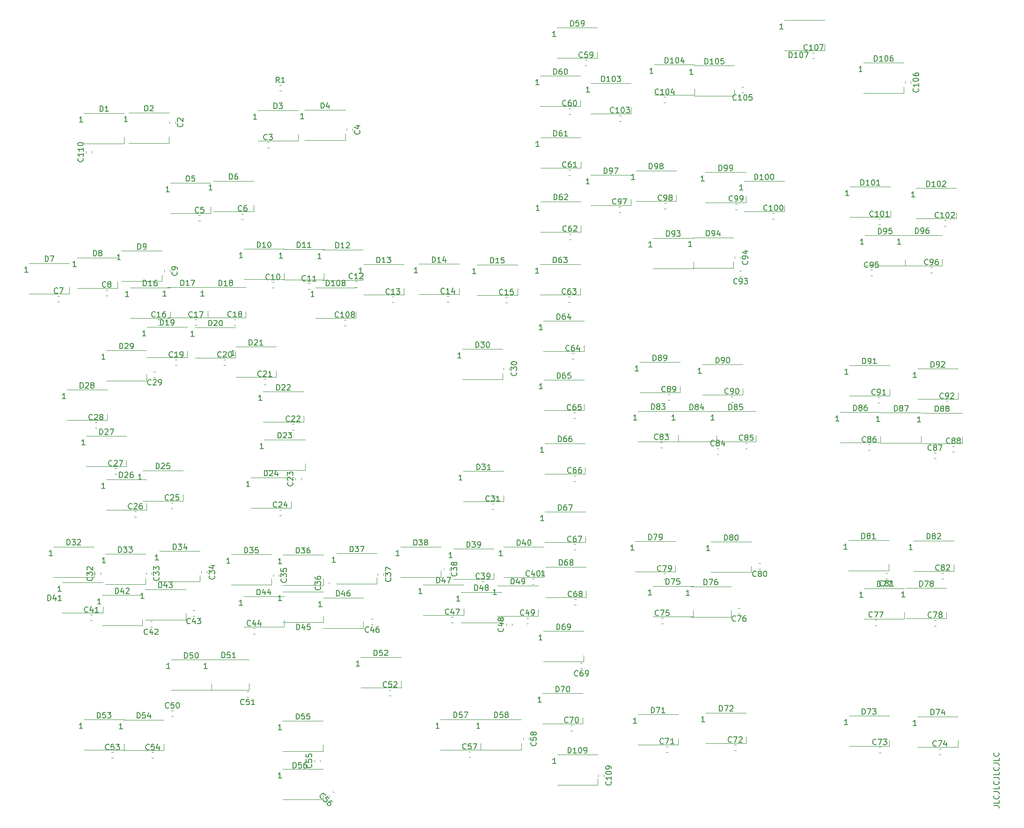
<source format=gbr>
%TF.GenerationSoftware,KiCad,Pcbnew,(5.1.12-1-10_14)*%
%TF.CreationDate,2021-11-25T17:02:44+11:00*%
%TF.ProjectId,COMM Panel PCB V2,434f4d4d-2050-4616-9e65-6c2050434220,rev?*%
%TF.SameCoordinates,Original*%
%TF.FileFunction,Legend,Top*%
%TF.FilePolarity,Positive*%
%FSLAX46Y46*%
G04 Gerber Fmt 4.6, Leading zero omitted, Abs format (unit mm)*
G04 Created by KiCad (PCBNEW (5.1.12-1-10_14)) date 2021-11-25 17:02:44*
%MOMM*%
%LPD*%
G01*
G04 APERTURE LIST*
%ADD10C,0.150000*%
%ADD11C,0.120000*%
G04 APERTURE END LIST*
D10*
X239602380Y-160249047D02*
X240316666Y-160249047D01*
X240459523Y-160296666D01*
X240554761Y-160391904D01*
X240602380Y-160534761D01*
X240602380Y-160630000D01*
X240602380Y-159296666D02*
X240602380Y-159772857D01*
X239602380Y-159772857D01*
X240507142Y-158391904D02*
X240554761Y-158439523D01*
X240602380Y-158582380D01*
X240602380Y-158677619D01*
X240554761Y-158820476D01*
X240459523Y-158915714D01*
X240364285Y-158963333D01*
X240173809Y-159010952D01*
X240030952Y-159010952D01*
X239840476Y-158963333D01*
X239745238Y-158915714D01*
X239650000Y-158820476D01*
X239602380Y-158677619D01*
X239602380Y-158582380D01*
X239650000Y-158439523D01*
X239697619Y-158391904D01*
X239602380Y-157677619D02*
X240316666Y-157677619D01*
X240459523Y-157725238D01*
X240554761Y-157820476D01*
X240602380Y-157963333D01*
X240602380Y-158058571D01*
X240602380Y-156725238D02*
X240602380Y-157201428D01*
X239602380Y-157201428D01*
X240507142Y-155820476D02*
X240554761Y-155868095D01*
X240602380Y-156010952D01*
X240602380Y-156106190D01*
X240554761Y-156249047D01*
X240459523Y-156344285D01*
X240364285Y-156391904D01*
X240173809Y-156439523D01*
X240030952Y-156439523D01*
X239840476Y-156391904D01*
X239745238Y-156344285D01*
X239650000Y-156249047D01*
X239602380Y-156106190D01*
X239602380Y-156010952D01*
X239650000Y-155868095D01*
X239697619Y-155820476D01*
X239602380Y-155106190D02*
X240316666Y-155106190D01*
X240459523Y-155153809D01*
X240554761Y-155249047D01*
X240602380Y-155391904D01*
X240602380Y-155487142D01*
X240602380Y-154153809D02*
X240602380Y-154630000D01*
X239602380Y-154630000D01*
X240507142Y-153249047D02*
X240554761Y-153296666D01*
X240602380Y-153439523D01*
X240602380Y-153534761D01*
X240554761Y-153677619D01*
X240459523Y-153772857D01*
X240364285Y-153820476D01*
X240173809Y-153868095D01*
X240030952Y-153868095D01*
X239840476Y-153820476D01*
X239745238Y-153772857D01*
X239650000Y-153677619D01*
X239602380Y-153534761D01*
X239602380Y-153439523D01*
X239650000Y-153296666D01*
X239697619Y-153249047D01*
X239602380Y-152534761D02*
X240316666Y-152534761D01*
X240459523Y-152582380D01*
X240554761Y-152677619D01*
X240602380Y-152820476D01*
X240602380Y-152915714D01*
X240602380Y-151582380D02*
X240602380Y-152058571D01*
X239602380Y-152058571D01*
X240507142Y-150677619D02*
X240554761Y-150725238D01*
X240602380Y-150868095D01*
X240602380Y-150963333D01*
X240554761Y-151106190D01*
X240459523Y-151201428D01*
X240364285Y-151249047D01*
X240173809Y-151296666D01*
X240030952Y-151296666D01*
X239840476Y-151249047D01*
X239745238Y-151201428D01*
X239650000Y-151106190D01*
X239602380Y-150963333D01*
X239602380Y-150868095D01*
X239650000Y-150725238D01*
X239697619Y-150677619D01*
D11*
%TO.C,C48*%
X151420000Y-127635279D02*
X151420000Y-127309721D01*
X152440000Y-127635279D02*
X152440000Y-127309721D01*
%TO.C,C59*%
X165709721Y-25280000D02*
X166035279Y-25280000D01*
X165709721Y-26300000D02*
X166035279Y-26300000D01*
%TO.C,D109*%
X167950000Y-156500000D02*
X167950000Y-155350000D01*
X160650000Y-156500000D02*
X167950000Y-156500000D01*
X160650000Y-151000000D02*
X167950000Y-151000000D01*
%TO.C,C33*%
X87260000Y-118049721D02*
X87260000Y-118375279D01*
X86240000Y-118049721D02*
X86240000Y-118375279D01*
%TO.C,C25*%
X90799721Y-105415000D02*
X91125279Y-105415000D01*
X90799721Y-106435000D02*
X91125279Y-106435000D01*
%TO.C,R1*%
X110399721Y-29815000D02*
X110725279Y-29815000D01*
X110399721Y-30835000D02*
X110725279Y-30835000D01*
%TO.C,C110*%
X75390000Y-42100279D02*
X75390000Y-41774721D01*
X76410000Y-42100279D02*
X76410000Y-41774721D01*
%TO.C,C109*%
X169060000Y-154617221D02*
X169060000Y-154942779D01*
X168040000Y-154617221D02*
X168040000Y-154942779D01*
%TO.C,C108*%
X122057221Y-72310000D02*
X122382779Y-72310000D01*
X122057221Y-73330000D02*
X122382779Y-73330000D01*
%TO.C,C107*%
X206859721Y-23940000D02*
X207185279Y-23940000D01*
X206859721Y-24960000D02*
X207185279Y-24960000D01*
%TO.C,C106*%
X224650000Y-29174721D02*
X224650000Y-29500279D01*
X223630000Y-29174721D02*
X223630000Y-29500279D01*
%TO.C,C105*%
X194350279Y-31170000D02*
X194024721Y-31170000D01*
X194350279Y-30150000D02*
X194024721Y-30150000D01*
%TO.C,C104*%
X179929721Y-31970000D02*
X180255279Y-31970000D01*
X179929721Y-32990000D02*
X180255279Y-32990000D01*
%TO.C,C103*%
X171849721Y-35300000D02*
X172175279Y-35300000D01*
X171849721Y-36320000D02*
X172175279Y-36320000D01*
%TO.C,C102*%
X230604721Y-54290000D02*
X230930279Y-54290000D01*
X230604721Y-55310000D02*
X230930279Y-55310000D01*
%TO.C,C101*%
X218769721Y-54070000D02*
X219095279Y-54070000D01*
X218769721Y-55090000D02*
X219095279Y-55090000D01*
%TO.C,C100*%
X199579721Y-52980000D02*
X199905279Y-52980000D01*
X199579721Y-54000000D02*
X199905279Y-54000000D01*
%TO.C,C99*%
X192837221Y-51290000D02*
X193162779Y-51290000D01*
X192837221Y-52310000D02*
X193162779Y-52310000D01*
%TO.C,C98*%
X180014721Y-51160000D02*
X180340279Y-51160000D01*
X180014721Y-52180000D02*
X180340279Y-52180000D01*
%TO.C,C97*%
X171764721Y-51830000D02*
X172090279Y-51830000D01*
X171764721Y-52850000D02*
X172090279Y-52850000D01*
%TO.C,C96*%
X228199721Y-62790000D02*
X228525279Y-62790000D01*
X228199721Y-63810000D02*
X228525279Y-63810000D01*
%TO.C,C95*%
X217337221Y-63290000D02*
X217662779Y-63290000D01*
X217337221Y-64310000D02*
X217662779Y-64310000D01*
%TO.C,C94*%
X193770000Y-60854721D02*
X193770000Y-61180279D01*
X192750000Y-60854721D02*
X192750000Y-61180279D01*
%TO.C,C93*%
X193990279Y-64420000D02*
X193664721Y-64420000D01*
X193990279Y-63400000D02*
X193664721Y-63400000D01*
%TO.C,C92*%
X230979721Y-87000000D02*
X231305279Y-87000000D01*
X230979721Y-88020000D02*
X231305279Y-88020000D01*
%TO.C,C91*%
X218644721Y-86310000D02*
X218970279Y-86310000D01*
X218644721Y-87330000D02*
X218970279Y-87330000D01*
%TO.C,C90*%
X192079721Y-86170000D02*
X192405279Y-86170000D01*
X192079721Y-87190000D02*
X192405279Y-87190000D01*
%TO.C,C89*%
X180669721Y-85780000D02*
X180995279Y-85780000D01*
X180669721Y-86800000D02*
X180995279Y-86800000D01*
%TO.C,C88*%
X232149721Y-95150000D02*
X232475279Y-95150000D01*
X232149721Y-96170000D02*
X232475279Y-96170000D01*
%TO.C,C87*%
X228817221Y-96390000D02*
X229142779Y-96390000D01*
X228817221Y-97410000D02*
X229142779Y-97410000D01*
%TO.C,C86*%
X216929721Y-94880000D02*
X217255279Y-94880000D01*
X216929721Y-95900000D02*
X217255279Y-95900000D01*
%TO.C,C85*%
X194687221Y-94590000D02*
X195012779Y-94590000D01*
X194687221Y-95610000D02*
X195012779Y-95610000D01*
%TO.C,C84*%
X189517221Y-95590000D02*
X189842779Y-95590000D01*
X189517221Y-96610000D02*
X189842779Y-96610000D01*
%TO.C,C83*%
X179337221Y-94440000D02*
X179662779Y-94440000D01*
X179337221Y-95460000D02*
X179662779Y-95460000D01*
%TO.C,C82*%
X230219721Y-118110000D02*
X230545279Y-118110000D01*
X230219721Y-119130000D02*
X230545279Y-119130000D01*
%TO.C,C81*%
X220385279Y-119110000D02*
X220059721Y-119110000D01*
X220385279Y-118090000D02*
X220059721Y-118090000D01*
%TO.C,C80*%
X197450279Y-117385000D02*
X197124721Y-117385000D01*
X197450279Y-116365000D02*
X197124721Y-116365000D01*
%TO.C,C79*%
X179899721Y-118250000D02*
X180225279Y-118250000D01*
X179899721Y-119270000D02*
X180225279Y-119270000D01*
%TO.C,C78*%
X228844721Y-126650000D02*
X229170279Y-126650000D01*
X228844721Y-127670000D02*
X229170279Y-127670000D01*
%TO.C,C77*%
X218145181Y-126583980D02*
X218470739Y-126583980D01*
X218145181Y-127603980D02*
X218470739Y-127603980D01*
%TO.C,C76*%
X193725279Y-125485000D02*
X193399721Y-125485000D01*
X193725279Y-124465000D02*
X193399721Y-124465000D01*
%TO.C,C75*%
X179474721Y-126290000D02*
X179800279Y-126290000D01*
X179474721Y-127310000D02*
X179800279Y-127310000D01*
%TO.C,C74*%
X229724721Y-149950000D02*
X230050279Y-149950000D01*
X229724721Y-150970000D02*
X230050279Y-150970000D01*
%TO.C,C73*%
X218837221Y-149654800D02*
X219162779Y-149654800D01*
X218837221Y-150674800D02*
X219162779Y-150674800D01*
%TO.C,C72*%
X192699721Y-149215000D02*
X193025279Y-149215000D01*
X192699721Y-150235000D02*
X193025279Y-150235000D01*
%TO.C,C71*%
X180349721Y-149515000D02*
X180675279Y-149515000D01*
X180349721Y-150535000D02*
X180675279Y-150535000D01*
%TO.C,C70*%
X163074721Y-145665000D02*
X163400279Y-145665000D01*
X163074721Y-146685000D02*
X163400279Y-146685000D01*
%TO.C,C69*%
X165200279Y-135410000D02*
X164874721Y-135410000D01*
X165200279Y-134390000D02*
X164874721Y-134390000D01*
%TO.C,C68*%
X163737221Y-122865000D02*
X164062779Y-122865000D01*
X163737221Y-123885000D02*
X164062779Y-123885000D01*
%TO.C,C67*%
X163624721Y-112915000D02*
X163950279Y-112915000D01*
X163624721Y-113935000D02*
X163950279Y-113935000D01*
%TO.C,C66*%
X163639721Y-100490000D02*
X163965279Y-100490000D01*
X163639721Y-101510000D02*
X163965279Y-101510000D01*
%TO.C,C65*%
X163567221Y-89090000D02*
X163892779Y-89090000D01*
X163567221Y-90110000D02*
X163892779Y-90110000D01*
%TO.C,C64*%
X163319721Y-78370000D02*
X163645279Y-78370000D01*
X163319721Y-79390000D02*
X163645279Y-79390000D01*
%TO.C,C63*%
X162639721Y-68100000D02*
X162965279Y-68100000D01*
X162639721Y-69120000D02*
X162965279Y-69120000D01*
%TO.C,C62*%
X162779721Y-56740000D02*
X163105279Y-56740000D01*
X162779721Y-57760000D02*
X163105279Y-57760000D01*
%TO.C,C61*%
X162729721Y-45140000D02*
X163055279Y-45140000D01*
X162729721Y-46160000D02*
X163055279Y-46160000D01*
%TO.C,C60*%
X162729721Y-34030000D02*
X163055279Y-34030000D01*
X162729721Y-35050000D02*
X163055279Y-35050000D01*
%TO.C,C58*%
X155510000Y-147974721D02*
X155510000Y-148300279D01*
X154490000Y-147974721D02*
X154490000Y-148300279D01*
%TO.C,C57*%
X144649721Y-150465000D02*
X144975279Y-150465000D01*
X144649721Y-151485000D02*
X144975279Y-151485000D01*
%TO.C,C56*%
X119558658Y-158585647D02*
X119328453Y-158355442D01*
X120279907Y-157864398D02*
X120049702Y-157634193D01*
%TO.C,C55*%
X116711000Y-152283279D02*
X116711000Y-151957721D01*
X117731000Y-152283279D02*
X117731000Y-151957721D01*
%TO.C,C54*%
X87317221Y-150580000D02*
X87642779Y-150580000D01*
X87317221Y-151600000D02*
X87642779Y-151600000D01*
%TO.C,C53*%
X80029721Y-150580000D02*
X80355279Y-150580000D01*
X80029721Y-151600000D02*
X80355279Y-151600000D01*
%TO.C,C52*%
X130249721Y-139265000D02*
X130575279Y-139265000D01*
X130249721Y-140285000D02*
X130575279Y-140285000D01*
%TO.C,C51*%
X104810779Y-140591000D02*
X104485221Y-140591000D01*
X104810779Y-139571000D02*
X104485221Y-139571000D01*
%TO.C,C50*%
X90867221Y-143040000D02*
X91192779Y-143040000D01*
X90867221Y-144060000D02*
X91192779Y-144060000D01*
%TO.C,C49*%
X155099721Y-126240000D02*
X155425279Y-126240000D01*
X155099721Y-127260000D02*
X155425279Y-127260000D01*
%TO.C,C47*%
X141509721Y-126090000D02*
X141835279Y-126090000D01*
X141509721Y-127110000D02*
X141835279Y-127110000D01*
%TO.C,C46*%
X127350279Y-127485000D02*
X127024721Y-127485000D01*
X127350279Y-126465000D02*
X127024721Y-126465000D01*
%TO.C,C44*%
X105648581Y-128130840D02*
X105974139Y-128130840D01*
X105648581Y-129150840D02*
X105974139Y-129150840D01*
%TO.C,C43*%
X95075279Y-125935000D02*
X94749721Y-125935000D01*
X95075279Y-124915000D02*
X94749721Y-124915000D01*
%TO.C,C42*%
X87350279Y-127885000D02*
X87024721Y-127885000D01*
X87350279Y-126865000D02*
X87024721Y-126865000D01*
%TO.C,C41*%
X76224721Y-125690000D02*
X76550279Y-125690000D01*
X76224721Y-126710000D02*
X76550279Y-126710000D01*
%TO.C,C40*%
X156099721Y-119165000D02*
X156425279Y-119165000D01*
X156099721Y-120185000D02*
X156425279Y-120185000D01*
%TO.C,C39*%
X147049721Y-119640000D02*
X147375279Y-119640000D01*
X147049721Y-120660000D02*
X147375279Y-120660000D01*
%TO.C,C38*%
X141135000Y-117249721D02*
X141135000Y-117575279D01*
X140115000Y-117249721D02*
X140115000Y-117575279D01*
%TO.C,C37*%
X129211800Y-118211421D02*
X129211800Y-118536979D01*
X128191800Y-118211421D02*
X128191800Y-118536979D01*
%TO.C,C36*%
X118323900Y-120114379D02*
X118323900Y-119788821D01*
X119343900Y-120114379D02*
X119343900Y-119788821D01*
%TO.C,C35*%
X110310000Y-118374721D02*
X110310000Y-118700279D01*
X109290000Y-118374721D02*
X109290000Y-118700279D01*
%TO.C,C34*%
X97309400Y-117805021D02*
X97309400Y-118130579D01*
X96289400Y-117805021D02*
X96289400Y-118130579D01*
%TO.C,C32*%
X77040000Y-118400279D02*
X77040000Y-118074721D01*
X78060000Y-118400279D02*
X78060000Y-118074721D01*
%TO.C,C31*%
X148829721Y-105590000D02*
X149155279Y-105590000D01*
X148829721Y-106610000D02*
X149155279Y-106610000D01*
%TO.C,C30*%
X151950000Y-80974721D02*
X151950000Y-81300279D01*
X150930000Y-80974721D02*
X150930000Y-81300279D01*
%TO.C,C29*%
X87975279Y-82710000D02*
X87649721Y-82710000D01*
X87975279Y-81690000D02*
X87649721Y-81690000D01*
%TO.C,C28*%
X77049721Y-90865000D02*
X77375279Y-90865000D01*
X77049721Y-91885000D02*
X77375279Y-91885000D01*
%TO.C,C27*%
X80599721Y-99190000D02*
X80925279Y-99190000D01*
X80599721Y-100210000D02*
X80925279Y-100210000D01*
%TO.C,C26*%
X84174721Y-106990000D02*
X84500279Y-106990000D01*
X84174721Y-108010000D02*
X84500279Y-108010000D01*
%TO.C,C24*%
X110374721Y-106690000D02*
X110700279Y-106690000D01*
X110374721Y-107710000D02*
X110700279Y-107710000D01*
%TO.C,C23*%
X113315000Y-101250279D02*
X113315000Y-100924721D01*
X114335000Y-101250279D02*
X114335000Y-100924721D01*
%TO.C,C22*%
X112699721Y-91160000D02*
X113025279Y-91160000D01*
X112699721Y-92180000D02*
X113025279Y-92180000D01*
%TO.C,C21*%
X107587221Y-83015000D02*
X107912779Y-83015000D01*
X107587221Y-84035000D02*
X107912779Y-84035000D01*
%TO.C,C20*%
X100324721Y-79515000D02*
X100650279Y-79515000D01*
X100324721Y-80535000D02*
X100650279Y-80535000D01*
%TO.C,C19*%
X91549721Y-79515000D02*
X91875279Y-79515000D01*
X91549721Y-80535000D02*
X91875279Y-80535000D01*
%TO.C,C18*%
X102149721Y-72240000D02*
X102475279Y-72240000D01*
X102149721Y-73260000D02*
X102475279Y-73260000D01*
%TO.C,C17*%
X95099721Y-72265000D02*
X95425279Y-72265000D01*
X95099721Y-73285000D02*
X95425279Y-73285000D01*
%TO.C,C16*%
X88399721Y-72265000D02*
X88725279Y-72265000D01*
X88399721Y-73285000D02*
X88725279Y-73285000D01*
%TO.C,C15*%
X151299721Y-68200000D02*
X151625279Y-68200000D01*
X151299721Y-69220000D02*
X151625279Y-69220000D01*
%TO.C,C14*%
X140709721Y-68010000D02*
X141035279Y-68010000D01*
X140709721Y-69030000D02*
X141035279Y-69030000D01*
%TO.C,C13*%
X130759721Y-68130000D02*
X131085279Y-68130000D01*
X130759721Y-69150000D02*
X131085279Y-69150000D01*
%TO.C,C12*%
X124087221Y-65340000D02*
X124412779Y-65340000D01*
X124087221Y-66360000D02*
X124412779Y-66360000D01*
%TO.C,C11*%
X115587221Y-65740000D02*
X115912779Y-65740000D01*
X115587221Y-66760000D02*
X115912779Y-66760000D01*
%TO.C,C10*%
X109054721Y-65480000D02*
X109380279Y-65480000D01*
X109054721Y-66500000D02*
X109380279Y-66500000D01*
%TO.C,C9*%
X90560000Y-63299721D02*
X90560000Y-63625279D01*
X89540000Y-63299721D02*
X89540000Y-63625279D01*
%TO.C,C8*%
X78974721Y-66865000D02*
X79300279Y-66865000D01*
X78974721Y-67885000D02*
X79300279Y-67885000D01*
%TO.C,C7*%
X70274721Y-67990000D02*
X70600279Y-67990000D01*
X70274721Y-69010000D02*
X70600279Y-69010000D01*
%TO.C,C6*%
X103574721Y-53090000D02*
X103900279Y-53090000D01*
X103574721Y-54110000D02*
X103900279Y-54110000D01*
%TO.C,C5*%
X95774721Y-53365000D02*
X96100279Y-53365000D01*
X95774721Y-54385000D02*
X96100279Y-54385000D01*
%TO.C,C4*%
X123610000Y-37724721D02*
X123610000Y-38050279D01*
X122590000Y-37724721D02*
X122590000Y-38050279D01*
%TO.C,C3*%
X108174721Y-40190000D02*
X108500279Y-40190000D01*
X108174721Y-41210000D02*
X108500279Y-41210000D01*
%TO.C,C2*%
X91560000Y-36399721D02*
X91560000Y-36725279D01*
X90540000Y-36399721D02*
X90540000Y-36725279D01*
%TO.C,D40*%
X150974000Y-113404000D02*
X158274000Y-113404000D01*
X150974000Y-118904000D02*
X158274000Y-118904000D01*
X158274000Y-118904000D02*
X158274000Y-117754000D01*
%TO.C,D108*%
X124200000Y-71950000D02*
X124200000Y-70800000D01*
X116900000Y-71950000D02*
X124200000Y-71950000D01*
X116900000Y-66450000D02*
X124200000Y-66450000D01*
%TO.C,D107*%
X201723000Y-18052400D02*
X209023000Y-18052400D01*
X201723000Y-23552400D02*
X209023000Y-23552400D01*
X209023000Y-23552400D02*
X209023000Y-22402400D01*
%TO.C,D106*%
X216048000Y-25774400D02*
X223348000Y-25774400D01*
X216048000Y-31274400D02*
X223348000Y-31274400D01*
X223348000Y-31274400D02*
X223348000Y-30124400D01*
%TO.C,D105*%
X185416000Y-26282400D02*
X192716000Y-26282400D01*
X185416000Y-31782400D02*
X192716000Y-31782400D01*
X192716000Y-31782400D02*
X192716000Y-30632400D01*
%TO.C,D104*%
X178202000Y-26130000D02*
X185502000Y-26130000D01*
X178202000Y-31630000D02*
X185502000Y-31630000D01*
X185502000Y-31630000D02*
X185502000Y-30480000D01*
%TO.C,D103*%
X166722000Y-29482400D02*
X174022000Y-29482400D01*
X166722000Y-34982400D02*
X174022000Y-34982400D01*
X174022000Y-34982400D02*
X174022000Y-33832400D01*
%TO.C,D102*%
X225548000Y-48482000D02*
X232848000Y-48482000D01*
X225548000Y-53982000D02*
X232848000Y-53982000D01*
X232848000Y-53982000D02*
X232848000Y-52832000D01*
%TO.C,D101*%
X213633000Y-48227600D02*
X220933000Y-48227600D01*
X213633000Y-53727600D02*
X220933000Y-53727600D01*
X220933000Y-53727600D02*
X220933000Y-52577600D01*
%TO.C,D100*%
X194431000Y-47211600D02*
X201731000Y-47211600D01*
X194431000Y-52711600D02*
X201731000Y-52711600D01*
X201731000Y-52711600D02*
X201731000Y-51561600D01*
%TO.C,D99*%
X187471000Y-45586000D02*
X194771000Y-45586000D01*
X187471000Y-51086000D02*
X194771000Y-51086000D01*
X194771000Y-51086000D02*
X194771000Y-49936000D01*
%TO.C,D98*%
X174873000Y-45281200D02*
X182173000Y-45281200D01*
X174873000Y-50781200D02*
X182173000Y-50781200D01*
X182173000Y-50781200D02*
X182173000Y-49631200D01*
%TO.C,D97*%
X166694000Y-46094000D02*
X173994000Y-46094000D01*
X166694000Y-51594000D02*
X173994000Y-51594000D01*
X173994000Y-51594000D02*
X173994000Y-50444000D01*
%TO.C,D96*%
X223008000Y-56965200D02*
X230308000Y-56965200D01*
X223008000Y-62465200D02*
X230308000Y-62465200D01*
X230308000Y-62465200D02*
X230308000Y-61315200D01*
%TO.C,D95*%
X216302000Y-57016400D02*
X223602000Y-57016400D01*
X216302000Y-62516400D02*
X223602000Y-62516400D01*
X223602000Y-62516400D02*
X223602000Y-61366400D01*
%TO.C,D94*%
X185213000Y-57422800D02*
X192513000Y-57422800D01*
X185213000Y-62922800D02*
X192513000Y-62922800D01*
X192513000Y-62922800D02*
X192513000Y-61772800D01*
%TO.C,D93*%
X177999000Y-57473600D02*
X185299000Y-57473600D01*
X177999000Y-62973600D02*
X185299000Y-62973600D01*
X185299000Y-62973600D02*
X185299000Y-61823600D01*
%TO.C,D92*%
X225853000Y-81146400D02*
X233153000Y-81146400D01*
X225853000Y-86646400D02*
X233153000Y-86646400D01*
X233153000Y-86646400D02*
X233153000Y-85496400D01*
%TO.C,D91*%
X213481000Y-80536800D02*
X220781000Y-80536800D01*
X213481000Y-86036800D02*
X220781000Y-86036800D01*
X220781000Y-86036800D02*
X220781000Y-84886800D01*
%TO.C,D90*%
X186940000Y-80384400D02*
X194240000Y-80384400D01*
X186940000Y-85884400D02*
X194240000Y-85884400D01*
X194240000Y-85884400D02*
X194240000Y-84734400D01*
%TO.C,D89*%
X175561000Y-79978000D02*
X182861000Y-79978000D01*
X175561000Y-85478000D02*
X182861000Y-85478000D01*
X182861000Y-85478000D02*
X182861000Y-84328000D01*
%TO.C,D88*%
X226615000Y-89172400D02*
X233915000Y-89172400D01*
X226615000Y-94672400D02*
X233915000Y-94672400D01*
X233915000Y-94672400D02*
X233915000Y-93522400D01*
%TO.C,D87*%
X219210000Y-89096400D02*
X226510000Y-89096400D01*
X219210000Y-94596400D02*
X226510000Y-94596400D01*
X226510000Y-94596400D02*
X226510000Y-93446400D01*
%TO.C,D86*%
X211832000Y-89020400D02*
X219132000Y-89020400D01*
X211832000Y-94520400D02*
X219132000Y-94520400D01*
X219132000Y-94520400D02*
X219132000Y-93370400D01*
%TO.C,D85*%
X189277000Y-88867600D02*
X196577000Y-88867600D01*
X189277000Y-94367600D02*
X196577000Y-94367600D01*
X196577000Y-94367600D02*
X196577000Y-93217600D01*
%TO.C,D84*%
X182216000Y-88868000D02*
X189516000Y-88868000D01*
X182216000Y-94368000D02*
X189516000Y-94368000D01*
X189516000Y-94368000D02*
X189516000Y-93218000D01*
%TO.C,D83*%
X175256000Y-88816800D02*
X182556000Y-88816800D01*
X175256000Y-94316800D02*
X182556000Y-94316800D01*
X182556000Y-94316800D02*
X182556000Y-93166800D01*
%TO.C,D82*%
X225102000Y-112261000D02*
X232402000Y-112261000D01*
X225102000Y-117761000D02*
X232402000Y-117761000D01*
X232402000Y-117761000D02*
X232402000Y-116611000D01*
%TO.C,D81*%
X213317000Y-112210000D02*
X220617000Y-112210000D01*
X213317000Y-117710000D02*
X220617000Y-117710000D01*
X220617000Y-117710000D02*
X220617000Y-116560000D01*
%TO.C,D80*%
X188464000Y-112490000D02*
X195764000Y-112490000D01*
X188464000Y-117990000D02*
X195764000Y-117990000D01*
X195764000Y-117990000D02*
X195764000Y-116840000D01*
%TO.C,D79*%
X174748000Y-112388000D02*
X182048000Y-112388000D01*
X174748000Y-117888000D02*
X182048000Y-117888000D01*
X182048000Y-117888000D02*
X182048000Y-116738000D01*
%TO.C,D78*%
X223782000Y-120846000D02*
X231082000Y-120846000D01*
X223782000Y-126346000D02*
X231082000Y-126346000D01*
X231082000Y-126346000D02*
X231082000Y-125196000D01*
%TO.C,D77*%
X216162000Y-120897000D02*
X223462000Y-120897000D01*
X216162000Y-126397000D02*
X223462000Y-126397000D01*
X223462000Y-126397000D02*
X223462000Y-125247000D01*
%TO.C,D76*%
X184779000Y-120567000D02*
X192079000Y-120567000D01*
X184779000Y-126067000D02*
X192079000Y-126067000D01*
X192079000Y-126067000D02*
X192079000Y-124917000D01*
%TO.C,D75*%
X177921000Y-120466000D02*
X185221000Y-120466000D01*
X177921000Y-125966000D02*
X185221000Y-125966000D01*
X185221000Y-125966000D02*
X185221000Y-124816000D01*
%TO.C,D74*%
X225853000Y-144087000D02*
X233153000Y-144087000D01*
X225853000Y-149587000D02*
X233153000Y-149587000D01*
X233153000Y-149587000D02*
X233153000Y-148437000D01*
%TO.C,D73*%
X213407000Y-143986000D02*
X220707000Y-143986000D01*
X213407000Y-149486000D02*
X220707000Y-149486000D01*
X220707000Y-149486000D02*
X220707000Y-148336000D01*
%TO.C,D72*%
X187550000Y-143427000D02*
X194850000Y-143427000D01*
X187550000Y-148927000D02*
X194850000Y-148927000D01*
X194850000Y-148927000D02*
X194850000Y-147777000D01*
%TO.C,D71*%
X175228000Y-143732000D02*
X182528000Y-143732000D01*
X175228000Y-149232000D02*
X182528000Y-149232000D01*
X182528000Y-149232000D02*
X182528000Y-148082000D01*
%TO.C,D70*%
X157984000Y-139922000D02*
X165284000Y-139922000D01*
X157984000Y-145422000D02*
X165284000Y-145422000D01*
X165284000Y-145422000D02*
X165284000Y-144272000D01*
%TO.C,D69*%
X158136000Y-128644000D02*
X165436000Y-128644000D01*
X158136000Y-134144000D02*
X165436000Y-134144000D01*
X165436000Y-134144000D02*
X165436000Y-132994000D01*
%TO.C,D68*%
X158594000Y-117011000D02*
X165894000Y-117011000D01*
X158594000Y-122511000D02*
X165894000Y-122511000D01*
X165894000Y-122511000D02*
X165894000Y-121361000D01*
%TO.C,D67*%
X158441000Y-107054000D02*
X165741000Y-107054000D01*
X158441000Y-112554000D02*
X165741000Y-112554000D01*
X165741000Y-112554000D02*
X165741000Y-111404000D01*
%TO.C,D66*%
X158414000Y-94658800D02*
X165714000Y-94658800D01*
X158414000Y-100158800D02*
X165714000Y-100158800D01*
X165714000Y-100158800D02*
X165714000Y-99008800D01*
%TO.C,D65*%
X158210000Y-83178400D02*
X165510000Y-83178400D01*
X158210000Y-88678400D02*
X165510000Y-88678400D01*
X165510000Y-88678400D02*
X165510000Y-87528400D01*
%TO.C,D64*%
X158187000Y-72510000D02*
X165487000Y-72510000D01*
X158187000Y-78010000D02*
X165487000Y-78010000D01*
X165487000Y-78010000D02*
X165487000Y-76860000D01*
%TO.C,D63*%
X157527000Y-62248400D02*
X164827000Y-62248400D01*
X157527000Y-67748400D02*
X164827000Y-67748400D01*
X164827000Y-67748400D02*
X164827000Y-66598400D01*
%TO.C,D62*%
X157628000Y-50869200D02*
X164928000Y-50869200D01*
X157628000Y-56369200D02*
X164928000Y-56369200D01*
X164928000Y-56369200D02*
X164928000Y-55219200D01*
%TO.C,D61*%
X157601000Y-39337600D02*
X164901000Y-39337600D01*
X157601000Y-44837600D02*
X164901000Y-44837600D01*
X164901000Y-44837600D02*
X164901000Y-43687600D01*
%TO.C,D60*%
X157578000Y-28161600D02*
X164878000Y-28161600D01*
X157578000Y-33661600D02*
X164878000Y-33661600D01*
X164878000Y-33661600D02*
X164878000Y-32511600D01*
%TO.C,D59*%
X160626000Y-19424000D02*
X167926000Y-19424000D01*
X160626000Y-24924000D02*
X167926000Y-24924000D01*
X167926000Y-24924000D02*
X167926000Y-23774000D01*
%TO.C,D58*%
X146882000Y-144595000D02*
X154182000Y-144595000D01*
X146882000Y-150095000D02*
X154182000Y-150095000D01*
X154182000Y-150095000D02*
X154182000Y-148945000D01*
%TO.C,D57*%
X139516000Y-144595000D02*
X146816000Y-144595000D01*
X139516000Y-150095000D02*
X146816000Y-150095000D01*
X146816000Y-150095000D02*
X146816000Y-148945000D01*
%TO.C,D56*%
X111006000Y-153612000D02*
X118306000Y-153612000D01*
X111006000Y-159112000D02*
X118306000Y-159112000D01*
X118306000Y-159112000D02*
X118306000Y-157962000D01*
%TO.C,D55*%
X111006000Y-144875000D02*
X118306000Y-144875000D01*
X111006000Y-150375000D02*
X118306000Y-150375000D01*
X118306000Y-150375000D02*
X118306000Y-149225000D01*
%TO.C,D54*%
X82213600Y-144697000D02*
X89513600Y-144697000D01*
X82213600Y-150197000D02*
X89513600Y-150197000D01*
X89513600Y-150197000D02*
X89513600Y-149047000D01*
%TO.C,D53*%
X75000000Y-144646000D02*
X82300000Y-144646000D01*
X75000000Y-150146000D02*
X82300000Y-150146000D01*
X82300000Y-150146000D02*
X82300000Y-148996000D01*
%TO.C,D52*%
X125089000Y-133368000D02*
X132389000Y-133368000D01*
X125089000Y-138868000D02*
X132389000Y-138868000D01*
X132389000Y-138868000D02*
X132389000Y-137718000D01*
%TO.C,D51*%
X97555000Y-133775000D02*
X104855000Y-133775000D01*
X97555000Y-139275000D02*
X104855000Y-139275000D01*
X104855000Y-139275000D02*
X104855000Y-138125000D01*
%TO.C,D50*%
X90798800Y-133826000D02*
X98098800Y-133826000D01*
X90798800Y-139326000D02*
X98098800Y-139326000D01*
X98098800Y-139326000D02*
X98098800Y-138176000D01*
%TO.C,D49*%
X149879000Y-120414000D02*
X157179000Y-120414000D01*
X149879000Y-125914000D02*
X157179000Y-125914000D01*
X157179000Y-125914000D02*
X157179000Y-124764000D01*
%TO.C,D48*%
X143275000Y-121583000D02*
X150575000Y-121583000D01*
X143275000Y-127083000D02*
X150575000Y-127083000D01*
X150575000Y-127083000D02*
X150575000Y-125933000D01*
%TO.C,D47*%
X136417000Y-120211000D02*
X143717000Y-120211000D01*
X136417000Y-125711000D02*
X143717000Y-125711000D01*
X143717000Y-125711000D02*
X143717000Y-124561000D01*
%TO.C,D46*%
X118282000Y-122599000D02*
X125582000Y-122599000D01*
X118282000Y-128099000D02*
X125582000Y-128099000D01*
X125582000Y-128099000D02*
X125582000Y-126949000D01*
%TO.C,D45*%
X111017000Y-121532000D02*
X118317000Y-121532000D01*
X111017000Y-127032000D02*
X118317000Y-127032000D01*
X118317000Y-127032000D02*
X118317000Y-125882000D01*
%TO.C,D44*%
X103925000Y-122350000D02*
X111225000Y-122350000D01*
X103925000Y-127850000D02*
X111225000Y-127850000D01*
X111225000Y-127850000D02*
X111225000Y-126700000D01*
%TO.C,D43*%
X86125200Y-121075000D02*
X93425200Y-121075000D01*
X86125200Y-126575000D02*
X93425200Y-126575000D01*
X93425200Y-126575000D02*
X93425200Y-125425000D01*
%TO.C,D42*%
X78302000Y-122142000D02*
X85602000Y-122142000D01*
X78302000Y-127642000D02*
X85602000Y-127642000D01*
X85602000Y-127642000D02*
X85602000Y-126492000D01*
%TO.C,D41*%
X71139200Y-119856000D02*
X78439200Y-119856000D01*
X71139200Y-125356000D02*
X78439200Y-125356000D01*
X78439200Y-125356000D02*
X78439200Y-124206000D01*
%TO.C,D39*%
X141880000Y-113760000D02*
X149180000Y-113760000D01*
X141880000Y-119260000D02*
X149180000Y-119260000D01*
X149180000Y-119260000D02*
X149180000Y-118110000D01*
%TO.C,D38*%
X132291000Y-113379000D02*
X139591000Y-113379000D01*
X132291000Y-118879000D02*
X139591000Y-118879000D01*
X139591000Y-118879000D02*
X139591000Y-117729000D01*
%TO.C,D37*%
X120748000Y-114572000D02*
X128048000Y-114572000D01*
X120748000Y-120072000D02*
X128048000Y-120072000D01*
X128048000Y-120072000D02*
X128048000Y-118922000D01*
%TO.C,D36*%
X111017000Y-114826000D02*
X118317000Y-114826000D01*
X111017000Y-120326000D02*
X118317000Y-120326000D01*
X118317000Y-120326000D02*
X118317000Y-119176000D01*
%TO.C,D35*%
X101670000Y-114776000D02*
X108970000Y-114776000D01*
X101670000Y-120276000D02*
X108970000Y-120276000D01*
X108970000Y-120276000D02*
X108970000Y-119126000D01*
%TO.C,D34*%
X88743600Y-114166000D02*
X96043600Y-114166000D01*
X88743600Y-119666000D02*
X96043600Y-119666000D01*
X96043600Y-119666000D02*
X96043600Y-118516000D01*
%TO.C,D33*%
X78860800Y-114674000D02*
X86160800Y-114674000D01*
X78860800Y-120174000D02*
X86160800Y-120174000D01*
X86160800Y-120174000D02*
X86160800Y-119024000D01*
%TO.C,D32*%
X69541200Y-113353000D02*
X76841200Y-113353000D01*
X69541200Y-118853000D02*
X76841200Y-118853000D01*
X76841200Y-118853000D02*
X76841200Y-117703000D01*
%TO.C,D31*%
X143670000Y-99714000D02*
X150970000Y-99714000D01*
X143670000Y-105214000D02*
X150970000Y-105214000D01*
X150970000Y-105214000D02*
X150970000Y-104064000D01*
%TO.C,D30*%
X143478000Y-77590000D02*
X150778000Y-77590000D01*
X143478000Y-83090000D02*
X150778000Y-83090000D01*
X150778000Y-83090000D02*
X150778000Y-81940000D01*
%TO.C,D29*%
X79052400Y-77818800D02*
X86352400Y-77818800D01*
X79052400Y-83318800D02*
X86352400Y-83318800D01*
X86352400Y-83318800D02*
X86352400Y-82168800D01*
%TO.C,D28*%
X71928800Y-84956000D02*
X79228800Y-84956000D01*
X71928800Y-90456000D02*
X79228800Y-90456000D01*
X79228800Y-90456000D02*
X79228800Y-89306000D01*
%TO.C,D27*%
X75434000Y-93338400D02*
X82734000Y-93338400D01*
X75434000Y-98838400D02*
X82734000Y-98838400D01*
X82734000Y-98838400D02*
X82734000Y-97688400D01*
%TO.C,D26*%
X79040800Y-101161000D02*
X86340800Y-101161000D01*
X79040800Y-106661000D02*
X86340800Y-106661000D01*
X86340800Y-106661000D02*
X86340800Y-105511000D01*
%TO.C,D25*%
X85656400Y-99561000D02*
X92956400Y-99561000D01*
X85656400Y-105061000D02*
X92956400Y-105061000D01*
X92956400Y-105061000D02*
X92956400Y-103911000D01*
%TO.C,D24*%
X105226000Y-100856000D02*
X112526000Y-100856000D01*
X105226000Y-106356000D02*
X112526000Y-106356000D01*
X112526000Y-106356000D02*
X112526000Y-105206000D01*
%TO.C,D23*%
X107715000Y-93998400D02*
X115015000Y-93998400D01*
X107715000Y-99498400D02*
X115015000Y-99498400D01*
X115015000Y-99498400D02*
X115015000Y-98348400D01*
%TO.C,D22*%
X107461000Y-85311600D02*
X114761000Y-85311600D01*
X107461000Y-90811600D02*
X114761000Y-90811600D01*
X114761000Y-90811600D02*
X114761000Y-89661600D01*
%TO.C,D21*%
X102483000Y-77183600D02*
X109783000Y-77183600D01*
X102483000Y-82683600D02*
X109783000Y-82683600D01*
X109783000Y-82683600D02*
X109783000Y-81533600D01*
%TO.C,D20*%
X95167600Y-73678800D02*
X102467600Y-73678800D01*
X95167600Y-79178800D02*
X102467600Y-79178800D01*
X102467600Y-79178800D02*
X102467600Y-78028800D01*
%TO.C,D19*%
X86430000Y-73576800D02*
X93730000Y-73576800D01*
X86430000Y-79076800D02*
X93730000Y-79076800D01*
X93730000Y-79076800D02*
X93730000Y-77926800D01*
%TO.C,D18*%
X96996000Y-66414000D02*
X104296000Y-66414000D01*
X96996000Y-71914000D02*
X104296000Y-71914000D01*
X104296000Y-71914000D02*
X104296000Y-70764000D01*
%TO.C,D17*%
X90126800Y-66388800D02*
X97426800Y-66388800D01*
X90126800Y-71888800D02*
X97426800Y-71888800D01*
X97426800Y-71888800D02*
X97426800Y-70738800D01*
%TO.C,D16*%
X83358800Y-66464800D02*
X90658800Y-66464800D01*
X83358800Y-71964800D02*
X90658800Y-71964800D01*
X90658800Y-71964800D02*
X90658800Y-70814800D01*
%TO.C,D15*%
X146159000Y-62324800D02*
X153459000Y-62324800D01*
X146159000Y-67824800D02*
X153459000Y-67824800D01*
X153459000Y-67824800D02*
X153459000Y-66674800D01*
%TO.C,D14*%
X135604000Y-62197600D02*
X142904000Y-62197600D01*
X135604000Y-67697600D02*
X142904000Y-67697600D01*
X142904000Y-67697600D02*
X142904000Y-66547600D01*
%TO.C,D13*%
X125597000Y-62248400D02*
X132897000Y-62248400D01*
X125597000Y-67748400D02*
X132897000Y-67748400D01*
X132897000Y-67748400D02*
X132897000Y-66598400D01*
%TO.C,D12*%
X118157000Y-59606800D02*
X125457000Y-59606800D01*
X118157000Y-65106800D02*
X125457000Y-65106800D01*
X125457000Y-65106800D02*
X125457000Y-63956800D01*
%TO.C,D11*%
X111170000Y-59505200D02*
X118470000Y-59505200D01*
X111170000Y-65005200D02*
X118470000Y-65005200D01*
X118470000Y-65005200D02*
X118470000Y-63855200D01*
%TO.C,D10*%
X103944000Y-59480000D02*
X111244000Y-59480000D01*
X103944000Y-64980000D02*
X111244000Y-64980000D01*
X111244000Y-64980000D02*
X111244000Y-63830000D01*
%TO.C,D9*%
X81858000Y-59810000D02*
X89158000Y-59810000D01*
X81858000Y-65310000D02*
X89158000Y-65310000D01*
X89158000Y-65310000D02*
X89158000Y-64160000D01*
%TO.C,D8*%
X73831600Y-61029600D02*
X81131600Y-61029600D01*
X73831600Y-66529600D02*
X81131600Y-66529600D01*
X81131600Y-66529600D02*
X81131600Y-65379600D01*
%TO.C,D7*%
X65121600Y-62045200D02*
X72421600Y-62045200D01*
X65121600Y-67545200D02*
X72421600Y-67545200D01*
X72421600Y-67545200D02*
X72421600Y-66395200D01*
%TO.C,D6*%
X98446000Y-47160800D02*
X105746000Y-47160800D01*
X98446000Y-52660800D02*
X105746000Y-52660800D01*
X105746000Y-52660800D02*
X105746000Y-51510800D01*
%TO.C,D5*%
X90674000Y-47516400D02*
X97974000Y-47516400D01*
X90674000Y-53016400D02*
X97974000Y-53016400D01*
X97974000Y-53016400D02*
X97974000Y-51866400D01*
%TO.C,D4*%
X115007000Y-34308800D02*
X122307000Y-34308800D01*
X115007000Y-39808800D02*
X122307000Y-39808800D01*
X122307000Y-39808800D02*
X122307000Y-38658800D01*
%TO.C,D3*%
X106496000Y-34359200D02*
X113796000Y-34359200D01*
X106496000Y-39859200D02*
X113796000Y-39859200D01*
X113796000Y-39859200D02*
X113796000Y-38709200D01*
%TO.C,D2*%
X83128000Y-34816800D02*
X90428000Y-34816800D01*
X83128000Y-40316800D02*
X90428000Y-40316800D01*
X90428000Y-40316800D02*
X90428000Y-39166800D01*
%TO.C,D1*%
X75027600Y-34867600D02*
X82327600Y-34867600D01*
X75027600Y-40367600D02*
X82327600Y-40367600D01*
X82327600Y-40367600D02*
X82327600Y-39217600D01*
%TO.C,*%
D10*
%TO.C,C48*%
X150857142Y-128115357D02*
X150904761Y-128162976D01*
X150952380Y-128305833D01*
X150952380Y-128401071D01*
X150904761Y-128543928D01*
X150809523Y-128639166D01*
X150714285Y-128686785D01*
X150523809Y-128734404D01*
X150380952Y-128734404D01*
X150190476Y-128686785D01*
X150095238Y-128639166D01*
X150000000Y-128543928D01*
X149952380Y-128401071D01*
X149952380Y-128305833D01*
X150000000Y-128162976D01*
X150047619Y-128115357D01*
X150285714Y-127258214D02*
X150952380Y-127258214D01*
X149904761Y-127496309D02*
X150619047Y-127734404D01*
X150619047Y-127115357D01*
X150380952Y-126591547D02*
X150333333Y-126686785D01*
X150285714Y-126734404D01*
X150190476Y-126782023D01*
X150142857Y-126782023D01*
X150047619Y-126734404D01*
X150000000Y-126686785D01*
X149952380Y-126591547D01*
X149952380Y-126401071D01*
X150000000Y-126305833D01*
X150047619Y-126258214D01*
X150142857Y-126210595D01*
X150190476Y-126210595D01*
X150285714Y-126258214D01*
X150333333Y-126305833D01*
X150380952Y-126401071D01*
X150380952Y-126591547D01*
X150428571Y-126686785D01*
X150476190Y-126734404D01*
X150571428Y-126782023D01*
X150761904Y-126782023D01*
X150857142Y-126734404D01*
X150904761Y-126686785D01*
X150952380Y-126591547D01*
X150952380Y-126401071D01*
X150904761Y-126305833D01*
X150857142Y-126258214D01*
X150761904Y-126210595D01*
X150571428Y-126210595D01*
X150476190Y-126258214D01*
X150428571Y-126305833D01*
X150380952Y-126401071D01*
%TO.C,C59*%
X165229642Y-24717142D02*
X165182023Y-24764761D01*
X165039166Y-24812380D01*
X164943928Y-24812380D01*
X164801071Y-24764761D01*
X164705833Y-24669523D01*
X164658214Y-24574285D01*
X164610595Y-24383809D01*
X164610595Y-24240952D01*
X164658214Y-24050476D01*
X164705833Y-23955238D01*
X164801071Y-23860000D01*
X164943928Y-23812380D01*
X165039166Y-23812380D01*
X165182023Y-23860000D01*
X165229642Y-23907619D01*
X166134404Y-23812380D02*
X165658214Y-23812380D01*
X165610595Y-24288571D01*
X165658214Y-24240952D01*
X165753452Y-24193333D01*
X165991547Y-24193333D01*
X166086785Y-24240952D01*
X166134404Y-24288571D01*
X166182023Y-24383809D01*
X166182023Y-24621904D01*
X166134404Y-24717142D01*
X166086785Y-24764761D01*
X165991547Y-24812380D01*
X165753452Y-24812380D01*
X165658214Y-24764761D01*
X165610595Y-24717142D01*
X166658214Y-24812380D02*
X166848690Y-24812380D01*
X166943928Y-24764761D01*
X166991547Y-24717142D01*
X167086785Y-24574285D01*
X167134404Y-24383809D01*
X167134404Y-24002857D01*
X167086785Y-23907619D01*
X167039166Y-23860000D01*
X166943928Y-23812380D01*
X166753452Y-23812380D01*
X166658214Y-23860000D01*
X166610595Y-23907619D01*
X166562976Y-24002857D01*
X166562976Y-24240952D01*
X166610595Y-24336190D01*
X166658214Y-24383809D01*
X166753452Y-24431428D01*
X166943928Y-24431428D01*
X167039166Y-24383809D01*
X167086785Y-24336190D01*
X167134404Y-24240952D01*
%TO.C,D109*%
X162609523Y-150702380D02*
X162609523Y-149702380D01*
X162847619Y-149702380D01*
X162990476Y-149750000D01*
X163085714Y-149845238D01*
X163133333Y-149940476D01*
X163180952Y-150130952D01*
X163180952Y-150273809D01*
X163133333Y-150464285D01*
X163085714Y-150559523D01*
X162990476Y-150654761D01*
X162847619Y-150702380D01*
X162609523Y-150702380D01*
X164133333Y-150702380D02*
X163561904Y-150702380D01*
X163847619Y-150702380D02*
X163847619Y-149702380D01*
X163752380Y-149845238D01*
X163657142Y-149940476D01*
X163561904Y-149988095D01*
X164752380Y-149702380D02*
X164847619Y-149702380D01*
X164942857Y-149750000D01*
X164990476Y-149797619D01*
X165038095Y-149892857D01*
X165085714Y-150083333D01*
X165085714Y-150321428D01*
X165038095Y-150511904D01*
X164990476Y-150607142D01*
X164942857Y-150654761D01*
X164847619Y-150702380D01*
X164752380Y-150702380D01*
X164657142Y-150654761D01*
X164609523Y-150607142D01*
X164561904Y-150511904D01*
X164514285Y-150321428D01*
X164514285Y-150083333D01*
X164561904Y-149892857D01*
X164609523Y-149797619D01*
X164657142Y-149750000D01*
X164752380Y-149702380D01*
X165561904Y-150702380D02*
X165752380Y-150702380D01*
X165847619Y-150654761D01*
X165895238Y-150607142D01*
X165990476Y-150464285D01*
X166038095Y-150273809D01*
X166038095Y-149892857D01*
X165990476Y-149797619D01*
X165942857Y-149750000D01*
X165847619Y-149702380D01*
X165657142Y-149702380D01*
X165561904Y-149750000D01*
X165514285Y-149797619D01*
X165466666Y-149892857D01*
X165466666Y-150130952D01*
X165514285Y-150226190D01*
X165561904Y-150273809D01*
X165657142Y-150321428D01*
X165847619Y-150321428D01*
X165942857Y-150273809D01*
X165990476Y-150226190D01*
X166038095Y-150130952D01*
X160435714Y-152602380D02*
X159864285Y-152602380D01*
X160150000Y-152602380D02*
X160150000Y-151602380D01*
X160054761Y-151745238D01*
X159959523Y-151840476D01*
X159864285Y-151888095D01*
%TO.C,C33*%
X88537142Y-118855357D02*
X88584761Y-118902976D01*
X88632380Y-119045833D01*
X88632380Y-119141071D01*
X88584761Y-119283928D01*
X88489523Y-119379166D01*
X88394285Y-119426785D01*
X88203809Y-119474404D01*
X88060952Y-119474404D01*
X87870476Y-119426785D01*
X87775238Y-119379166D01*
X87680000Y-119283928D01*
X87632380Y-119141071D01*
X87632380Y-119045833D01*
X87680000Y-118902976D01*
X87727619Y-118855357D01*
X87632380Y-118522023D02*
X87632380Y-117902976D01*
X88013333Y-118236309D01*
X88013333Y-118093452D01*
X88060952Y-117998214D01*
X88108571Y-117950595D01*
X88203809Y-117902976D01*
X88441904Y-117902976D01*
X88537142Y-117950595D01*
X88584761Y-117998214D01*
X88632380Y-118093452D01*
X88632380Y-118379166D01*
X88584761Y-118474404D01*
X88537142Y-118522023D01*
X87632380Y-117569642D02*
X87632380Y-116950595D01*
X88013333Y-117283928D01*
X88013333Y-117141071D01*
X88060952Y-117045833D01*
X88108571Y-116998214D01*
X88203809Y-116950595D01*
X88441904Y-116950595D01*
X88537142Y-116998214D01*
X88584761Y-117045833D01*
X88632380Y-117141071D01*
X88632380Y-117426785D01*
X88584761Y-117522023D01*
X88537142Y-117569642D01*
%TO.C,C25*%
X90319642Y-104852142D02*
X90272023Y-104899761D01*
X90129166Y-104947380D01*
X90033928Y-104947380D01*
X89891071Y-104899761D01*
X89795833Y-104804523D01*
X89748214Y-104709285D01*
X89700595Y-104518809D01*
X89700595Y-104375952D01*
X89748214Y-104185476D01*
X89795833Y-104090238D01*
X89891071Y-103995000D01*
X90033928Y-103947380D01*
X90129166Y-103947380D01*
X90272023Y-103995000D01*
X90319642Y-104042619D01*
X90700595Y-104042619D02*
X90748214Y-103995000D01*
X90843452Y-103947380D01*
X91081547Y-103947380D01*
X91176785Y-103995000D01*
X91224404Y-104042619D01*
X91272023Y-104137857D01*
X91272023Y-104233095D01*
X91224404Y-104375952D01*
X90652976Y-104947380D01*
X91272023Y-104947380D01*
X92176785Y-103947380D02*
X91700595Y-103947380D01*
X91652976Y-104423571D01*
X91700595Y-104375952D01*
X91795833Y-104328333D01*
X92033928Y-104328333D01*
X92129166Y-104375952D01*
X92176785Y-104423571D01*
X92224404Y-104518809D01*
X92224404Y-104756904D01*
X92176785Y-104852142D01*
X92129166Y-104899761D01*
X92033928Y-104947380D01*
X91795833Y-104947380D01*
X91700595Y-104899761D01*
X91652976Y-104852142D01*
%TO.C,R1*%
X110395833Y-29347380D02*
X110062500Y-28871190D01*
X109824404Y-29347380D02*
X109824404Y-28347380D01*
X110205357Y-28347380D01*
X110300595Y-28395000D01*
X110348214Y-28442619D01*
X110395833Y-28537857D01*
X110395833Y-28680714D01*
X110348214Y-28775952D01*
X110300595Y-28823571D01*
X110205357Y-28871190D01*
X109824404Y-28871190D01*
X111348214Y-29347380D02*
X110776785Y-29347380D01*
X111062500Y-29347380D02*
X111062500Y-28347380D01*
X110967261Y-28490238D01*
X110872023Y-28585476D01*
X110776785Y-28633095D01*
%TO.C,C110*%
X74827142Y-43056547D02*
X74874761Y-43104166D01*
X74922380Y-43247023D01*
X74922380Y-43342261D01*
X74874761Y-43485119D01*
X74779523Y-43580357D01*
X74684285Y-43627976D01*
X74493809Y-43675595D01*
X74350952Y-43675595D01*
X74160476Y-43627976D01*
X74065238Y-43580357D01*
X73970000Y-43485119D01*
X73922380Y-43342261D01*
X73922380Y-43247023D01*
X73970000Y-43104166D01*
X74017619Y-43056547D01*
X74922380Y-42104166D02*
X74922380Y-42675595D01*
X74922380Y-42389880D02*
X73922380Y-42389880D01*
X74065238Y-42485119D01*
X74160476Y-42580357D01*
X74208095Y-42675595D01*
X74922380Y-41151785D02*
X74922380Y-41723214D01*
X74922380Y-41437500D02*
X73922380Y-41437500D01*
X74065238Y-41532738D01*
X74160476Y-41627976D01*
X74208095Y-41723214D01*
X73922380Y-40532738D02*
X73922380Y-40437500D01*
X73970000Y-40342261D01*
X74017619Y-40294642D01*
X74112857Y-40247023D01*
X74303333Y-40199404D01*
X74541428Y-40199404D01*
X74731904Y-40247023D01*
X74827142Y-40294642D01*
X74874761Y-40342261D01*
X74922380Y-40437500D01*
X74922380Y-40532738D01*
X74874761Y-40627976D01*
X74827142Y-40675595D01*
X74731904Y-40723214D01*
X74541428Y-40770833D01*
X74303333Y-40770833D01*
X74112857Y-40723214D01*
X74017619Y-40675595D01*
X73970000Y-40627976D01*
X73922380Y-40532738D01*
%TO.C,C109*%
X170337142Y-155899047D02*
X170384761Y-155946666D01*
X170432380Y-156089523D01*
X170432380Y-156184761D01*
X170384761Y-156327619D01*
X170289523Y-156422857D01*
X170194285Y-156470476D01*
X170003809Y-156518095D01*
X169860952Y-156518095D01*
X169670476Y-156470476D01*
X169575238Y-156422857D01*
X169480000Y-156327619D01*
X169432380Y-156184761D01*
X169432380Y-156089523D01*
X169480000Y-155946666D01*
X169527619Y-155899047D01*
X170432380Y-154946666D02*
X170432380Y-155518095D01*
X170432380Y-155232380D02*
X169432380Y-155232380D01*
X169575238Y-155327619D01*
X169670476Y-155422857D01*
X169718095Y-155518095D01*
X169432380Y-154327619D02*
X169432380Y-154232380D01*
X169480000Y-154137142D01*
X169527619Y-154089523D01*
X169622857Y-154041904D01*
X169813333Y-153994285D01*
X170051428Y-153994285D01*
X170241904Y-154041904D01*
X170337142Y-154089523D01*
X170384761Y-154137142D01*
X170432380Y-154232380D01*
X170432380Y-154327619D01*
X170384761Y-154422857D01*
X170337142Y-154470476D01*
X170241904Y-154518095D01*
X170051428Y-154565714D01*
X169813333Y-154565714D01*
X169622857Y-154518095D01*
X169527619Y-154470476D01*
X169480000Y-154422857D01*
X169432380Y-154327619D01*
X170432380Y-153518095D02*
X170432380Y-153327619D01*
X170384761Y-153232380D01*
X170337142Y-153184761D01*
X170194285Y-153089523D01*
X170003809Y-153041904D01*
X169622857Y-153041904D01*
X169527619Y-153089523D01*
X169480000Y-153137142D01*
X169432380Y-153232380D01*
X169432380Y-153422857D01*
X169480000Y-153518095D01*
X169527619Y-153565714D01*
X169622857Y-153613333D01*
X169860952Y-153613333D01*
X169956190Y-153565714D01*
X170003809Y-153518095D01*
X170051428Y-153422857D01*
X170051428Y-153232380D01*
X170003809Y-153137142D01*
X169956190Y-153089523D01*
X169860952Y-153041904D01*
%TO.C,C108*%
X121100952Y-71747142D02*
X121053333Y-71794761D01*
X120910476Y-71842380D01*
X120815238Y-71842380D01*
X120672380Y-71794761D01*
X120577142Y-71699523D01*
X120529523Y-71604285D01*
X120481904Y-71413809D01*
X120481904Y-71270952D01*
X120529523Y-71080476D01*
X120577142Y-70985238D01*
X120672380Y-70890000D01*
X120815238Y-70842380D01*
X120910476Y-70842380D01*
X121053333Y-70890000D01*
X121100952Y-70937619D01*
X122053333Y-71842380D02*
X121481904Y-71842380D01*
X121767619Y-71842380D02*
X121767619Y-70842380D01*
X121672380Y-70985238D01*
X121577142Y-71080476D01*
X121481904Y-71128095D01*
X122672380Y-70842380D02*
X122767619Y-70842380D01*
X122862857Y-70890000D01*
X122910476Y-70937619D01*
X122958095Y-71032857D01*
X123005714Y-71223333D01*
X123005714Y-71461428D01*
X122958095Y-71651904D01*
X122910476Y-71747142D01*
X122862857Y-71794761D01*
X122767619Y-71842380D01*
X122672380Y-71842380D01*
X122577142Y-71794761D01*
X122529523Y-71747142D01*
X122481904Y-71651904D01*
X122434285Y-71461428D01*
X122434285Y-71223333D01*
X122481904Y-71032857D01*
X122529523Y-70937619D01*
X122577142Y-70890000D01*
X122672380Y-70842380D01*
X123577142Y-71270952D02*
X123481904Y-71223333D01*
X123434285Y-71175714D01*
X123386666Y-71080476D01*
X123386666Y-71032857D01*
X123434285Y-70937619D01*
X123481904Y-70890000D01*
X123577142Y-70842380D01*
X123767619Y-70842380D01*
X123862857Y-70890000D01*
X123910476Y-70937619D01*
X123958095Y-71032857D01*
X123958095Y-71080476D01*
X123910476Y-71175714D01*
X123862857Y-71223333D01*
X123767619Y-71270952D01*
X123577142Y-71270952D01*
X123481904Y-71318571D01*
X123434285Y-71366190D01*
X123386666Y-71461428D01*
X123386666Y-71651904D01*
X123434285Y-71747142D01*
X123481904Y-71794761D01*
X123577142Y-71842380D01*
X123767619Y-71842380D01*
X123862857Y-71794761D01*
X123910476Y-71747142D01*
X123958095Y-71651904D01*
X123958095Y-71461428D01*
X123910476Y-71366190D01*
X123862857Y-71318571D01*
X123767619Y-71270952D01*
%TO.C,C107*%
X205903452Y-23377142D02*
X205855833Y-23424761D01*
X205712976Y-23472380D01*
X205617738Y-23472380D01*
X205474880Y-23424761D01*
X205379642Y-23329523D01*
X205332023Y-23234285D01*
X205284404Y-23043809D01*
X205284404Y-22900952D01*
X205332023Y-22710476D01*
X205379642Y-22615238D01*
X205474880Y-22520000D01*
X205617738Y-22472380D01*
X205712976Y-22472380D01*
X205855833Y-22520000D01*
X205903452Y-22567619D01*
X206855833Y-23472380D02*
X206284404Y-23472380D01*
X206570119Y-23472380D02*
X206570119Y-22472380D01*
X206474880Y-22615238D01*
X206379642Y-22710476D01*
X206284404Y-22758095D01*
X207474880Y-22472380D02*
X207570119Y-22472380D01*
X207665357Y-22520000D01*
X207712976Y-22567619D01*
X207760595Y-22662857D01*
X207808214Y-22853333D01*
X207808214Y-23091428D01*
X207760595Y-23281904D01*
X207712976Y-23377142D01*
X207665357Y-23424761D01*
X207570119Y-23472380D01*
X207474880Y-23472380D01*
X207379642Y-23424761D01*
X207332023Y-23377142D01*
X207284404Y-23281904D01*
X207236785Y-23091428D01*
X207236785Y-22853333D01*
X207284404Y-22662857D01*
X207332023Y-22567619D01*
X207379642Y-22520000D01*
X207474880Y-22472380D01*
X208141547Y-22472380D02*
X208808214Y-22472380D01*
X208379642Y-23472380D01*
%TO.C,C106*%
X225927142Y-30456547D02*
X225974761Y-30504166D01*
X226022380Y-30647023D01*
X226022380Y-30742261D01*
X225974761Y-30885119D01*
X225879523Y-30980357D01*
X225784285Y-31027976D01*
X225593809Y-31075595D01*
X225450952Y-31075595D01*
X225260476Y-31027976D01*
X225165238Y-30980357D01*
X225070000Y-30885119D01*
X225022380Y-30742261D01*
X225022380Y-30647023D01*
X225070000Y-30504166D01*
X225117619Y-30456547D01*
X226022380Y-29504166D02*
X226022380Y-30075595D01*
X226022380Y-29789880D02*
X225022380Y-29789880D01*
X225165238Y-29885119D01*
X225260476Y-29980357D01*
X225308095Y-30075595D01*
X225022380Y-28885119D02*
X225022380Y-28789880D01*
X225070000Y-28694642D01*
X225117619Y-28647023D01*
X225212857Y-28599404D01*
X225403333Y-28551785D01*
X225641428Y-28551785D01*
X225831904Y-28599404D01*
X225927142Y-28647023D01*
X225974761Y-28694642D01*
X226022380Y-28789880D01*
X226022380Y-28885119D01*
X225974761Y-28980357D01*
X225927142Y-29027976D01*
X225831904Y-29075595D01*
X225641428Y-29123214D01*
X225403333Y-29123214D01*
X225212857Y-29075595D01*
X225117619Y-29027976D01*
X225070000Y-28980357D01*
X225022380Y-28885119D01*
X225022380Y-27694642D02*
X225022380Y-27885119D01*
X225070000Y-27980357D01*
X225117619Y-28027976D01*
X225260476Y-28123214D01*
X225450952Y-28170833D01*
X225831904Y-28170833D01*
X225927142Y-28123214D01*
X225974761Y-28075595D01*
X226022380Y-27980357D01*
X226022380Y-27789880D01*
X225974761Y-27694642D01*
X225927142Y-27647023D01*
X225831904Y-27599404D01*
X225593809Y-27599404D01*
X225498571Y-27647023D01*
X225450952Y-27694642D01*
X225403333Y-27789880D01*
X225403333Y-27980357D01*
X225450952Y-28075595D01*
X225498571Y-28123214D01*
X225593809Y-28170833D01*
%TO.C,C105*%
X193068452Y-32447142D02*
X193020833Y-32494761D01*
X192877976Y-32542380D01*
X192782738Y-32542380D01*
X192639880Y-32494761D01*
X192544642Y-32399523D01*
X192497023Y-32304285D01*
X192449404Y-32113809D01*
X192449404Y-31970952D01*
X192497023Y-31780476D01*
X192544642Y-31685238D01*
X192639880Y-31590000D01*
X192782738Y-31542380D01*
X192877976Y-31542380D01*
X193020833Y-31590000D01*
X193068452Y-31637619D01*
X194020833Y-32542380D02*
X193449404Y-32542380D01*
X193735119Y-32542380D02*
X193735119Y-31542380D01*
X193639880Y-31685238D01*
X193544642Y-31780476D01*
X193449404Y-31828095D01*
X194639880Y-31542380D02*
X194735119Y-31542380D01*
X194830357Y-31590000D01*
X194877976Y-31637619D01*
X194925595Y-31732857D01*
X194973214Y-31923333D01*
X194973214Y-32161428D01*
X194925595Y-32351904D01*
X194877976Y-32447142D01*
X194830357Y-32494761D01*
X194735119Y-32542380D01*
X194639880Y-32542380D01*
X194544642Y-32494761D01*
X194497023Y-32447142D01*
X194449404Y-32351904D01*
X194401785Y-32161428D01*
X194401785Y-31923333D01*
X194449404Y-31732857D01*
X194497023Y-31637619D01*
X194544642Y-31590000D01*
X194639880Y-31542380D01*
X195877976Y-31542380D02*
X195401785Y-31542380D01*
X195354166Y-32018571D01*
X195401785Y-31970952D01*
X195497023Y-31923333D01*
X195735119Y-31923333D01*
X195830357Y-31970952D01*
X195877976Y-32018571D01*
X195925595Y-32113809D01*
X195925595Y-32351904D01*
X195877976Y-32447142D01*
X195830357Y-32494761D01*
X195735119Y-32542380D01*
X195497023Y-32542380D01*
X195401785Y-32494761D01*
X195354166Y-32447142D01*
%TO.C,C104*%
X178973452Y-31407142D02*
X178925833Y-31454761D01*
X178782976Y-31502380D01*
X178687738Y-31502380D01*
X178544880Y-31454761D01*
X178449642Y-31359523D01*
X178402023Y-31264285D01*
X178354404Y-31073809D01*
X178354404Y-30930952D01*
X178402023Y-30740476D01*
X178449642Y-30645238D01*
X178544880Y-30550000D01*
X178687738Y-30502380D01*
X178782976Y-30502380D01*
X178925833Y-30550000D01*
X178973452Y-30597619D01*
X179925833Y-31502380D02*
X179354404Y-31502380D01*
X179640119Y-31502380D02*
X179640119Y-30502380D01*
X179544880Y-30645238D01*
X179449642Y-30740476D01*
X179354404Y-30788095D01*
X180544880Y-30502380D02*
X180640119Y-30502380D01*
X180735357Y-30550000D01*
X180782976Y-30597619D01*
X180830595Y-30692857D01*
X180878214Y-30883333D01*
X180878214Y-31121428D01*
X180830595Y-31311904D01*
X180782976Y-31407142D01*
X180735357Y-31454761D01*
X180640119Y-31502380D01*
X180544880Y-31502380D01*
X180449642Y-31454761D01*
X180402023Y-31407142D01*
X180354404Y-31311904D01*
X180306785Y-31121428D01*
X180306785Y-30883333D01*
X180354404Y-30692857D01*
X180402023Y-30597619D01*
X180449642Y-30550000D01*
X180544880Y-30502380D01*
X181735357Y-30835714D02*
X181735357Y-31502380D01*
X181497261Y-30454761D02*
X181259166Y-31169047D01*
X181878214Y-31169047D01*
%TO.C,C103*%
X170893452Y-34737142D02*
X170845833Y-34784761D01*
X170702976Y-34832380D01*
X170607738Y-34832380D01*
X170464880Y-34784761D01*
X170369642Y-34689523D01*
X170322023Y-34594285D01*
X170274404Y-34403809D01*
X170274404Y-34260952D01*
X170322023Y-34070476D01*
X170369642Y-33975238D01*
X170464880Y-33880000D01*
X170607738Y-33832380D01*
X170702976Y-33832380D01*
X170845833Y-33880000D01*
X170893452Y-33927619D01*
X171845833Y-34832380D02*
X171274404Y-34832380D01*
X171560119Y-34832380D02*
X171560119Y-33832380D01*
X171464880Y-33975238D01*
X171369642Y-34070476D01*
X171274404Y-34118095D01*
X172464880Y-33832380D02*
X172560119Y-33832380D01*
X172655357Y-33880000D01*
X172702976Y-33927619D01*
X172750595Y-34022857D01*
X172798214Y-34213333D01*
X172798214Y-34451428D01*
X172750595Y-34641904D01*
X172702976Y-34737142D01*
X172655357Y-34784761D01*
X172560119Y-34832380D01*
X172464880Y-34832380D01*
X172369642Y-34784761D01*
X172322023Y-34737142D01*
X172274404Y-34641904D01*
X172226785Y-34451428D01*
X172226785Y-34213333D01*
X172274404Y-34022857D01*
X172322023Y-33927619D01*
X172369642Y-33880000D01*
X172464880Y-33832380D01*
X173131547Y-33832380D02*
X173750595Y-33832380D01*
X173417261Y-34213333D01*
X173560119Y-34213333D01*
X173655357Y-34260952D01*
X173702976Y-34308571D01*
X173750595Y-34403809D01*
X173750595Y-34641904D01*
X173702976Y-34737142D01*
X173655357Y-34784761D01*
X173560119Y-34832380D01*
X173274404Y-34832380D01*
X173179166Y-34784761D01*
X173131547Y-34737142D01*
%TO.C,C102*%
X229648452Y-53727142D02*
X229600833Y-53774761D01*
X229457976Y-53822380D01*
X229362738Y-53822380D01*
X229219880Y-53774761D01*
X229124642Y-53679523D01*
X229077023Y-53584285D01*
X229029404Y-53393809D01*
X229029404Y-53250952D01*
X229077023Y-53060476D01*
X229124642Y-52965238D01*
X229219880Y-52870000D01*
X229362738Y-52822380D01*
X229457976Y-52822380D01*
X229600833Y-52870000D01*
X229648452Y-52917619D01*
X230600833Y-53822380D02*
X230029404Y-53822380D01*
X230315119Y-53822380D02*
X230315119Y-52822380D01*
X230219880Y-52965238D01*
X230124642Y-53060476D01*
X230029404Y-53108095D01*
X231219880Y-52822380D02*
X231315119Y-52822380D01*
X231410357Y-52870000D01*
X231457976Y-52917619D01*
X231505595Y-53012857D01*
X231553214Y-53203333D01*
X231553214Y-53441428D01*
X231505595Y-53631904D01*
X231457976Y-53727142D01*
X231410357Y-53774761D01*
X231315119Y-53822380D01*
X231219880Y-53822380D01*
X231124642Y-53774761D01*
X231077023Y-53727142D01*
X231029404Y-53631904D01*
X230981785Y-53441428D01*
X230981785Y-53203333D01*
X231029404Y-53012857D01*
X231077023Y-52917619D01*
X231124642Y-52870000D01*
X231219880Y-52822380D01*
X231934166Y-52917619D02*
X231981785Y-52870000D01*
X232077023Y-52822380D01*
X232315119Y-52822380D01*
X232410357Y-52870000D01*
X232457976Y-52917619D01*
X232505595Y-53012857D01*
X232505595Y-53108095D01*
X232457976Y-53250952D01*
X231886547Y-53822380D01*
X232505595Y-53822380D01*
%TO.C,C101*%
X217813452Y-53507142D02*
X217765833Y-53554761D01*
X217622976Y-53602380D01*
X217527738Y-53602380D01*
X217384880Y-53554761D01*
X217289642Y-53459523D01*
X217242023Y-53364285D01*
X217194404Y-53173809D01*
X217194404Y-53030952D01*
X217242023Y-52840476D01*
X217289642Y-52745238D01*
X217384880Y-52650000D01*
X217527738Y-52602380D01*
X217622976Y-52602380D01*
X217765833Y-52650000D01*
X217813452Y-52697619D01*
X218765833Y-53602380D02*
X218194404Y-53602380D01*
X218480119Y-53602380D02*
X218480119Y-52602380D01*
X218384880Y-52745238D01*
X218289642Y-52840476D01*
X218194404Y-52888095D01*
X219384880Y-52602380D02*
X219480119Y-52602380D01*
X219575357Y-52650000D01*
X219622976Y-52697619D01*
X219670595Y-52792857D01*
X219718214Y-52983333D01*
X219718214Y-53221428D01*
X219670595Y-53411904D01*
X219622976Y-53507142D01*
X219575357Y-53554761D01*
X219480119Y-53602380D01*
X219384880Y-53602380D01*
X219289642Y-53554761D01*
X219242023Y-53507142D01*
X219194404Y-53411904D01*
X219146785Y-53221428D01*
X219146785Y-52983333D01*
X219194404Y-52792857D01*
X219242023Y-52697619D01*
X219289642Y-52650000D01*
X219384880Y-52602380D01*
X220670595Y-53602380D02*
X220099166Y-53602380D01*
X220384880Y-53602380D02*
X220384880Y-52602380D01*
X220289642Y-52745238D01*
X220194404Y-52840476D01*
X220099166Y-52888095D01*
%TO.C,C100*%
X198623452Y-52417142D02*
X198575833Y-52464761D01*
X198432976Y-52512380D01*
X198337738Y-52512380D01*
X198194880Y-52464761D01*
X198099642Y-52369523D01*
X198052023Y-52274285D01*
X198004404Y-52083809D01*
X198004404Y-51940952D01*
X198052023Y-51750476D01*
X198099642Y-51655238D01*
X198194880Y-51560000D01*
X198337738Y-51512380D01*
X198432976Y-51512380D01*
X198575833Y-51560000D01*
X198623452Y-51607619D01*
X199575833Y-52512380D02*
X199004404Y-52512380D01*
X199290119Y-52512380D02*
X199290119Y-51512380D01*
X199194880Y-51655238D01*
X199099642Y-51750476D01*
X199004404Y-51798095D01*
X200194880Y-51512380D02*
X200290119Y-51512380D01*
X200385357Y-51560000D01*
X200432976Y-51607619D01*
X200480595Y-51702857D01*
X200528214Y-51893333D01*
X200528214Y-52131428D01*
X200480595Y-52321904D01*
X200432976Y-52417142D01*
X200385357Y-52464761D01*
X200290119Y-52512380D01*
X200194880Y-52512380D01*
X200099642Y-52464761D01*
X200052023Y-52417142D01*
X200004404Y-52321904D01*
X199956785Y-52131428D01*
X199956785Y-51893333D01*
X200004404Y-51702857D01*
X200052023Y-51607619D01*
X200099642Y-51560000D01*
X200194880Y-51512380D01*
X201147261Y-51512380D02*
X201242500Y-51512380D01*
X201337738Y-51560000D01*
X201385357Y-51607619D01*
X201432976Y-51702857D01*
X201480595Y-51893333D01*
X201480595Y-52131428D01*
X201432976Y-52321904D01*
X201385357Y-52417142D01*
X201337738Y-52464761D01*
X201242500Y-52512380D01*
X201147261Y-52512380D01*
X201052023Y-52464761D01*
X201004404Y-52417142D01*
X200956785Y-52321904D01*
X200909166Y-52131428D01*
X200909166Y-51893333D01*
X200956785Y-51702857D01*
X201004404Y-51607619D01*
X201052023Y-51560000D01*
X201147261Y-51512380D01*
%TO.C,C99*%
X192357142Y-50727142D02*
X192309523Y-50774761D01*
X192166666Y-50822380D01*
X192071428Y-50822380D01*
X191928571Y-50774761D01*
X191833333Y-50679523D01*
X191785714Y-50584285D01*
X191738095Y-50393809D01*
X191738095Y-50250952D01*
X191785714Y-50060476D01*
X191833333Y-49965238D01*
X191928571Y-49870000D01*
X192071428Y-49822380D01*
X192166666Y-49822380D01*
X192309523Y-49870000D01*
X192357142Y-49917619D01*
X192833333Y-50822380D02*
X193023809Y-50822380D01*
X193119047Y-50774761D01*
X193166666Y-50727142D01*
X193261904Y-50584285D01*
X193309523Y-50393809D01*
X193309523Y-50012857D01*
X193261904Y-49917619D01*
X193214285Y-49870000D01*
X193119047Y-49822380D01*
X192928571Y-49822380D01*
X192833333Y-49870000D01*
X192785714Y-49917619D01*
X192738095Y-50012857D01*
X192738095Y-50250952D01*
X192785714Y-50346190D01*
X192833333Y-50393809D01*
X192928571Y-50441428D01*
X193119047Y-50441428D01*
X193214285Y-50393809D01*
X193261904Y-50346190D01*
X193309523Y-50250952D01*
X193785714Y-50822380D02*
X193976190Y-50822380D01*
X194071428Y-50774761D01*
X194119047Y-50727142D01*
X194214285Y-50584285D01*
X194261904Y-50393809D01*
X194261904Y-50012857D01*
X194214285Y-49917619D01*
X194166666Y-49870000D01*
X194071428Y-49822380D01*
X193880952Y-49822380D01*
X193785714Y-49870000D01*
X193738095Y-49917619D01*
X193690476Y-50012857D01*
X193690476Y-50250952D01*
X193738095Y-50346190D01*
X193785714Y-50393809D01*
X193880952Y-50441428D01*
X194071428Y-50441428D01*
X194166666Y-50393809D01*
X194214285Y-50346190D01*
X194261904Y-50250952D01*
%TO.C,C98*%
X179534642Y-50597142D02*
X179487023Y-50644761D01*
X179344166Y-50692380D01*
X179248928Y-50692380D01*
X179106071Y-50644761D01*
X179010833Y-50549523D01*
X178963214Y-50454285D01*
X178915595Y-50263809D01*
X178915595Y-50120952D01*
X178963214Y-49930476D01*
X179010833Y-49835238D01*
X179106071Y-49740000D01*
X179248928Y-49692380D01*
X179344166Y-49692380D01*
X179487023Y-49740000D01*
X179534642Y-49787619D01*
X180010833Y-50692380D02*
X180201309Y-50692380D01*
X180296547Y-50644761D01*
X180344166Y-50597142D01*
X180439404Y-50454285D01*
X180487023Y-50263809D01*
X180487023Y-49882857D01*
X180439404Y-49787619D01*
X180391785Y-49740000D01*
X180296547Y-49692380D01*
X180106071Y-49692380D01*
X180010833Y-49740000D01*
X179963214Y-49787619D01*
X179915595Y-49882857D01*
X179915595Y-50120952D01*
X179963214Y-50216190D01*
X180010833Y-50263809D01*
X180106071Y-50311428D01*
X180296547Y-50311428D01*
X180391785Y-50263809D01*
X180439404Y-50216190D01*
X180487023Y-50120952D01*
X181058452Y-50120952D02*
X180963214Y-50073333D01*
X180915595Y-50025714D01*
X180867976Y-49930476D01*
X180867976Y-49882857D01*
X180915595Y-49787619D01*
X180963214Y-49740000D01*
X181058452Y-49692380D01*
X181248928Y-49692380D01*
X181344166Y-49740000D01*
X181391785Y-49787619D01*
X181439404Y-49882857D01*
X181439404Y-49930476D01*
X181391785Y-50025714D01*
X181344166Y-50073333D01*
X181248928Y-50120952D01*
X181058452Y-50120952D01*
X180963214Y-50168571D01*
X180915595Y-50216190D01*
X180867976Y-50311428D01*
X180867976Y-50501904D01*
X180915595Y-50597142D01*
X180963214Y-50644761D01*
X181058452Y-50692380D01*
X181248928Y-50692380D01*
X181344166Y-50644761D01*
X181391785Y-50597142D01*
X181439404Y-50501904D01*
X181439404Y-50311428D01*
X181391785Y-50216190D01*
X181344166Y-50168571D01*
X181248928Y-50120952D01*
%TO.C,C97*%
X171284642Y-51267142D02*
X171237023Y-51314761D01*
X171094166Y-51362380D01*
X170998928Y-51362380D01*
X170856071Y-51314761D01*
X170760833Y-51219523D01*
X170713214Y-51124285D01*
X170665595Y-50933809D01*
X170665595Y-50790952D01*
X170713214Y-50600476D01*
X170760833Y-50505238D01*
X170856071Y-50410000D01*
X170998928Y-50362380D01*
X171094166Y-50362380D01*
X171237023Y-50410000D01*
X171284642Y-50457619D01*
X171760833Y-51362380D02*
X171951309Y-51362380D01*
X172046547Y-51314761D01*
X172094166Y-51267142D01*
X172189404Y-51124285D01*
X172237023Y-50933809D01*
X172237023Y-50552857D01*
X172189404Y-50457619D01*
X172141785Y-50410000D01*
X172046547Y-50362380D01*
X171856071Y-50362380D01*
X171760833Y-50410000D01*
X171713214Y-50457619D01*
X171665595Y-50552857D01*
X171665595Y-50790952D01*
X171713214Y-50886190D01*
X171760833Y-50933809D01*
X171856071Y-50981428D01*
X172046547Y-50981428D01*
X172141785Y-50933809D01*
X172189404Y-50886190D01*
X172237023Y-50790952D01*
X172570357Y-50362380D02*
X173237023Y-50362380D01*
X172808452Y-51362380D01*
%TO.C,C96*%
X227719642Y-62227142D02*
X227672023Y-62274761D01*
X227529166Y-62322380D01*
X227433928Y-62322380D01*
X227291071Y-62274761D01*
X227195833Y-62179523D01*
X227148214Y-62084285D01*
X227100595Y-61893809D01*
X227100595Y-61750952D01*
X227148214Y-61560476D01*
X227195833Y-61465238D01*
X227291071Y-61370000D01*
X227433928Y-61322380D01*
X227529166Y-61322380D01*
X227672023Y-61370000D01*
X227719642Y-61417619D01*
X228195833Y-62322380D02*
X228386309Y-62322380D01*
X228481547Y-62274761D01*
X228529166Y-62227142D01*
X228624404Y-62084285D01*
X228672023Y-61893809D01*
X228672023Y-61512857D01*
X228624404Y-61417619D01*
X228576785Y-61370000D01*
X228481547Y-61322380D01*
X228291071Y-61322380D01*
X228195833Y-61370000D01*
X228148214Y-61417619D01*
X228100595Y-61512857D01*
X228100595Y-61750952D01*
X228148214Y-61846190D01*
X228195833Y-61893809D01*
X228291071Y-61941428D01*
X228481547Y-61941428D01*
X228576785Y-61893809D01*
X228624404Y-61846190D01*
X228672023Y-61750952D01*
X229529166Y-61322380D02*
X229338690Y-61322380D01*
X229243452Y-61370000D01*
X229195833Y-61417619D01*
X229100595Y-61560476D01*
X229052976Y-61750952D01*
X229052976Y-62131904D01*
X229100595Y-62227142D01*
X229148214Y-62274761D01*
X229243452Y-62322380D01*
X229433928Y-62322380D01*
X229529166Y-62274761D01*
X229576785Y-62227142D01*
X229624404Y-62131904D01*
X229624404Y-61893809D01*
X229576785Y-61798571D01*
X229529166Y-61750952D01*
X229433928Y-61703333D01*
X229243452Y-61703333D01*
X229148214Y-61750952D01*
X229100595Y-61798571D01*
X229052976Y-61893809D01*
%TO.C,C95*%
X216857142Y-62727142D02*
X216809523Y-62774761D01*
X216666666Y-62822380D01*
X216571428Y-62822380D01*
X216428571Y-62774761D01*
X216333333Y-62679523D01*
X216285714Y-62584285D01*
X216238095Y-62393809D01*
X216238095Y-62250952D01*
X216285714Y-62060476D01*
X216333333Y-61965238D01*
X216428571Y-61870000D01*
X216571428Y-61822380D01*
X216666666Y-61822380D01*
X216809523Y-61870000D01*
X216857142Y-61917619D01*
X217333333Y-62822380D02*
X217523809Y-62822380D01*
X217619047Y-62774761D01*
X217666666Y-62727142D01*
X217761904Y-62584285D01*
X217809523Y-62393809D01*
X217809523Y-62012857D01*
X217761904Y-61917619D01*
X217714285Y-61870000D01*
X217619047Y-61822380D01*
X217428571Y-61822380D01*
X217333333Y-61870000D01*
X217285714Y-61917619D01*
X217238095Y-62012857D01*
X217238095Y-62250952D01*
X217285714Y-62346190D01*
X217333333Y-62393809D01*
X217428571Y-62441428D01*
X217619047Y-62441428D01*
X217714285Y-62393809D01*
X217761904Y-62346190D01*
X217809523Y-62250952D01*
X218714285Y-61822380D02*
X218238095Y-61822380D01*
X218190476Y-62298571D01*
X218238095Y-62250952D01*
X218333333Y-62203333D01*
X218571428Y-62203333D01*
X218666666Y-62250952D01*
X218714285Y-62298571D01*
X218761904Y-62393809D01*
X218761904Y-62631904D01*
X218714285Y-62727142D01*
X218666666Y-62774761D01*
X218571428Y-62822380D01*
X218333333Y-62822380D01*
X218238095Y-62774761D01*
X218190476Y-62727142D01*
%TO.C,C94*%
X195047142Y-61660357D02*
X195094761Y-61707976D01*
X195142380Y-61850833D01*
X195142380Y-61946071D01*
X195094761Y-62088928D01*
X194999523Y-62184166D01*
X194904285Y-62231785D01*
X194713809Y-62279404D01*
X194570952Y-62279404D01*
X194380476Y-62231785D01*
X194285238Y-62184166D01*
X194190000Y-62088928D01*
X194142380Y-61946071D01*
X194142380Y-61850833D01*
X194190000Y-61707976D01*
X194237619Y-61660357D01*
X195142380Y-61184166D02*
X195142380Y-60993690D01*
X195094761Y-60898452D01*
X195047142Y-60850833D01*
X194904285Y-60755595D01*
X194713809Y-60707976D01*
X194332857Y-60707976D01*
X194237619Y-60755595D01*
X194190000Y-60803214D01*
X194142380Y-60898452D01*
X194142380Y-61088928D01*
X194190000Y-61184166D01*
X194237619Y-61231785D01*
X194332857Y-61279404D01*
X194570952Y-61279404D01*
X194666190Y-61231785D01*
X194713809Y-61184166D01*
X194761428Y-61088928D01*
X194761428Y-60898452D01*
X194713809Y-60803214D01*
X194666190Y-60755595D01*
X194570952Y-60707976D01*
X194475714Y-59850833D02*
X195142380Y-59850833D01*
X194094761Y-60088928D02*
X194809047Y-60327023D01*
X194809047Y-59707976D01*
%TO.C,C93*%
X193184642Y-65697142D02*
X193137023Y-65744761D01*
X192994166Y-65792380D01*
X192898928Y-65792380D01*
X192756071Y-65744761D01*
X192660833Y-65649523D01*
X192613214Y-65554285D01*
X192565595Y-65363809D01*
X192565595Y-65220952D01*
X192613214Y-65030476D01*
X192660833Y-64935238D01*
X192756071Y-64840000D01*
X192898928Y-64792380D01*
X192994166Y-64792380D01*
X193137023Y-64840000D01*
X193184642Y-64887619D01*
X193660833Y-65792380D02*
X193851309Y-65792380D01*
X193946547Y-65744761D01*
X193994166Y-65697142D01*
X194089404Y-65554285D01*
X194137023Y-65363809D01*
X194137023Y-64982857D01*
X194089404Y-64887619D01*
X194041785Y-64840000D01*
X193946547Y-64792380D01*
X193756071Y-64792380D01*
X193660833Y-64840000D01*
X193613214Y-64887619D01*
X193565595Y-64982857D01*
X193565595Y-65220952D01*
X193613214Y-65316190D01*
X193660833Y-65363809D01*
X193756071Y-65411428D01*
X193946547Y-65411428D01*
X194041785Y-65363809D01*
X194089404Y-65316190D01*
X194137023Y-65220952D01*
X194470357Y-64792380D02*
X195089404Y-64792380D01*
X194756071Y-65173333D01*
X194898928Y-65173333D01*
X194994166Y-65220952D01*
X195041785Y-65268571D01*
X195089404Y-65363809D01*
X195089404Y-65601904D01*
X195041785Y-65697142D01*
X194994166Y-65744761D01*
X194898928Y-65792380D01*
X194613214Y-65792380D01*
X194517976Y-65744761D01*
X194470357Y-65697142D01*
%TO.C,C92*%
X230499642Y-86437142D02*
X230452023Y-86484761D01*
X230309166Y-86532380D01*
X230213928Y-86532380D01*
X230071071Y-86484761D01*
X229975833Y-86389523D01*
X229928214Y-86294285D01*
X229880595Y-86103809D01*
X229880595Y-85960952D01*
X229928214Y-85770476D01*
X229975833Y-85675238D01*
X230071071Y-85580000D01*
X230213928Y-85532380D01*
X230309166Y-85532380D01*
X230452023Y-85580000D01*
X230499642Y-85627619D01*
X230975833Y-86532380D02*
X231166309Y-86532380D01*
X231261547Y-86484761D01*
X231309166Y-86437142D01*
X231404404Y-86294285D01*
X231452023Y-86103809D01*
X231452023Y-85722857D01*
X231404404Y-85627619D01*
X231356785Y-85580000D01*
X231261547Y-85532380D01*
X231071071Y-85532380D01*
X230975833Y-85580000D01*
X230928214Y-85627619D01*
X230880595Y-85722857D01*
X230880595Y-85960952D01*
X230928214Y-86056190D01*
X230975833Y-86103809D01*
X231071071Y-86151428D01*
X231261547Y-86151428D01*
X231356785Y-86103809D01*
X231404404Y-86056190D01*
X231452023Y-85960952D01*
X231832976Y-85627619D02*
X231880595Y-85580000D01*
X231975833Y-85532380D01*
X232213928Y-85532380D01*
X232309166Y-85580000D01*
X232356785Y-85627619D01*
X232404404Y-85722857D01*
X232404404Y-85818095D01*
X232356785Y-85960952D01*
X231785357Y-86532380D01*
X232404404Y-86532380D01*
%TO.C,C91*%
X218164642Y-85747142D02*
X218117023Y-85794761D01*
X217974166Y-85842380D01*
X217878928Y-85842380D01*
X217736071Y-85794761D01*
X217640833Y-85699523D01*
X217593214Y-85604285D01*
X217545595Y-85413809D01*
X217545595Y-85270952D01*
X217593214Y-85080476D01*
X217640833Y-84985238D01*
X217736071Y-84890000D01*
X217878928Y-84842380D01*
X217974166Y-84842380D01*
X218117023Y-84890000D01*
X218164642Y-84937619D01*
X218640833Y-85842380D02*
X218831309Y-85842380D01*
X218926547Y-85794761D01*
X218974166Y-85747142D01*
X219069404Y-85604285D01*
X219117023Y-85413809D01*
X219117023Y-85032857D01*
X219069404Y-84937619D01*
X219021785Y-84890000D01*
X218926547Y-84842380D01*
X218736071Y-84842380D01*
X218640833Y-84890000D01*
X218593214Y-84937619D01*
X218545595Y-85032857D01*
X218545595Y-85270952D01*
X218593214Y-85366190D01*
X218640833Y-85413809D01*
X218736071Y-85461428D01*
X218926547Y-85461428D01*
X219021785Y-85413809D01*
X219069404Y-85366190D01*
X219117023Y-85270952D01*
X220069404Y-85842380D02*
X219497976Y-85842380D01*
X219783690Y-85842380D02*
X219783690Y-84842380D01*
X219688452Y-84985238D01*
X219593214Y-85080476D01*
X219497976Y-85128095D01*
%TO.C,C90*%
X191599642Y-85607142D02*
X191552023Y-85654761D01*
X191409166Y-85702380D01*
X191313928Y-85702380D01*
X191171071Y-85654761D01*
X191075833Y-85559523D01*
X191028214Y-85464285D01*
X190980595Y-85273809D01*
X190980595Y-85130952D01*
X191028214Y-84940476D01*
X191075833Y-84845238D01*
X191171071Y-84750000D01*
X191313928Y-84702380D01*
X191409166Y-84702380D01*
X191552023Y-84750000D01*
X191599642Y-84797619D01*
X192075833Y-85702380D02*
X192266309Y-85702380D01*
X192361547Y-85654761D01*
X192409166Y-85607142D01*
X192504404Y-85464285D01*
X192552023Y-85273809D01*
X192552023Y-84892857D01*
X192504404Y-84797619D01*
X192456785Y-84750000D01*
X192361547Y-84702380D01*
X192171071Y-84702380D01*
X192075833Y-84750000D01*
X192028214Y-84797619D01*
X191980595Y-84892857D01*
X191980595Y-85130952D01*
X192028214Y-85226190D01*
X192075833Y-85273809D01*
X192171071Y-85321428D01*
X192361547Y-85321428D01*
X192456785Y-85273809D01*
X192504404Y-85226190D01*
X192552023Y-85130952D01*
X193171071Y-84702380D02*
X193266309Y-84702380D01*
X193361547Y-84750000D01*
X193409166Y-84797619D01*
X193456785Y-84892857D01*
X193504404Y-85083333D01*
X193504404Y-85321428D01*
X193456785Y-85511904D01*
X193409166Y-85607142D01*
X193361547Y-85654761D01*
X193266309Y-85702380D01*
X193171071Y-85702380D01*
X193075833Y-85654761D01*
X193028214Y-85607142D01*
X192980595Y-85511904D01*
X192932976Y-85321428D01*
X192932976Y-85083333D01*
X192980595Y-84892857D01*
X193028214Y-84797619D01*
X193075833Y-84750000D01*
X193171071Y-84702380D01*
%TO.C,C89*%
X180189642Y-85217142D02*
X180142023Y-85264761D01*
X179999166Y-85312380D01*
X179903928Y-85312380D01*
X179761071Y-85264761D01*
X179665833Y-85169523D01*
X179618214Y-85074285D01*
X179570595Y-84883809D01*
X179570595Y-84740952D01*
X179618214Y-84550476D01*
X179665833Y-84455238D01*
X179761071Y-84360000D01*
X179903928Y-84312380D01*
X179999166Y-84312380D01*
X180142023Y-84360000D01*
X180189642Y-84407619D01*
X180761071Y-84740952D02*
X180665833Y-84693333D01*
X180618214Y-84645714D01*
X180570595Y-84550476D01*
X180570595Y-84502857D01*
X180618214Y-84407619D01*
X180665833Y-84360000D01*
X180761071Y-84312380D01*
X180951547Y-84312380D01*
X181046785Y-84360000D01*
X181094404Y-84407619D01*
X181142023Y-84502857D01*
X181142023Y-84550476D01*
X181094404Y-84645714D01*
X181046785Y-84693333D01*
X180951547Y-84740952D01*
X180761071Y-84740952D01*
X180665833Y-84788571D01*
X180618214Y-84836190D01*
X180570595Y-84931428D01*
X180570595Y-85121904D01*
X180618214Y-85217142D01*
X180665833Y-85264761D01*
X180761071Y-85312380D01*
X180951547Y-85312380D01*
X181046785Y-85264761D01*
X181094404Y-85217142D01*
X181142023Y-85121904D01*
X181142023Y-84931428D01*
X181094404Y-84836190D01*
X181046785Y-84788571D01*
X180951547Y-84740952D01*
X181618214Y-85312380D02*
X181808690Y-85312380D01*
X181903928Y-85264761D01*
X181951547Y-85217142D01*
X182046785Y-85074285D01*
X182094404Y-84883809D01*
X182094404Y-84502857D01*
X182046785Y-84407619D01*
X181999166Y-84360000D01*
X181903928Y-84312380D01*
X181713452Y-84312380D01*
X181618214Y-84360000D01*
X181570595Y-84407619D01*
X181522976Y-84502857D01*
X181522976Y-84740952D01*
X181570595Y-84836190D01*
X181618214Y-84883809D01*
X181713452Y-84931428D01*
X181903928Y-84931428D01*
X181999166Y-84883809D01*
X182046785Y-84836190D01*
X182094404Y-84740952D01*
%TO.C,C88*%
X231669642Y-94587142D02*
X231622023Y-94634761D01*
X231479166Y-94682380D01*
X231383928Y-94682380D01*
X231241071Y-94634761D01*
X231145833Y-94539523D01*
X231098214Y-94444285D01*
X231050595Y-94253809D01*
X231050595Y-94110952D01*
X231098214Y-93920476D01*
X231145833Y-93825238D01*
X231241071Y-93730000D01*
X231383928Y-93682380D01*
X231479166Y-93682380D01*
X231622023Y-93730000D01*
X231669642Y-93777619D01*
X232241071Y-94110952D02*
X232145833Y-94063333D01*
X232098214Y-94015714D01*
X232050595Y-93920476D01*
X232050595Y-93872857D01*
X232098214Y-93777619D01*
X232145833Y-93730000D01*
X232241071Y-93682380D01*
X232431547Y-93682380D01*
X232526785Y-93730000D01*
X232574404Y-93777619D01*
X232622023Y-93872857D01*
X232622023Y-93920476D01*
X232574404Y-94015714D01*
X232526785Y-94063333D01*
X232431547Y-94110952D01*
X232241071Y-94110952D01*
X232145833Y-94158571D01*
X232098214Y-94206190D01*
X232050595Y-94301428D01*
X232050595Y-94491904D01*
X232098214Y-94587142D01*
X232145833Y-94634761D01*
X232241071Y-94682380D01*
X232431547Y-94682380D01*
X232526785Y-94634761D01*
X232574404Y-94587142D01*
X232622023Y-94491904D01*
X232622023Y-94301428D01*
X232574404Y-94206190D01*
X232526785Y-94158571D01*
X232431547Y-94110952D01*
X233193452Y-94110952D02*
X233098214Y-94063333D01*
X233050595Y-94015714D01*
X233002976Y-93920476D01*
X233002976Y-93872857D01*
X233050595Y-93777619D01*
X233098214Y-93730000D01*
X233193452Y-93682380D01*
X233383928Y-93682380D01*
X233479166Y-93730000D01*
X233526785Y-93777619D01*
X233574404Y-93872857D01*
X233574404Y-93920476D01*
X233526785Y-94015714D01*
X233479166Y-94063333D01*
X233383928Y-94110952D01*
X233193452Y-94110952D01*
X233098214Y-94158571D01*
X233050595Y-94206190D01*
X233002976Y-94301428D01*
X233002976Y-94491904D01*
X233050595Y-94587142D01*
X233098214Y-94634761D01*
X233193452Y-94682380D01*
X233383928Y-94682380D01*
X233479166Y-94634761D01*
X233526785Y-94587142D01*
X233574404Y-94491904D01*
X233574404Y-94301428D01*
X233526785Y-94206190D01*
X233479166Y-94158571D01*
X233383928Y-94110952D01*
%TO.C,C87*%
X228337142Y-95827142D02*
X228289523Y-95874761D01*
X228146666Y-95922380D01*
X228051428Y-95922380D01*
X227908571Y-95874761D01*
X227813333Y-95779523D01*
X227765714Y-95684285D01*
X227718095Y-95493809D01*
X227718095Y-95350952D01*
X227765714Y-95160476D01*
X227813333Y-95065238D01*
X227908571Y-94970000D01*
X228051428Y-94922380D01*
X228146666Y-94922380D01*
X228289523Y-94970000D01*
X228337142Y-95017619D01*
X228908571Y-95350952D02*
X228813333Y-95303333D01*
X228765714Y-95255714D01*
X228718095Y-95160476D01*
X228718095Y-95112857D01*
X228765714Y-95017619D01*
X228813333Y-94970000D01*
X228908571Y-94922380D01*
X229099047Y-94922380D01*
X229194285Y-94970000D01*
X229241904Y-95017619D01*
X229289523Y-95112857D01*
X229289523Y-95160476D01*
X229241904Y-95255714D01*
X229194285Y-95303333D01*
X229099047Y-95350952D01*
X228908571Y-95350952D01*
X228813333Y-95398571D01*
X228765714Y-95446190D01*
X228718095Y-95541428D01*
X228718095Y-95731904D01*
X228765714Y-95827142D01*
X228813333Y-95874761D01*
X228908571Y-95922380D01*
X229099047Y-95922380D01*
X229194285Y-95874761D01*
X229241904Y-95827142D01*
X229289523Y-95731904D01*
X229289523Y-95541428D01*
X229241904Y-95446190D01*
X229194285Y-95398571D01*
X229099047Y-95350952D01*
X229622857Y-94922380D02*
X230289523Y-94922380D01*
X229860952Y-95922380D01*
%TO.C,C86*%
X216449642Y-94317142D02*
X216402023Y-94364761D01*
X216259166Y-94412380D01*
X216163928Y-94412380D01*
X216021071Y-94364761D01*
X215925833Y-94269523D01*
X215878214Y-94174285D01*
X215830595Y-93983809D01*
X215830595Y-93840952D01*
X215878214Y-93650476D01*
X215925833Y-93555238D01*
X216021071Y-93460000D01*
X216163928Y-93412380D01*
X216259166Y-93412380D01*
X216402023Y-93460000D01*
X216449642Y-93507619D01*
X217021071Y-93840952D02*
X216925833Y-93793333D01*
X216878214Y-93745714D01*
X216830595Y-93650476D01*
X216830595Y-93602857D01*
X216878214Y-93507619D01*
X216925833Y-93460000D01*
X217021071Y-93412380D01*
X217211547Y-93412380D01*
X217306785Y-93460000D01*
X217354404Y-93507619D01*
X217402023Y-93602857D01*
X217402023Y-93650476D01*
X217354404Y-93745714D01*
X217306785Y-93793333D01*
X217211547Y-93840952D01*
X217021071Y-93840952D01*
X216925833Y-93888571D01*
X216878214Y-93936190D01*
X216830595Y-94031428D01*
X216830595Y-94221904D01*
X216878214Y-94317142D01*
X216925833Y-94364761D01*
X217021071Y-94412380D01*
X217211547Y-94412380D01*
X217306785Y-94364761D01*
X217354404Y-94317142D01*
X217402023Y-94221904D01*
X217402023Y-94031428D01*
X217354404Y-93936190D01*
X217306785Y-93888571D01*
X217211547Y-93840952D01*
X218259166Y-93412380D02*
X218068690Y-93412380D01*
X217973452Y-93460000D01*
X217925833Y-93507619D01*
X217830595Y-93650476D01*
X217782976Y-93840952D01*
X217782976Y-94221904D01*
X217830595Y-94317142D01*
X217878214Y-94364761D01*
X217973452Y-94412380D01*
X218163928Y-94412380D01*
X218259166Y-94364761D01*
X218306785Y-94317142D01*
X218354404Y-94221904D01*
X218354404Y-93983809D01*
X218306785Y-93888571D01*
X218259166Y-93840952D01*
X218163928Y-93793333D01*
X217973452Y-93793333D01*
X217878214Y-93840952D01*
X217830595Y-93888571D01*
X217782976Y-93983809D01*
%TO.C,C85*%
X194207142Y-94027142D02*
X194159523Y-94074761D01*
X194016666Y-94122380D01*
X193921428Y-94122380D01*
X193778571Y-94074761D01*
X193683333Y-93979523D01*
X193635714Y-93884285D01*
X193588095Y-93693809D01*
X193588095Y-93550952D01*
X193635714Y-93360476D01*
X193683333Y-93265238D01*
X193778571Y-93170000D01*
X193921428Y-93122380D01*
X194016666Y-93122380D01*
X194159523Y-93170000D01*
X194207142Y-93217619D01*
X194778571Y-93550952D02*
X194683333Y-93503333D01*
X194635714Y-93455714D01*
X194588095Y-93360476D01*
X194588095Y-93312857D01*
X194635714Y-93217619D01*
X194683333Y-93170000D01*
X194778571Y-93122380D01*
X194969047Y-93122380D01*
X195064285Y-93170000D01*
X195111904Y-93217619D01*
X195159523Y-93312857D01*
X195159523Y-93360476D01*
X195111904Y-93455714D01*
X195064285Y-93503333D01*
X194969047Y-93550952D01*
X194778571Y-93550952D01*
X194683333Y-93598571D01*
X194635714Y-93646190D01*
X194588095Y-93741428D01*
X194588095Y-93931904D01*
X194635714Y-94027142D01*
X194683333Y-94074761D01*
X194778571Y-94122380D01*
X194969047Y-94122380D01*
X195064285Y-94074761D01*
X195111904Y-94027142D01*
X195159523Y-93931904D01*
X195159523Y-93741428D01*
X195111904Y-93646190D01*
X195064285Y-93598571D01*
X194969047Y-93550952D01*
X196064285Y-93122380D02*
X195588095Y-93122380D01*
X195540476Y-93598571D01*
X195588095Y-93550952D01*
X195683333Y-93503333D01*
X195921428Y-93503333D01*
X196016666Y-93550952D01*
X196064285Y-93598571D01*
X196111904Y-93693809D01*
X196111904Y-93931904D01*
X196064285Y-94027142D01*
X196016666Y-94074761D01*
X195921428Y-94122380D01*
X195683333Y-94122380D01*
X195588095Y-94074761D01*
X195540476Y-94027142D01*
%TO.C,C84*%
X189037142Y-95027142D02*
X188989523Y-95074761D01*
X188846666Y-95122380D01*
X188751428Y-95122380D01*
X188608571Y-95074761D01*
X188513333Y-94979523D01*
X188465714Y-94884285D01*
X188418095Y-94693809D01*
X188418095Y-94550952D01*
X188465714Y-94360476D01*
X188513333Y-94265238D01*
X188608571Y-94170000D01*
X188751428Y-94122380D01*
X188846666Y-94122380D01*
X188989523Y-94170000D01*
X189037142Y-94217619D01*
X189608571Y-94550952D02*
X189513333Y-94503333D01*
X189465714Y-94455714D01*
X189418095Y-94360476D01*
X189418095Y-94312857D01*
X189465714Y-94217619D01*
X189513333Y-94170000D01*
X189608571Y-94122380D01*
X189799047Y-94122380D01*
X189894285Y-94170000D01*
X189941904Y-94217619D01*
X189989523Y-94312857D01*
X189989523Y-94360476D01*
X189941904Y-94455714D01*
X189894285Y-94503333D01*
X189799047Y-94550952D01*
X189608571Y-94550952D01*
X189513333Y-94598571D01*
X189465714Y-94646190D01*
X189418095Y-94741428D01*
X189418095Y-94931904D01*
X189465714Y-95027142D01*
X189513333Y-95074761D01*
X189608571Y-95122380D01*
X189799047Y-95122380D01*
X189894285Y-95074761D01*
X189941904Y-95027142D01*
X189989523Y-94931904D01*
X189989523Y-94741428D01*
X189941904Y-94646190D01*
X189894285Y-94598571D01*
X189799047Y-94550952D01*
X190846666Y-94455714D02*
X190846666Y-95122380D01*
X190608571Y-94074761D02*
X190370476Y-94789047D01*
X190989523Y-94789047D01*
%TO.C,C83*%
X178857142Y-93877142D02*
X178809523Y-93924761D01*
X178666666Y-93972380D01*
X178571428Y-93972380D01*
X178428571Y-93924761D01*
X178333333Y-93829523D01*
X178285714Y-93734285D01*
X178238095Y-93543809D01*
X178238095Y-93400952D01*
X178285714Y-93210476D01*
X178333333Y-93115238D01*
X178428571Y-93020000D01*
X178571428Y-92972380D01*
X178666666Y-92972380D01*
X178809523Y-93020000D01*
X178857142Y-93067619D01*
X179428571Y-93400952D02*
X179333333Y-93353333D01*
X179285714Y-93305714D01*
X179238095Y-93210476D01*
X179238095Y-93162857D01*
X179285714Y-93067619D01*
X179333333Y-93020000D01*
X179428571Y-92972380D01*
X179619047Y-92972380D01*
X179714285Y-93020000D01*
X179761904Y-93067619D01*
X179809523Y-93162857D01*
X179809523Y-93210476D01*
X179761904Y-93305714D01*
X179714285Y-93353333D01*
X179619047Y-93400952D01*
X179428571Y-93400952D01*
X179333333Y-93448571D01*
X179285714Y-93496190D01*
X179238095Y-93591428D01*
X179238095Y-93781904D01*
X179285714Y-93877142D01*
X179333333Y-93924761D01*
X179428571Y-93972380D01*
X179619047Y-93972380D01*
X179714285Y-93924761D01*
X179761904Y-93877142D01*
X179809523Y-93781904D01*
X179809523Y-93591428D01*
X179761904Y-93496190D01*
X179714285Y-93448571D01*
X179619047Y-93400952D01*
X180142857Y-92972380D02*
X180761904Y-92972380D01*
X180428571Y-93353333D01*
X180571428Y-93353333D01*
X180666666Y-93400952D01*
X180714285Y-93448571D01*
X180761904Y-93543809D01*
X180761904Y-93781904D01*
X180714285Y-93877142D01*
X180666666Y-93924761D01*
X180571428Y-93972380D01*
X180285714Y-93972380D01*
X180190476Y-93924761D01*
X180142857Y-93877142D01*
%TO.C,C82*%
X229739642Y-117547142D02*
X229692023Y-117594761D01*
X229549166Y-117642380D01*
X229453928Y-117642380D01*
X229311071Y-117594761D01*
X229215833Y-117499523D01*
X229168214Y-117404285D01*
X229120595Y-117213809D01*
X229120595Y-117070952D01*
X229168214Y-116880476D01*
X229215833Y-116785238D01*
X229311071Y-116690000D01*
X229453928Y-116642380D01*
X229549166Y-116642380D01*
X229692023Y-116690000D01*
X229739642Y-116737619D01*
X230311071Y-117070952D02*
X230215833Y-117023333D01*
X230168214Y-116975714D01*
X230120595Y-116880476D01*
X230120595Y-116832857D01*
X230168214Y-116737619D01*
X230215833Y-116690000D01*
X230311071Y-116642380D01*
X230501547Y-116642380D01*
X230596785Y-116690000D01*
X230644404Y-116737619D01*
X230692023Y-116832857D01*
X230692023Y-116880476D01*
X230644404Y-116975714D01*
X230596785Y-117023333D01*
X230501547Y-117070952D01*
X230311071Y-117070952D01*
X230215833Y-117118571D01*
X230168214Y-117166190D01*
X230120595Y-117261428D01*
X230120595Y-117451904D01*
X230168214Y-117547142D01*
X230215833Y-117594761D01*
X230311071Y-117642380D01*
X230501547Y-117642380D01*
X230596785Y-117594761D01*
X230644404Y-117547142D01*
X230692023Y-117451904D01*
X230692023Y-117261428D01*
X230644404Y-117166190D01*
X230596785Y-117118571D01*
X230501547Y-117070952D01*
X231072976Y-116737619D02*
X231120595Y-116690000D01*
X231215833Y-116642380D01*
X231453928Y-116642380D01*
X231549166Y-116690000D01*
X231596785Y-116737619D01*
X231644404Y-116832857D01*
X231644404Y-116928095D01*
X231596785Y-117070952D01*
X231025357Y-117642380D01*
X231644404Y-117642380D01*
%TO.C,C81*%
X219579642Y-120387142D02*
X219532023Y-120434761D01*
X219389166Y-120482380D01*
X219293928Y-120482380D01*
X219151071Y-120434761D01*
X219055833Y-120339523D01*
X219008214Y-120244285D01*
X218960595Y-120053809D01*
X218960595Y-119910952D01*
X219008214Y-119720476D01*
X219055833Y-119625238D01*
X219151071Y-119530000D01*
X219293928Y-119482380D01*
X219389166Y-119482380D01*
X219532023Y-119530000D01*
X219579642Y-119577619D01*
X220151071Y-119910952D02*
X220055833Y-119863333D01*
X220008214Y-119815714D01*
X219960595Y-119720476D01*
X219960595Y-119672857D01*
X220008214Y-119577619D01*
X220055833Y-119530000D01*
X220151071Y-119482380D01*
X220341547Y-119482380D01*
X220436785Y-119530000D01*
X220484404Y-119577619D01*
X220532023Y-119672857D01*
X220532023Y-119720476D01*
X220484404Y-119815714D01*
X220436785Y-119863333D01*
X220341547Y-119910952D01*
X220151071Y-119910952D01*
X220055833Y-119958571D01*
X220008214Y-120006190D01*
X219960595Y-120101428D01*
X219960595Y-120291904D01*
X220008214Y-120387142D01*
X220055833Y-120434761D01*
X220151071Y-120482380D01*
X220341547Y-120482380D01*
X220436785Y-120434761D01*
X220484404Y-120387142D01*
X220532023Y-120291904D01*
X220532023Y-120101428D01*
X220484404Y-120006190D01*
X220436785Y-119958571D01*
X220341547Y-119910952D01*
X221484404Y-120482380D02*
X220912976Y-120482380D01*
X221198690Y-120482380D02*
X221198690Y-119482380D01*
X221103452Y-119625238D01*
X221008214Y-119720476D01*
X220912976Y-119768095D01*
%TO.C,C80*%
X196644642Y-118662142D02*
X196597023Y-118709761D01*
X196454166Y-118757380D01*
X196358928Y-118757380D01*
X196216071Y-118709761D01*
X196120833Y-118614523D01*
X196073214Y-118519285D01*
X196025595Y-118328809D01*
X196025595Y-118185952D01*
X196073214Y-117995476D01*
X196120833Y-117900238D01*
X196216071Y-117805000D01*
X196358928Y-117757380D01*
X196454166Y-117757380D01*
X196597023Y-117805000D01*
X196644642Y-117852619D01*
X197216071Y-118185952D02*
X197120833Y-118138333D01*
X197073214Y-118090714D01*
X197025595Y-117995476D01*
X197025595Y-117947857D01*
X197073214Y-117852619D01*
X197120833Y-117805000D01*
X197216071Y-117757380D01*
X197406547Y-117757380D01*
X197501785Y-117805000D01*
X197549404Y-117852619D01*
X197597023Y-117947857D01*
X197597023Y-117995476D01*
X197549404Y-118090714D01*
X197501785Y-118138333D01*
X197406547Y-118185952D01*
X197216071Y-118185952D01*
X197120833Y-118233571D01*
X197073214Y-118281190D01*
X197025595Y-118376428D01*
X197025595Y-118566904D01*
X197073214Y-118662142D01*
X197120833Y-118709761D01*
X197216071Y-118757380D01*
X197406547Y-118757380D01*
X197501785Y-118709761D01*
X197549404Y-118662142D01*
X197597023Y-118566904D01*
X197597023Y-118376428D01*
X197549404Y-118281190D01*
X197501785Y-118233571D01*
X197406547Y-118185952D01*
X198216071Y-117757380D02*
X198311309Y-117757380D01*
X198406547Y-117805000D01*
X198454166Y-117852619D01*
X198501785Y-117947857D01*
X198549404Y-118138333D01*
X198549404Y-118376428D01*
X198501785Y-118566904D01*
X198454166Y-118662142D01*
X198406547Y-118709761D01*
X198311309Y-118757380D01*
X198216071Y-118757380D01*
X198120833Y-118709761D01*
X198073214Y-118662142D01*
X198025595Y-118566904D01*
X197977976Y-118376428D01*
X197977976Y-118138333D01*
X198025595Y-117947857D01*
X198073214Y-117852619D01*
X198120833Y-117805000D01*
X198216071Y-117757380D01*
%TO.C,C79*%
X179419642Y-117687142D02*
X179372023Y-117734761D01*
X179229166Y-117782380D01*
X179133928Y-117782380D01*
X178991071Y-117734761D01*
X178895833Y-117639523D01*
X178848214Y-117544285D01*
X178800595Y-117353809D01*
X178800595Y-117210952D01*
X178848214Y-117020476D01*
X178895833Y-116925238D01*
X178991071Y-116830000D01*
X179133928Y-116782380D01*
X179229166Y-116782380D01*
X179372023Y-116830000D01*
X179419642Y-116877619D01*
X179752976Y-116782380D02*
X180419642Y-116782380D01*
X179991071Y-117782380D01*
X180848214Y-117782380D02*
X181038690Y-117782380D01*
X181133928Y-117734761D01*
X181181547Y-117687142D01*
X181276785Y-117544285D01*
X181324404Y-117353809D01*
X181324404Y-116972857D01*
X181276785Y-116877619D01*
X181229166Y-116830000D01*
X181133928Y-116782380D01*
X180943452Y-116782380D01*
X180848214Y-116830000D01*
X180800595Y-116877619D01*
X180752976Y-116972857D01*
X180752976Y-117210952D01*
X180800595Y-117306190D01*
X180848214Y-117353809D01*
X180943452Y-117401428D01*
X181133928Y-117401428D01*
X181229166Y-117353809D01*
X181276785Y-117306190D01*
X181324404Y-117210952D01*
%TO.C,C78*%
X228364642Y-126087142D02*
X228317023Y-126134761D01*
X228174166Y-126182380D01*
X228078928Y-126182380D01*
X227936071Y-126134761D01*
X227840833Y-126039523D01*
X227793214Y-125944285D01*
X227745595Y-125753809D01*
X227745595Y-125610952D01*
X227793214Y-125420476D01*
X227840833Y-125325238D01*
X227936071Y-125230000D01*
X228078928Y-125182380D01*
X228174166Y-125182380D01*
X228317023Y-125230000D01*
X228364642Y-125277619D01*
X228697976Y-125182380D02*
X229364642Y-125182380D01*
X228936071Y-126182380D01*
X229888452Y-125610952D02*
X229793214Y-125563333D01*
X229745595Y-125515714D01*
X229697976Y-125420476D01*
X229697976Y-125372857D01*
X229745595Y-125277619D01*
X229793214Y-125230000D01*
X229888452Y-125182380D01*
X230078928Y-125182380D01*
X230174166Y-125230000D01*
X230221785Y-125277619D01*
X230269404Y-125372857D01*
X230269404Y-125420476D01*
X230221785Y-125515714D01*
X230174166Y-125563333D01*
X230078928Y-125610952D01*
X229888452Y-125610952D01*
X229793214Y-125658571D01*
X229745595Y-125706190D01*
X229697976Y-125801428D01*
X229697976Y-125991904D01*
X229745595Y-126087142D01*
X229793214Y-126134761D01*
X229888452Y-126182380D01*
X230078928Y-126182380D01*
X230174166Y-126134761D01*
X230221785Y-126087142D01*
X230269404Y-125991904D01*
X230269404Y-125801428D01*
X230221785Y-125706190D01*
X230174166Y-125658571D01*
X230078928Y-125610952D01*
%TO.C,C77*%
X217665102Y-126021122D02*
X217617483Y-126068741D01*
X217474626Y-126116360D01*
X217379388Y-126116360D01*
X217236531Y-126068741D01*
X217141293Y-125973503D01*
X217093674Y-125878265D01*
X217046055Y-125687789D01*
X217046055Y-125544932D01*
X217093674Y-125354456D01*
X217141293Y-125259218D01*
X217236531Y-125163980D01*
X217379388Y-125116360D01*
X217474626Y-125116360D01*
X217617483Y-125163980D01*
X217665102Y-125211599D01*
X217998436Y-125116360D02*
X218665102Y-125116360D01*
X218236531Y-126116360D01*
X218950817Y-125116360D02*
X219617483Y-125116360D01*
X219188912Y-126116360D01*
%TO.C,C76*%
X192919642Y-126762142D02*
X192872023Y-126809761D01*
X192729166Y-126857380D01*
X192633928Y-126857380D01*
X192491071Y-126809761D01*
X192395833Y-126714523D01*
X192348214Y-126619285D01*
X192300595Y-126428809D01*
X192300595Y-126285952D01*
X192348214Y-126095476D01*
X192395833Y-126000238D01*
X192491071Y-125905000D01*
X192633928Y-125857380D01*
X192729166Y-125857380D01*
X192872023Y-125905000D01*
X192919642Y-125952619D01*
X193252976Y-125857380D02*
X193919642Y-125857380D01*
X193491071Y-126857380D01*
X194729166Y-125857380D02*
X194538690Y-125857380D01*
X194443452Y-125905000D01*
X194395833Y-125952619D01*
X194300595Y-126095476D01*
X194252976Y-126285952D01*
X194252976Y-126666904D01*
X194300595Y-126762142D01*
X194348214Y-126809761D01*
X194443452Y-126857380D01*
X194633928Y-126857380D01*
X194729166Y-126809761D01*
X194776785Y-126762142D01*
X194824404Y-126666904D01*
X194824404Y-126428809D01*
X194776785Y-126333571D01*
X194729166Y-126285952D01*
X194633928Y-126238333D01*
X194443452Y-126238333D01*
X194348214Y-126285952D01*
X194300595Y-126333571D01*
X194252976Y-126428809D01*
%TO.C,C75*%
X178994642Y-125727142D02*
X178947023Y-125774761D01*
X178804166Y-125822380D01*
X178708928Y-125822380D01*
X178566071Y-125774761D01*
X178470833Y-125679523D01*
X178423214Y-125584285D01*
X178375595Y-125393809D01*
X178375595Y-125250952D01*
X178423214Y-125060476D01*
X178470833Y-124965238D01*
X178566071Y-124870000D01*
X178708928Y-124822380D01*
X178804166Y-124822380D01*
X178947023Y-124870000D01*
X178994642Y-124917619D01*
X179327976Y-124822380D02*
X179994642Y-124822380D01*
X179566071Y-125822380D01*
X180851785Y-124822380D02*
X180375595Y-124822380D01*
X180327976Y-125298571D01*
X180375595Y-125250952D01*
X180470833Y-125203333D01*
X180708928Y-125203333D01*
X180804166Y-125250952D01*
X180851785Y-125298571D01*
X180899404Y-125393809D01*
X180899404Y-125631904D01*
X180851785Y-125727142D01*
X180804166Y-125774761D01*
X180708928Y-125822380D01*
X180470833Y-125822380D01*
X180375595Y-125774761D01*
X180327976Y-125727142D01*
%TO.C,C74*%
X229244642Y-149387142D02*
X229197023Y-149434761D01*
X229054166Y-149482380D01*
X228958928Y-149482380D01*
X228816071Y-149434761D01*
X228720833Y-149339523D01*
X228673214Y-149244285D01*
X228625595Y-149053809D01*
X228625595Y-148910952D01*
X228673214Y-148720476D01*
X228720833Y-148625238D01*
X228816071Y-148530000D01*
X228958928Y-148482380D01*
X229054166Y-148482380D01*
X229197023Y-148530000D01*
X229244642Y-148577619D01*
X229577976Y-148482380D02*
X230244642Y-148482380D01*
X229816071Y-149482380D01*
X231054166Y-148815714D02*
X231054166Y-149482380D01*
X230816071Y-148434761D02*
X230577976Y-149149047D01*
X231197023Y-149149047D01*
%TO.C,C73*%
X218357142Y-149091942D02*
X218309523Y-149139561D01*
X218166666Y-149187180D01*
X218071428Y-149187180D01*
X217928571Y-149139561D01*
X217833333Y-149044323D01*
X217785714Y-148949085D01*
X217738095Y-148758609D01*
X217738095Y-148615752D01*
X217785714Y-148425276D01*
X217833333Y-148330038D01*
X217928571Y-148234800D01*
X218071428Y-148187180D01*
X218166666Y-148187180D01*
X218309523Y-148234800D01*
X218357142Y-148282419D01*
X218690476Y-148187180D02*
X219357142Y-148187180D01*
X218928571Y-149187180D01*
X219642857Y-148187180D02*
X220261904Y-148187180D01*
X219928571Y-148568133D01*
X220071428Y-148568133D01*
X220166666Y-148615752D01*
X220214285Y-148663371D01*
X220261904Y-148758609D01*
X220261904Y-148996704D01*
X220214285Y-149091942D01*
X220166666Y-149139561D01*
X220071428Y-149187180D01*
X219785714Y-149187180D01*
X219690476Y-149139561D01*
X219642857Y-149091942D01*
%TO.C,C72*%
X192219642Y-148652142D02*
X192172023Y-148699761D01*
X192029166Y-148747380D01*
X191933928Y-148747380D01*
X191791071Y-148699761D01*
X191695833Y-148604523D01*
X191648214Y-148509285D01*
X191600595Y-148318809D01*
X191600595Y-148175952D01*
X191648214Y-147985476D01*
X191695833Y-147890238D01*
X191791071Y-147795000D01*
X191933928Y-147747380D01*
X192029166Y-147747380D01*
X192172023Y-147795000D01*
X192219642Y-147842619D01*
X192552976Y-147747380D02*
X193219642Y-147747380D01*
X192791071Y-148747380D01*
X193552976Y-147842619D02*
X193600595Y-147795000D01*
X193695833Y-147747380D01*
X193933928Y-147747380D01*
X194029166Y-147795000D01*
X194076785Y-147842619D01*
X194124404Y-147937857D01*
X194124404Y-148033095D01*
X194076785Y-148175952D01*
X193505357Y-148747380D01*
X194124404Y-148747380D01*
%TO.C,C71*%
X179869642Y-148952142D02*
X179822023Y-148999761D01*
X179679166Y-149047380D01*
X179583928Y-149047380D01*
X179441071Y-148999761D01*
X179345833Y-148904523D01*
X179298214Y-148809285D01*
X179250595Y-148618809D01*
X179250595Y-148475952D01*
X179298214Y-148285476D01*
X179345833Y-148190238D01*
X179441071Y-148095000D01*
X179583928Y-148047380D01*
X179679166Y-148047380D01*
X179822023Y-148095000D01*
X179869642Y-148142619D01*
X180202976Y-148047380D02*
X180869642Y-148047380D01*
X180441071Y-149047380D01*
X181774404Y-149047380D02*
X181202976Y-149047380D01*
X181488690Y-149047380D02*
X181488690Y-148047380D01*
X181393452Y-148190238D01*
X181298214Y-148285476D01*
X181202976Y-148333095D01*
%TO.C,C70*%
X162594642Y-145102142D02*
X162547023Y-145149761D01*
X162404166Y-145197380D01*
X162308928Y-145197380D01*
X162166071Y-145149761D01*
X162070833Y-145054523D01*
X162023214Y-144959285D01*
X161975595Y-144768809D01*
X161975595Y-144625952D01*
X162023214Y-144435476D01*
X162070833Y-144340238D01*
X162166071Y-144245000D01*
X162308928Y-144197380D01*
X162404166Y-144197380D01*
X162547023Y-144245000D01*
X162594642Y-144292619D01*
X162927976Y-144197380D02*
X163594642Y-144197380D01*
X163166071Y-145197380D01*
X164166071Y-144197380D02*
X164261309Y-144197380D01*
X164356547Y-144245000D01*
X164404166Y-144292619D01*
X164451785Y-144387857D01*
X164499404Y-144578333D01*
X164499404Y-144816428D01*
X164451785Y-145006904D01*
X164404166Y-145102142D01*
X164356547Y-145149761D01*
X164261309Y-145197380D01*
X164166071Y-145197380D01*
X164070833Y-145149761D01*
X164023214Y-145102142D01*
X163975595Y-145006904D01*
X163927976Y-144816428D01*
X163927976Y-144578333D01*
X163975595Y-144387857D01*
X164023214Y-144292619D01*
X164070833Y-144245000D01*
X164166071Y-144197380D01*
%TO.C,C69*%
X164394642Y-136687142D02*
X164347023Y-136734761D01*
X164204166Y-136782380D01*
X164108928Y-136782380D01*
X163966071Y-136734761D01*
X163870833Y-136639523D01*
X163823214Y-136544285D01*
X163775595Y-136353809D01*
X163775595Y-136210952D01*
X163823214Y-136020476D01*
X163870833Y-135925238D01*
X163966071Y-135830000D01*
X164108928Y-135782380D01*
X164204166Y-135782380D01*
X164347023Y-135830000D01*
X164394642Y-135877619D01*
X165251785Y-135782380D02*
X165061309Y-135782380D01*
X164966071Y-135830000D01*
X164918452Y-135877619D01*
X164823214Y-136020476D01*
X164775595Y-136210952D01*
X164775595Y-136591904D01*
X164823214Y-136687142D01*
X164870833Y-136734761D01*
X164966071Y-136782380D01*
X165156547Y-136782380D01*
X165251785Y-136734761D01*
X165299404Y-136687142D01*
X165347023Y-136591904D01*
X165347023Y-136353809D01*
X165299404Y-136258571D01*
X165251785Y-136210952D01*
X165156547Y-136163333D01*
X164966071Y-136163333D01*
X164870833Y-136210952D01*
X164823214Y-136258571D01*
X164775595Y-136353809D01*
X165823214Y-136782380D02*
X166013690Y-136782380D01*
X166108928Y-136734761D01*
X166156547Y-136687142D01*
X166251785Y-136544285D01*
X166299404Y-136353809D01*
X166299404Y-135972857D01*
X166251785Y-135877619D01*
X166204166Y-135830000D01*
X166108928Y-135782380D01*
X165918452Y-135782380D01*
X165823214Y-135830000D01*
X165775595Y-135877619D01*
X165727976Y-135972857D01*
X165727976Y-136210952D01*
X165775595Y-136306190D01*
X165823214Y-136353809D01*
X165918452Y-136401428D01*
X166108928Y-136401428D01*
X166204166Y-136353809D01*
X166251785Y-136306190D01*
X166299404Y-136210952D01*
%TO.C,C68*%
X163257142Y-122302142D02*
X163209523Y-122349761D01*
X163066666Y-122397380D01*
X162971428Y-122397380D01*
X162828571Y-122349761D01*
X162733333Y-122254523D01*
X162685714Y-122159285D01*
X162638095Y-121968809D01*
X162638095Y-121825952D01*
X162685714Y-121635476D01*
X162733333Y-121540238D01*
X162828571Y-121445000D01*
X162971428Y-121397380D01*
X163066666Y-121397380D01*
X163209523Y-121445000D01*
X163257142Y-121492619D01*
X164114285Y-121397380D02*
X163923809Y-121397380D01*
X163828571Y-121445000D01*
X163780952Y-121492619D01*
X163685714Y-121635476D01*
X163638095Y-121825952D01*
X163638095Y-122206904D01*
X163685714Y-122302142D01*
X163733333Y-122349761D01*
X163828571Y-122397380D01*
X164019047Y-122397380D01*
X164114285Y-122349761D01*
X164161904Y-122302142D01*
X164209523Y-122206904D01*
X164209523Y-121968809D01*
X164161904Y-121873571D01*
X164114285Y-121825952D01*
X164019047Y-121778333D01*
X163828571Y-121778333D01*
X163733333Y-121825952D01*
X163685714Y-121873571D01*
X163638095Y-121968809D01*
X164780952Y-121825952D02*
X164685714Y-121778333D01*
X164638095Y-121730714D01*
X164590476Y-121635476D01*
X164590476Y-121587857D01*
X164638095Y-121492619D01*
X164685714Y-121445000D01*
X164780952Y-121397380D01*
X164971428Y-121397380D01*
X165066666Y-121445000D01*
X165114285Y-121492619D01*
X165161904Y-121587857D01*
X165161904Y-121635476D01*
X165114285Y-121730714D01*
X165066666Y-121778333D01*
X164971428Y-121825952D01*
X164780952Y-121825952D01*
X164685714Y-121873571D01*
X164638095Y-121921190D01*
X164590476Y-122016428D01*
X164590476Y-122206904D01*
X164638095Y-122302142D01*
X164685714Y-122349761D01*
X164780952Y-122397380D01*
X164971428Y-122397380D01*
X165066666Y-122349761D01*
X165114285Y-122302142D01*
X165161904Y-122206904D01*
X165161904Y-122016428D01*
X165114285Y-121921190D01*
X165066666Y-121873571D01*
X164971428Y-121825952D01*
%TO.C,C67*%
X163144642Y-112352142D02*
X163097023Y-112399761D01*
X162954166Y-112447380D01*
X162858928Y-112447380D01*
X162716071Y-112399761D01*
X162620833Y-112304523D01*
X162573214Y-112209285D01*
X162525595Y-112018809D01*
X162525595Y-111875952D01*
X162573214Y-111685476D01*
X162620833Y-111590238D01*
X162716071Y-111495000D01*
X162858928Y-111447380D01*
X162954166Y-111447380D01*
X163097023Y-111495000D01*
X163144642Y-111542619D01*
X164001785Y-111447380D02*
X163811309Y-111447380D01*
X163716071Y-111495000D01*
X163668452Y-111542619D01*
X163573214Y-111685476D01*
X163525595Y-111875952D01*
X163525595Y-112256904D01*
X163573214Y-112352142D01*
X163620833Y-112399761D01*
X163716071Y-112447380D01*
X163906547Y-112447380D01*
X164001785Y-112399761D01*
X164049404Y-112352142D01*
X164097023Y-112256904D01*
X164097023Y-112018809D01*
X164049404Y-111923571D01*
X164001785Y-111875952D01*
X163906547Y-111828333D01*
X163716071Y-111828333D01*
X163620833Y-111875952D01*
X163573214Y-111923571D01*
X163525595Y-112018809D01*
X164430357Y-111447380D02*
X165097023Y-111447380D01*
X164668452Y-112447380D01*
%TO.C,C66*%
X163159642Y-99927142D02*
X163112023Y-99974761D01*
X162969166Y-100022380D01*
X162873928Y-100022380D01*
X162731071Y-99974761D01*
X162635833Y-99879523D01*
X162588214Y-99784285D01*
X162540595Y-99593809D01*
X162540595Y-99450952D01*
X162588214Y-99260476D01*
X162635833Y-99165238D01*
X162731071Y-99070000D01*
X162873928Y-99022380D01*
X162969166Y-99022380D01*
X163112023Y-99070000D01*
X163159642Y-99117619D01*
X164016785Y-99022380D02*
X163826309Y-99022380D01*
X163731071Y-99070000D01*
X163683452Y-99117619D01*
X163588214Y-99260476D01*
X163540595Y-99450952D01*
X163540595Y-99831904D01*
X163588214Y-99927142D01*
X163635833Y-99974761D01*
X163731071Y-100022380D01*
X163921547Y-100022380D01*
X164016785Y-99974761D01*
X164064404Y-99927142D01*
X164112023Y-99831904D01*
X164112023Y-99593809D01*
X164064404Y-99498571D01*
X164016785Y-99450952D01*
X163921547Y-99403333D01*
X163731071Y-99403333D01*
X163635833Y-99450952D01*
X163588214Y-99498571D01*
X163540595Y-99593809D01*
X164969166Y-99022380D02*
X164778690Y-99022380D01*
X164683452Y-99070000D01*
X164635833Y-99117619D01*
X164540595Y-99260476D01*
X164492976Y-99450952D01*
X164492976Y-99831904D01*
X164540595Y-99927142D01*
X164588214Y-99974761D01*
X164683452Y-100022380D01*
X164873928Y-100022380D01*
X164969166Y-99974761D01*
X165016785Y-99927142D01*
X165064404Y-99831904D01*
X165064404Y-99593809D01*
X165016785Y-99498571D01*
X164969166Y-99450952D01*
X164873928Y-99403333D01*
X164683452Y-99403333D01*
X164588214Y-99450952D01*
X164540595Y-99498571D01*
X164492976Y-99593809D01*
%TO.C,C65*%
X163087142Y-88527142D02*
X163039523Y-88574761D01*
X162896666Y-88622380D01*
X162801428Y-88622380D01*
X162658571Y-88574761D01*
X162563333Y-88479523D01*
X162515714Y-88384285D01*
X162468095Y-88193809D01*
X162468095Y-88050952D01*
X162515714Y-87860476D01*
X162563333Y-87765238D01*
X162658571Y-87670000D01*
X162801428Y-87622380D01*
X162896666Y-87622380D01*
X163039523Y-87670000D01*
X163087142Y-87717619D01*
X163944285Y-87622380D02*
X163753809Y-87622380D01*
X163658571Y-87670000D01*
X163610952Y-87717619D01*
X163515714Y-87860476D01*
X163468095Y-88050952D01*
X163468095Y-88431904D01*
X163515714Y-88527142D01*
X163563333Y-88574761D01*
X163658571Y-88622380D01*
X163849047Y-88622380D01*
X163944285Y-88574761D01*
X163991904Y-88527142D01*
X164039523Y-88431904D01*
X164039523Y-88193809D01*
X163991904Y-88098571D01*
X163944285Y-88050952D01*
X163849047Y-88003333D01*
X163658571Y-88003333D01*
X163563333Y-88050952D01*
X163515714Y-88098571D01*
X163468095Y-88193809D01*
X164944285Y-87622380D02*
X164468095Y-87622380D01*
X164420476Y-88098571D01*
X164468095Y-88050952D01*
X164563333Y-88003333D01*
X164801428Y-88003333D01*
X164896666Y-88050952D01*
X164944285Y-88098571D01*
X164991904Y-88193809D01*
X164991904Y-88431904D01*
X164944285Y-88527142D01*
X164896666Y-88574761D01*
X164801428Y-88622380D01*
X164563333Y-88622380D01*
X164468095Y-88574761D01*
X164420476Y-88527142D01*
%TO.C,C64*%
X162839642Y-77807142D02*
X162792023Y-77854761D01*
X162649166Y-77902380D01*
X162553928Y-77902380D01*
X162411071Y-77854761D01*
X162315833Y-77759523D01*
X162268214Y-77664285D01*
X162220595Y-77473809D01*
X162220595Y-77330952D01*
X162268214Y-77140476D01*
X162315833Y-77045238D01*
X162411071Y-76950000D01*
X162553928Y-76902380D01*
X162649166Y-76902380D01*
X162792023Y-76950000D01*
X162839642Y-76997619D01*
X163696785Y-76902380D02*
X163506309Y-76902380D01*
X163411071Y-76950000D01*
X163363452Y-76997619D01*
X163268214Y-77140476D01*
X163220595Y-77330952D01*
X163220595Y-77711904D01*
X163268214Y-77807142D01*
X163315833Y-77854761D01*
X163411071Y-77902380D01*
X163601547Y-77902380D01*
X163696785Y-77854761D01*
X163744404Y-77807142D01*
X163792023Y-77711904D01*
X163792023Y-77473809D01*
X163744404Y-77378571D01*
X163696785Y-77330952D01*
X163601547Y-77283333D01*
X163411071Y-77283333D01*
X163315833Y-77330952D01*
X163268214Y-77378571D01*
X163220595Y-77473809D01*
X164649166Y-77235714D02*
X164649166Y-77902380D01*
X164411071Y-76854761D02*
X164172976Y-77569047D01*
X164792023Y-77569047D01*
%TO.C,C63*%
X162159642Y-67537142D02*
X162112023Y-67584761D01*
X161969166Y-67632380D01*
X161873928Y-67632380D01*
X161731071Y-67584761D01*
X161635833Y-67489523D01*
X161588214Y-67394285D01*
X161540595Y-67203809D01*
X161540595Y-67060952D01*
X161588214Y-66870476D01*
X161635833Y-66775238D01*
X161731071Y-66680000D01*
X161873928Y-66632380D01*
X161969166Y-66632380D01*
X162112023Y-66680000D01*
X162159642Y-66727619D01*
X163016785Y-66632380D02*
X162826309Y-66632380D01*
X162731071Y-66680000D01*
X162683452Y-66727619D01*
X162588214Y-66870476D01*
X162540595Y-67060952D01*
X162540595Y-67441904D01*
X162588214Y-67537142D01*
X162635833Y-67584761D01*
X162731071Y-67632380D01*
X162921547Y-67632380D01*
X163016785Y-67584761D01*
X163064404Y-67537142D01*
X163112023Y-67441904D01*
X163112023Y-67203809D01*
X163064404Y-67108571D01*
X163016785Y-67060952D01*
X162921547Y-67013333D01*
X162731071Y-67013333D01*
X162635833Y-67060952D01*
X162588214Y-67108571D01*
X162540595Y-67203809D01*
X163445357Y-66632380D02*
X164064404Y-66632380D01*
X163731071Y-67013333D01*
X163873928Y-67013333D01*
X163969166Y-67060952D01*
X164016785Y-67108571D01*
X164064404Y-67203809D01*
X164064404Y-67441904D01*
X164016785Y-67537142D01*
X163969166Y-67584761D01*
X163873928Y-67632380D01*
X163588214Y-67632380D01*
X163492976Y-67584761D01*
X163445357Y-67537142D01*
%TO.C,C62*%
X162299642Y-56177142D02*
X162252023Y-56224761D01*
X162109166Y-56272380D01*
X162013928Y-56272380D01*
X161871071Y-56224761D01*
X161775833Y-56129523D01*
X161728214Y-56034285D01*
X161680595Y-55843809D01*
X161680595Y-55700952D01*
X161728214Y-55510476D01*
X161775833Y-55415238D01*
X161871071Y-55320000D01*
X162013928Y-55272380D01*
X162109166Y-55272380D01*
X162252023Y-55320000D01*
X162299642Y-55367619D01*
X163156785Y-55272380D02*
X162966309Y-55272380D01*
X162871071Y-55320000D01*
X162823452Y-55367619D01*
X162728214Y-55510476D01*
X162680595Y-55700952D01*
X162680595Y-56081904D01*
X162728214Y-56177142D01*
X162775833Y-56224761D01*
X162871071Y-56272380D01*
X163061547Y-56272380D01*
X163156785Y-56224761D01*
X163204404Y-56177142D01*
X163252023Y-56081904D01*
X163252023Y-55843809D01*
X163204404Y-55748571D01*
X163156785Y-55700952D01*
X163061547Y-55653333D01*
X162871071Y-55653333D01*
X162775833Y-55700952D01*
X162728214Y-55748571D01*
X162680595Y-55843809D01*
X163632976Y-55367619D02*
X163680595Y-55320000D01*
X163775833Y-55272380D01*
X164013928Y-55272380D01*
X164109166Y-55320000D01*
X164156785Y-55367619D01*
X164204404Y-55462857D01*
X164204404Y-55558095D01*
X164156785Y-55700952D01*
X163585357Y-56272380D01*
X164204404Y-56272380D01*
%TO.C,C61*%
X162249642Y-44577142D02*
X162202023Y-44624761D01*
X162059166Y-44672380D01*
X161963928Y-44672380D01*
X161821071Y-44624761D01*
X161725833Y-44529523D01*
X161678214Y-44434285D01*
X161630595Y-44243809D01*
X161630595Y-44100952D01*
X161678214Y-43910476D01*
X161725833Y-43815238D01*
X161821071Y-43720000D01*
X161963928Y-43672380D01*
X162059166Y-43672380D01*
X162202023Y-43720000D01*
X162249642Y-43767619D01*
X163106785Y-43672380D02*
X162916309Y-43672380D01*
X162821071Y-43720000D01*
X162773452Y-43767619D01*
X162678214Y-43910476D01*
X162630595Y-44100952D01*
X162630595Y-44481904D01*
X162678214Y-44577142D01*
X162725833Y-44624761D01*
X162821071Y-44672380D01*
X163011547Y-44672380D01*
X163106785Y-44624761D01*
X163154404Y-44577142D01*
X163202023Y-44481904D01*
X163202023Y-44243809D01*
X163154404Y-44148571D01*
X163106785Y-44100952D01*
X163011547Y-44053333D01*
X162821071Y-44053333D01*
X162725833Y-44100952D01*
X162678214Y-44148571D01*
X162630595Y-44243809D01*
X164154404Y-44672380D02*
X163582976Y-44672380D01*
X163868690Y-44672380D02*
X163868690Y-43672380D01*
X163773452Y-43815238D01*
X163678214Y-43910476D01*
X163582976Y-43958095D01*
%TO.C,C60*%
X162249642Y-33467142D02*
X162202023Y-33514761D01*
X162059166Y-33562380D01*
X161963928Y-33562380D01*
X161821071Y-33514761D01*
X161725833Y-33419523D01*
X161678214Y-33324285D01*
X161630595Y-33133809D01*
X161630595Y-32990952D01*
X161678214Y-32800476D01*
X161725833Y-32705238D01*
X161821071Y-32610000D01*
X161963928Y-32562380D01*
X162059166Y-32562380D01*
X162202023Y-32610000D01*
X162249642Y-32657619D01*
X163106785Y-32562380D02*
X162916309Y-32562380D01*
X162821071Y-32610000D01*
X162773452Y-32657619D01*
X162678214Y-32800476D01*
X162630595Y-32990952D01*
X162630595Y-33371904D01*
X162678214Y-33467142D01*
X162725833Y-33514761D01*
X162821071Y-33562380D01*
X163011547Y-33562380D01*
X163106785Y-33514761D01*
X163154404Y-33467142D01*
X163202023Y-33371904D01*
X163202023Y-33133809D01*
X163154404Y-33038571D01*
X163106785Y-32990952D01*
X163011547Y-32943333D01*
X162821071Y-32943333D01*
X162725833Y-32990952D01*
X162678214Y-33038571D01*
X162630595Y-33133809D01*
X163821071Y-32562380D02*
X163916309Y-32562380D01*
X164011547Y-32610000D01*
X164059166Y-32657619D01*
X164106785Y-32752857D01*
X164154404Y-32943333D01*
X164154404Y-33181428D01*
X164106785Y-33371904D01*
X164059166Y-33467142D01*
X164011547Y-33514761D01*
X163916309Y-33562380D01*
X163821071Y-33562380D01*
X163725833Y-33514761D01*
X163678214Y-33467142D01*
X163630595Y-33371904D01*
X163582976Y-33181428D01*
X163582976Y-32943333D01*
X163630595Y-32752857D01*
X163678214Y-32657619D01*
X163725833Y-32610000D01*
X163821071Y-32562380D01*
%TO.C,C58*%
X156787142Y-148780357D02*
X156834761Y-148827976D01*
X156882380Y-148970833D01*
X156882380Y-149066071D01*
X156834761Y-149208928D01*
X156739523Y-149304166D01*
X156644285Y-149351785D01*
X156453809Y-149399404D01*
X156310952Y-149399404D01*
X156120476Y-149351785D01*
X156025238Y-149304166D01*
X155930000Y-149208928D01*
X155882380Y-149066071D01*
X155882380Y-148970833D01*
X155930000Y-148827976D01*
X155977619Y-148780357D01*
X155882380Y-147875595D02*
X155882380Y-148351785D01*
X156358571Y-148399404D01*
X156310952Y-148351785D01*
X156263333Y-148256547D01*
X156263333Y-148018452D01*
X156310952Y-147923214D01*
X156358571Y-147875595D01*
X156453809Y-147827976D01*
X156691904Y-147827976D01*
X156787142Y-147875595D01*
X156834761Y-147923214D01*
X156882380Y-148018452D01*
X156882380Y-148256547D01*
X156834761Y-148351785D01*
X156787142Y-148399404D01*
X156310952Y-147256547D02*
X156263333Y-147351785D01*
X156215714Y-147399404D01*
X156120476Y-147447023D01*
X156072857Y-147447023D01*
X155977619Y-147399404D01*
X155930000Y-147351785D01*
X155882380Y-147256547D01*
X155882380Y-147066071D01*
X155930000Y-146970833D01*
X155977619Y-146923214D01*
X156072857Y-146875595D01*
X156120476Y-146875595D01*
X156215714Y-146923214D01*
X156263333Y-146970833D01*
X156310952Y-147066071D01*
X156310952Y-147256547D01*
X156358571Y-147351785D01*
X156406190Y-147399404D01*
X156501428Y-147447023D01*
X156691904Y-147447023D01*
X156787142Y-147399404D01*
X156834761Y-147351785D01*
X156882380Y-147256547D01*
X156882380Y-147066071D01*
X156834761Y-146970833D01*
X156787142Y-146923214D01*
X156691904Y-146875595D01*
X156501428Y-146875595D01*
X156406190Y-146923214D01*
X156358571Y-146970833D01*
X156310952Y-147066071D01*
%TO.C,C57*%
X144169642Y-149902142D02*
X144122023Y-149949761D01*
X143979166Y-149997380D01*
X143883928Y-149997380D01*
X143741071Y-149949761D01*
X143645833Y-149854523D01*
X143598214Y-149759285D01*
X143550595Y-149568809D01*
X143550595Y-149425952D01*
X143598214Y-149235476D01*
X143645833Y-149140238D01*
X143741071Y-149045000D01*
X143883928Y-148997380D01*
X143979166Y-148997380D01*
X144122023Y-149045000D01*
X144169642Y-149092619D01*
X145074404Y-148997380D02*
X144598214Y-148997380D01*
X144550595Y-149473571D01*
X144598214Y-149425952D01*
X144693452Y-149378333D01*
X144931547Y-149378333D01*
X145026785Y-149425952D01*
X145074404Y-149473571D01*
X145122023Y-149568809D01*
X145122023Y-149806904D01*
X145074404Y-149902142D01*
X145026785Y-149949761D01*
X144931547Y-149997380D01*
X144693452Y-149997380D01*
X144598214Y-149949761D01*
X144550595Y-149902142D01*
X145455357Y-148997380D02*
X146122023Y-148997380D01*
X145693452Y-149997380D01*
%TO.C,C56*%
X118085910Y-158919052D02*
X118018566Y-158919052D01*
X117883879Y-158851708D01*
X117816536Y-158784365D01*
X117749192Y-158649678D01*
X117749192Y-158514991D01*
X117782864Y-158413976D01*
X117883879Y-158245617D01*
X117984894Y-158144602D01*
X118153253Y-158043586D01*
X118254268Y-158009915D01*
X118388955Y-158009915D01*
X118523642Y-158077258D01*
X118590986Y-158144602D01*
X118658329Y-158279289D01*
X118658329Y-158346632D01*
X119365436Y-158919052D02*
X119028719Y-158582334D01*
X118658329Y-158885380D01*
X118725673Y-158885380D01*
X118826688Y-158919052D01*
X118995047Y-159087411D01*
X119028719Y-159188426D01*
X119028719Y-159255770D01*
X118995047Y-159356785D01*
X118826688Y-159525144D01*
X118725673Y-159558815D01*
X118658329Y-159558815D01*
X118557314Y-159525144D01*
X118388955Y-159356785D01*
X118355284Y-159255770D01*
X118355284Y-159188426D01*
X120005200Y-159558815D02*
X119870513Y-159424128D01*
X119769497Y-159390457D01*
X119702154Y-159390457D01*
X119533795Y-159424128D01*
X119365436Y-159525144D01*
X119096062Y-159794518D01*
X119062391Y-159895533D01*
X119062391Y-159962876D01*
X119096062Y-160063892D01*
X119230749Y-160198579D01*
X119331765Y-160232250D01*
X119399108Y-160232250D01*
X119500123Y-160198579D01*
X119668482Y-160030220D01*
X119702154Y-159929205D01*
X119702154Y-159861861D01*
X119668482Y-159760846D01*
X119533795Y-159626159D01*
X119432780Y-159592487D01*
X119365436Y-159592487D01*
X119264421Y-159626159D01*
%TO.C,C55*%
X116148142Y-152763357D02*
X116195761Y-152810976D01*
X116243380Y-152953833D01*
X116243380Y-153049071D01*
X116195761Y-153191928D01*
X116100523Y-153287166D01*
X116005285Y-153334785D01*
X115814809Y-153382404D01*
X115671952Y-153382404D01*
X115481476Y-153334785D01*
X115386238Y-153287166D01*
X115291000Y-153191928D01*
X115243380Y-153049071D01*
X115243380Y-152953833D01*
X115291000Y-152810976D01*
X115338619Y-152763357D01*
X115243380Y-151858595D02*
X115243380Y-152334785D01*
X115719571Y-152382404D01*
X115671952Y-152334785D01*
X115624333Y-152239547D01*
X115624333Y-152001452D01*
X115671952Y-151906214D01*
X115719571Y-151858595D01*
X115814809Y-151810976D01*
X116052904Y-151810976D01*
X116148142Y-151858595D01*
X116195761Y-151906214D01*
X116243380Y-152001452D01*
X116243380Y-152239547D01*
X116195761Y-152334785D01*
X116148142Y-152382404D01*
X115243380Y-150906214D02*
X115243380Y-151382404D01*
X115719571Y-151430023D01*
X115671952Y-151382404D01*
X115624333Y-151287166D01*
X115624333Y-151049071D01*
X115671952Y-150953833D01*
X115719571Y-150906214D01*
X115814809Y-150858595D01*
X116052904Y-150858595D01*
X116148142Y-150906214D01*
X116195761Y-150953833D01*
X116243380Y-151049071D01*
X116243380Y-151287166D01*
X116195761Y-151382404D01*
X116148142Y-151430023D01*
%TO.C,C54*%
X86837142Y-150017142D02*
X86789523Y-150064761D01*
X86646666Y-150112380D01*
X86551428Y-150112380D01*
X86408571Y-150064761D01*
X86313333Y-149969523D01*
X86265714Y-149874285D01*
X86218095Y-149683809D01*
X86218095Y-149540952D01*
X86265714Y-149350476D01*
X86313333Y-149255238D01*
X86408571Y-149160000D01*
X86551428Y-149112380D01*
X86646666Y-149112380D01*
X86789523Y-149160000D01*
X86837142Y-149207619D01*
X87741904Y-149112380D02*
X87265714Y-149112380D01*
X87218095Y-149588571D01*
X87265714Y-149540952D01*
X87360952Y-149493333D01*
X87599047Y-149493333D01*
X87694285Y-149540952D01*
X87741904Y-149588571D01*
X87789523Y-149683809D01*
X87789523Y-149921904D01*
X87741904Y-150017142D01*
X87694285Y-150064761D01*
X87599047Y-150112380D01*
X87360952Y-150112380D01*
X87265714Y-150064761D01*
X87218095Y-150017142D01*
X88646666Y-149445714D02*
X88646666Y-150112380D01*
X88408571Y-149064761D02*
X88170476Y-149779047D01*
X88789523Y-149779047D01*
%TO.C,C53*%
X79549642Y-150017142D02*
X79502023Y-150064761D01*
X79359166Y-150112380D01*
X79263928Y-150112380D01*
X79121071Y-150064761D01*
X79025833Y-149969523D01*
X78978214Y-149874285D01*
X78930595Y-149683809D01*
X78930595Y-149540952D01*
X78978214Y-149350476D01*
X79025833Y-149255238D01*
X79121071Y-149160000D01*
X79263928Y-149112380D01*
X79359166Y-149112380D01*
X79502023Y-149160000D01*
X79549642Y-149207619D01*
X80454404Y-149112380D02*
X79978214Y-149112380D01*
X79930595Y-149588571D01*
X79978214Y-149540952D01*
X80073452Y-149493333D01*
X80311547Y-149493333D01*
X80406785Y-149540952D01*
X80454404Y-149588571D01*
X80502023Y-149683809D01*
X80502023Y-149921904D01*
X80454404Y-150017142D01*
X80406785Y-150064761D01*
X80311547Y-150112380D01*
X80073452Y-150112380D01*
X79978214Y-150064761D01*
X79930595Y-150017142D01*
X80835357Y-149112380D02*
X81454404Y-149112380D01*
X81121071Y-149493333D01*
X81263928Y-149493333D01*
X81359166Y-149540952D01*
X81406785Y-149588571D01*
X81454404Y-149683809D01*
X81454404Y-149921904D01*
X81406785Y-150017142D01*
X81359166Y-150064761D01*
X81263928Y-150112380D01*
X80978214Y-150112380D01*
X80882976Y-150064761D01*
X80835357Y-150017142D01*
%TO.C,C52*%
X129769642Y-138702142D02*
X129722023Y-138749761D01*
X129579166Y-138797380D01*
X129483928Y-138797380D01*
X129341071Y-138749761D01*
X129245833Y-138654523D01*
X129198214Y-138559285D01*
X129150595Y-138368809D01*
X129150595Y-138225952D01*
X129198214Y-138035476D01*
X129245833Y-137940238D01*
X129341071Y-137845000D01*
X129483928Y-137797380D01*
X129579166Y-137797380D01*
X129722023Y-137845000D01*
X129769642Y-137892619D01*
X130674404Y-137797380D02*
X130198214Y-137797380D01*
X130150595Y-138273571D01*
X130198214Y-138225952D01*
X130293452Y-138178333D01*
X130531547Y-138178333D01*
X130626785Y-138225952D01*
X130674404Y-138273571D01*
X130722023Y-138368809D01*
X130722023Y-138606904D01*
X130674404Y-138702142D01*
X130626785Y-138749761D01*
X130531547Y-138797380D01*
X130293452Y-138797380D01*
X130198214Y-138749761D01*
X130150595Y-138702142D01*
X131102976Y-137892619D02*
X131150595Y-137845000D01*
X131245833Y-137797380D01*
X131483928Y-137797380D01*
X131579166Y-137845000D01*
X131626785Y-137892619D01*
X131674404Y-137987857D01*
X131674404Y-138083095D01*
X131626785Y-138225952D01*
X131055357Y-138797380D01*
X131674404Y-138797380D01*
%TO.C,C51*%
X104005142Y-141868142D02*
X103957523Y-141915761D01*
X103814666Y-141963380D01*
X103719428Y-141963380D01*
X103576571Y-141915761D01*
X103481333Y-141820523D01*
X103433714Y-141725285D01*
X103386095Y-141534809D01*
X103386095Y-141391952D01*
X103433714Y-141201476D01*
X103481333Y-141106238D01*
X103576571Y-141011000D01*
X103719428Y-140963380D01*
X103814666Y-140963380D01*
X103957523Y-141011000D01*
X104005142Y-141058619D01*
X104909904Y-140963380D02*
X104433714Y-140963380D01*
X104386095Y-141439571D01*
X104433714Y-141391952D01*
X104528952Y-141344333D01*
X104767047Y-141344333D01*
X104862285Y-141391952D01*
X104909904Y-141439571D01*
X104957523Y-141534809D01*
X104957523Y-141772904D01*
X104909904Y-141868142D01*
X104862285Y-141915761D01*
X104767047Y-141963380D01*
X104528952Y-141963380D01*
X104433714Y-141915761D01*
X104386095Y-141868142D01*
X105909904Y-141963380D02*
X105338476Y-141963380D01*
X105624190Y-141963380D02*
X105624190Y-140963380D01*
X105528952Y-141106238D01*
X105433714Y-141201476D01*
X105338476Y-141249095D01*
%TO.C,C50*%
X90387142Y-142477142D02*
X90339523Y-142524761D01*
X90196666Y-142572380D01*
X90101428Y-142572380D01*
X89958571Y-142524761D01*
X89863333Y-142429523D01*
X89815714Y-142334285D01*
X89768095Y-142143809D01*
X89768095Y-142000952D01*
X89815714Y-141810476D01*
X89863333Y-141715238D01*
X89958571Y-141620000D01*
X90101428Y-141572380D01*
X90196666Y-141572380D01*
X90339523Y-141620000D01*
X90387142Y-141667619D01*
X91291904Y-141572380D02*
X90815714Y-141572380D01*
X90768095Y-142048571D01*
X90815714Y-142000952D01*
X90910952Y-141953333D01*
X91149047Y-141953333D01*
X91244285Y-142000952D01*
X91291904Y-142048571D01*
X91339523Y-142143809D01*
X91339523Y-142381904D01*
X91291904Y-142477142D01*
X91244285Y-142524761D01*
X91149047Y-142572380D01*
X90910952Y-142572380D01*
X90815714Y-142524761D01*
X90768095Y-142477142D01*
X91958571Y-141572380D02*
X92053809Y-141572380D01*
X92149047Y-141620000D01*
X92196666Y-141667619D01*
X92244285Y-141762857D01*
X92291904Y-141953333D01*
X92291904Y-142191428D01*
X92244285Y-142381904D01*
X92196666Y-142477142D01*
X92149047Y-142524761D01*
X92053809Y-142572380D01*
X91958571Y-142572380D01*
X91863333Y-142524761D01*
X91815714Y-142477142D01*
X91768095Y-142381904D01*
X91720476Y-142191428D01*
X91720476Y-141953333D01*
X91768095Y-141762857D01*
X91815714Y-141667619D01*
X91863333Y-141620000D01*
X91958571Y-141572380D01*
%TO.C,C49*%
X154619642Y-125677142D02*
X154572023Y-125724761D01*
X154429166Y-125772380D01*
X154333928Y-125772380D01*
X154191071Y-125724761D01*
X154095833Y-125629523D01*
X154048214Y-125534285D01*
X154000595Y-125343809D01*
X154000595Y-125200952D01*
X154048214Y-125010476D01*
X154095833Y-124915238D01*
X154191071Y-124820000D01*
X154333928Y-124772380D01*
X154429166Y-124772380D01*
X154572023Y-124820000D01*
X154619642Y-124867619D01*
X155476785Y-125105714D02*
X155476785Y-125772380D01*
X155238690Y-124724761D02*
X155000595Y-125439047D01*
X155619642Y-125439047D01*
X156048214Y-125772380D02*
X156238690Y-125772380D01*
X156333928Y-125724761D01*
X156381547Y-125677142D01*
X156476785Y-125534285D01*
X156524404Y-125343809D01*
X156524404Y-124962857D01*
X156476785Y-124867619D01*
X156429166Y-124820000D01*
X156333928Y-124772380D01*
X156143452Y-124772380D01*
X156048214Y-124820000D01*
X156000595Y-124867619D01*
X155952976Y-124962857D01*
X155952976Y-125200952D01*
X156000595Y-125296190D01*
X156048214Y-125343809D01*
X156143452Y-125391428D01*
X156333928Y-125391428D01*
X156429166Y-125343809D01*
X156476785Y-125296190D01*
X156524404Y-125200952D01*
%TO.C,C47*%
X141029642Y-125527142D02*
X140982023Y-125574761D01*
X140839166Y-125622380D01*
X140743928Y-125622380D01*
X140601071Y-125574761D01*
X140505833Y-125479523D01*
X140458214Y-125384285D01*
X140410595Y-125193809D01*
X140410595Y-125050952D01*
X140458214Y-124860476D01*
X140505833Y-124765238D01*
X140601071Y-124670000D01*
X140743928Y-124622380D01*
X140839166Y-124622380D01*
X140982023Y-124670000D01*
X141029642Y-124717619D01*
X141886785Y-124955714D02*
X141886785Y-125622380D01*
X141648690Y-124574761D02*
X141410595Y-125289047D01*
X142029642Y-125289047D01*
X142315357Y-124622380D02*
X142982023Y-124622380D01*
X142553452Y-125622380D01*
%TO.C,C46*%
X126544642Y-128762142D02*
X126497023Y-128809761D01*
X126354166Y-128857380D01*
X126258928Y-128857380D01*
X126116071Y-128809761D01*
X126020833Y-128714523D01*
X125973214Y-128619285D01*
X125925595Y-128428809D01*
X125925595Y-128285952D01*
X125973214Y-128095476D01*
X126020833Y-128000238D01*
X126116071Y-127905000D01*
X126258928Y-127857380D01*
X126354166Y-127857380D01*
X126497023Y-127905000D01*
X126544642Y-127952619D01*
X127401785Y-128190714D02*
X127401785Y-128857380D01*
X127163690Y-127809761D02*
X126925595Y-128524047D01*
X127544642Y-128524047D01*
X128354166Y-127857380D02*
X128163690Y-127857380D01*
X128068452Y-127905000D01*
X128020833Y-127952619D01*
X127925595Y-128095476D01*
X127877976Y-128285952D01*
X127877976Y-128666904D01*
X127925595Y-128762142D01*
X127973214Y-128809761D01*
X128068452Y-128857380D01*
X128258928Y-128857380D01*
X128354166Y-128809761D01*
X128401785Y-128762142D01*
X128449404Y-128666904D01*
X128449404Y-128428809D01*
X128401785Y-128333571D01*
X128354166Y-128285952D01*
X128258928Y-128238333D01*
X128068452Y-128238333D01*
X127973214Y-128285952D01*
X127925595Y-128333571D01*
X127877976Y-128428809D01*
%TO.C,C44*%
X105168502Y-127567982D02*
X105120883Y-127615601D01*
X104978026Y-127663220D01*
X104882788Y-127663220D01*
X104739931Y-127615601D01*
X104644693Y-127520363D01*
X104597074Y-127425125D01*
X104549455Y-127234649D01*
X104549455Y-127091792D01*
X104597074Y-126901316D01*
X104644693Y-126806078D01*
X104739931Y-126710840D01*
X104882788Y-126663220D01*
X104978026Y-126663220D01*
X105120883Y-126710840D01*
X105168502Y-126758459D01*
X106025645Y-126996554D02*
X106025645Y-127663220D01*
X105787550Y-126615601D02*
X105549455Y-127329887D01*
X106168502Y-127329887D01*
X106978026Y-126996554D02*
X106978026Y-127663220D01*
X106739931Y-126615601D02*
X106501836Y-127329887D01*
X107120883Y-127329887D01*
%TO.C,C43*%
X94269642Y-127212142D02*
X94222023Y-127259761D01*
X94079166Y-127307380D01*
X93983928Y-127307380D01*
X93841071Y-127259761D01*
X93745833Y-127164523D01*
X93698214Y-127069285D01*
X93650595Y-126878809D01*
X93650595Y-126735952D01*
X93698214Y-126545476D01*
X93745833Y-126450238D01*
X93841071Y-126355000D01*
X93983928Y-126307380D01*
X94079166Y-126307380D01*
X94222023Y-126355000D01*
X94269642Y-126402619D01*
X95126785Y-126640714D02*
X95126785Y-127307380D01*
X94888690Y-126259761D02*
X94650595Y-126974047D01*
X95269642Y-126974047D01*
X95555357Y-126307380D02*
X96174404Y-126307380D01*
X95841071Y-126688333D01*
X95983928Y-126688333D01*
X96079166Y-126735952D01*
X96126785Y-126783571D01*
X96174404Y-126878809D01*
X96174404Y-127116904D01*
X96126785Y-127212142D01*
X96079166Y-127259761D01*
X95983928Y-127307380D01*
X95698214Y-127307380D01*
X95602976Y-127259761D01*
X95555357Y-127212142D01*
%TO.C,C42*%
X86544642Y-129162142D02*
X86497023Y-129209761D01*
X86354166Y-129257380D01*
X86258928Y-129257380D01*
X86116071Y-129209761D01*
X86020833Y-129114523D01*
X85973214Y-129019285D01*
X85925595Y-128828809D01*
X85925595Y-128685952D01*
X85973214Y-128495476D01*
X86020833Y-128400238D01*
X86116071Y-128305000D01*
X86258928Y-128257380D01*
X86354166Y-128257380D01*
X86497023Y-128305000D01*
X86544642Y-128352619D01*
X87401785Y-128590714D02*
X87401785Y-129257380D01*
X87163690Y-128209761D02*
X86925595Y-128924047D01*
X87544642Y-128924047D01*
X87877976Y-128352619D02*
X87925595Y-128305000D01*
X88020833Y-128257380D01*
X88258928Y-128257380D01*
X88354166Y-128305000D01*
X88401785Y-128352619D01*
X88449404Y-128447857D01*
X88449404Y-128543095D01*
X88401785Y-128685952D01*
X87830357Y-129257380D01*
X88449404Y-129257380D01*
%TO.C,C41*%
X75744642Y-125127142D02*
X75697023Y-125174761D01*
X75554166Y-125222380D01*
X75458928Y-125222380D01*
X75316071Y-125174761D01*
X75220833Y-125079523D01*
X75173214Y-124984285D01*
X75125595Y-124793809D01*
X75125595Y-124650952D01*
X75173214Y-124460476D01*
X75220833Y-124365238D01*
X75316071Y-124270000D01*
X75458928Y-124222380D01*
X75554166Y-124222380D01*
X75697023Y-124270000D01*
X75744642Y-124317619D01*
X76601785Y-124555714D02*
X76601785Y-125222380D01*
X76363690Y-124174761D02*
X76125595Y-124889047D01*
X76744642Y-124889047D01*
X77649404Y-125222380D02*
X77077976Y-125222380D01*
X77363690Y-125222380D02*
X77363690Y-124222380D01*
X77268452Y-124365238D01*
X77173214Y-124460476D01*
X77077976Y-124508095D01*
%TO.C,C40*%
X155619642Y-118602142D02*
X155572023Y-118649761D01*
X155429166Y-118697380D01*
X155333928Y-118697380D01*
X155191071Y-118649761D01*
X155095833Y-118554523D01*
X155048214Y-118459285D01*
X155000595Y-118268809D01*
X155000595Y-118125952D01*
X155048214Y-117935476D01*
X155095833Y-117840238D01*
X155191071Y-117745000D01*
X155333928Y-117697380D01*
X155429166Y-117697380D01*
X155572023Y-117745000D01*
X155619642Y-117792619D01*
X156476785Y-118030714D02*
X156476785Y-118697380D01*
X156238690Y-117649761D02*
X156000595Y-118364047D01*
X156619642Y-118364047D01*
X157191071Y-117697380D02*
X157286309Y-117697380D01*
X157381547Y-117745000D01*
X157429166Y-117792619D01*
X157476785Y-117887857D01*
X157524404Y-118078333D01*
X157524404Y-118316428D01*
X157476785Y-118506904D01*
X157429166Y-118602142D01*
X157381547Y-118649761D01*
X157286309Y-118697380D01*
X157191071Y-118697380D01*
X157095833Y-118649761D01*
X157048214Y-118602142D01*
X157000595Y-118506904D01*
X156952976Y-118316428D01*
X156952976Y-118078333D01*
X157000595Y-117887857D01*
X157048214Y-117792619D01*
X157095833Y-117745000D01*
X157191071Y-117697380D01*
%TO.C,C39*%
X146569642Y-119077142D02*
X146522023Y-119124761D01*
X146379166Y-119172380D01*
X146283928Y-119172380D01*
X146141071Y-119124761D01*
X146045833Y-119029523D01*
X145998214Y-118934285D01*
X145950595Y-118743809D01*
X145950595Y-118600952D01*
X145998214Y-118410476D01*
X146045833Y-118315238D01*
X146141071Y-118220000D01*
X146283928Y-118172380D01*
X146379166Y-118172380D01*
X146522023Y-118220000D01*
X146569642Y-118267619D01*
X146902976Y-118172380D02*
X147522023Y-118172380D01*
X147188690Y-118553333D01*
X147331547Y-118553333D01*
X147426785Y-118600952D01*
X147474404Y-118648571D01*
X147522023Y-118743809D01*
X147522023Y-118981904D01*
X147474404Y-119077142D01*
X147426785Y-119124761D01*
X147331547Y-119172380D01*
X147045833Y-119172380D01*
X146950595Y-119124761D01*
X146902976Y-119077142D01*
X147998214Y-119172380D02*
X148188690Y-119172380D01*
X148283928Y-119124761D01*
X148331547Y-119077142D01*
X148426785Y-118934285D01*
X148474404Y-118743809D01*
X148474404Y-118362857D01*
X148426785Y-118267619D01*
X148379166Y-118220000D01*
X148283928Y-118172380D01*
X148093452Y-118172380D01*
X147998214Y-118220000D01*
X147950595Y-118267619D01*
X147902976Y-118362857D01*
X147902976Y-118600952D01*
X147950595Y-118696190D01*
X147998214Y-118743809D01*
X148093452Y-118791428D01*
X148283928Y-118791428D01*
X148379166Y-118743809D01*
X148426785Y-118696190D01*
X148474404Y-118600952D01*
%TO.C,C38*%
X142412142Y-118055357D02*
X142459761Y-118102976D01*
X142507380Y-118245833D01*
X142507380Y-118341071D01*
X142459761Y-118483928D01*
X142364523Y-118579166D01*
X142269285Y-118626785D01*
X142078809Y-118674404D01*
X141935952Y-118674404D01*
X141745476Y-118626785D01*
X141650238Y-118579166D01*
X141555000Y-118483928D01*
X141507380Y-118341071D01*
X141507380Y-118245833D01*
X141555000Y-118102976D01*
X141602619Y-118055357D01*
X141507380Y-117722023D02*
X141507380Y-117102976D01*
X141888333Y-117436309D01*
X141888333Y-117293452D01*
X141935952Y-117198214D01*
X141983571Y-117150595D01*
X142078809Y-117102976D01*
X142316904Y-117102976D01*
X142412142Y-117150595D01*
X142459761Y-117198214D01*
X142507380Y-117293452D01*
X142507380Y-117579166D01*
X142459761Y-117674404D01*
X142412142Y-117722023D01*
X141935952Y-116531547D02*
X141888333Y-116626785D01*
X141840714Y-116674404D01*
X141745476Y-116722023D01*
X141697857Y-116722023D01*
X141602619Y-116674404D01*
X141555000Y-116626785D01*
X141507380Y-116531547D01*
X141507380Y-116341071D01*
X141555000Y-116245833D01*
X141602619Y-116198214D01*
X141697857Y-116150595D01*
X141745476Y-116150595D01*
X141840714Y-116198214D01*
X141888333Y-116245833D01*
X141935952Y-116341071D01*
X141935952Y-116531547D01*
X141983571Y-116626785D01*
X142031190Y-116674404D01*
X142126428Y-116722023D01*
X142316904Y-116722023D01*
X142412142Y-116674404D01*
X142459761Y-116626785D01*
X142507380Y-116531547D01*
X142507380Y-116341071D01*
X142459761Y-116245833D01*
X142412142Y-116198214D01*
X142316904Y-116150595D01*
X142126428Y-116150595D01*
X142031190Y-116198214D01*
X141983571Y-116245833D01*
X141935952Y-116341071D01*
%TO.C,C37*%
X130488942Y-119017057D02*
X130536561Y-119064676D01*
X130584180Y-119207533D01*
X130584180Y-119302771D01*
X130536561Y-119445628D01*
X130441323Y-119540866D01*
X130346085Y-119588485D01*
X130155609Y-119636104D01*
X130012752Y-119636104D01*
X129822276Y-119588485D01*
X129727038Y-119540866D01*
X129631800Y-119445628D01*
X129584180Y-119302771D01*
X129584180Y-119207533D01*
X129631800Y-119064676D01*
X129679419Y-119017057D01*
X129584180Y-118683723D02*
X129584180Y-118064676D01*
X129965133Y-118398009D01*
X129965133Y-118255152D01*
X130012752Y-118159914D01*
X130060371Y-118112295D01*
X130155609Y-118064676D01*
X130393704Y-118064676D01*
X130488942Y-118112295D01*
X130536561Y-118159914D01*
X130584180Y-118255152D01*
X130584180Y-118540866D01*
X130536561Y-118636104D01*
X130488942Y-118683723D01*
X129584180Y-117731342D02*
X129584180Y-117064676D01*
X130584180Y-117493247D01*
%TO.C,C36*%
X117761042Y-120594457D02*
X117808661Y-120642076D01*
X117856280Y-120784933D01*
X117856280Y-120880171D01*
X117808661Y-121023028D01*
X117713423Y-121118266D01*
X117618185Y-121165885D01*
X117427709Y-121213504D01*
X117284852Y-121213504D01*
X117094376Y-121165885D01*
X116999138Y-121118266D01*
X116903900Y-121023028D01*
X116856280Y-120880171D01*
X116856280Y-120784933D01*
X116903900Y-120642076D01*
X116951519Y-120594457D01*
X116856280Y-120261123D02*
X116856280Y-119642076D01*
X117237233Y-119975409D01*
X117237233Y-119832552D01*
X117284852Y-119737314D01*
X117332471Y-119689695D01*
X117427709Y-119642076D01*
X117665804Y-119642076D01*
X117761042Y-119689695D01*
X117808661Y-119737314D01*
X117856280Y-119832552D01*
X117856280Y-120118266D01*
X117808661Y-120213504D01*
X117761042Y-120261123D01*
X116856280Y-118784933D02*
X116856280Y-118975409D01*
X116903900Y-119070647D01*
X116951519Y-119118266D01*
X117094376Y-119213504D01*
X117284852Y-119261123D01*
X117665804Y-119261123D01*
X117761042Y-119213504D01*
X117808661Y-119165885D01*
X117856280Y-119070647D01*
X117856280Y-118880171D01*
X117808661Y-118784933D01*
X117761042Y-118737314D01*
X117665804Y-118689695D01*
X117427709Y-118689695D01*
X117332471Y-118737314D01*
X117284852Y-118784933D01*
X117237233Y-118880171D01*
X117237233Y-119070647D01*
X117284852Y-119165885D01*
X117332471Y-119213504D01*
X117427709Y-119261123D01*
%TO.C,C35*%
X111587142Y-119180357D02*
X111634761Y-119227976D01*
X111682380Y-119370833D01*
X111682380Y-119466071D01*
X111634761Y-119608928D01*
X111539523Y-119704166D01*
X111444285Y-119751785D01*
X111253809Y-119799404D01*
X111110952Y-119799404D01*
X110920476Y-119751785D01*
X110825238Y-119704166D01*
X110730000Y-119608928D01*
X110682380Y-119466071D01*
X110682380Y-119370833D01*
X110730000Y-119227976D01*
X110777619Y-119180357D01*
X110682380Y-118847023D02*
X110682380Y-118227976D01*
X111063333Y-118561309D01*
X111063333Y-118418452D01*
X111110952Y-118323214D01*
X111158571Y-118275595D01*
X111253809Y-118227976D01*
X111491904Y-118227976D01*
X111587142Y-118275595D01*
X111634761Y-118323214D01*
X111682380Y-118418452D01*
X111682380Y-118704166D01*
X111634761Y-118799404D01*
X111587142Y-118847023D01*
X110682380Y-117323214D02*
X110682380Y-117799404D01*
X111158571Y-117847023D01*
X111110952Y-117799404D01*
X111063333Y-117704166D01*
X111063333Y-117466071D01*
X111110952Y-117370833D01*
X111158571Y-117323214D01*
X111253809Y-117275595D01*
X111491904Y-117275595D01*
X111587142Y-117323214D01*
X111634761Y-117370833D01*
X111682380Y-117466071D01*
X111682380Y-117704166D01*
X111634761Y-117799404D01*
X111587142Y-117847023D01*
%TO.C,C34*%
X98586542Y-118610657D02*
X98634161Y-118658276D01*
X98681780Y-118801133D01*
X98681780Y-118896371D01*
X98634161Y-119039228D01*
X98538923Y-119134466D01*
X98443685Y-119182085D01*
X98253209Y-119229704D01*
X98110352Y-119229704D01*
X97919876Y-119182085D01*
X97824638Y-119134466D01*
X97729400Y-119039228D01*
X97681780Y-118896371D01*
X97681780Y-118801133D01*
X97729400Y-118658276D01*
X97777019Y-118610657D01*
X97681780Y-118277323D02*
X97681780Y-117658276D01*
X98062733Y-117991609D01*
X98062733Y-117848752D01*
X98110352Y-117753514D01*
X98157971Y-117705895D01*
X98253209Y-117658276D01*
X98491304Y-117658276D01*
X98586542Y-117705895D01*
X98634161Y-117753514D01*
X98681780Y-117848752D01*
X98681780Y-118134466D01*
X98634161Y-118229704D01*
X98586542Y-118277323D01*
X98015114Y-116801133D02*
X98681780Y-116801133D01*
X97634161Y-117039228D02*
X98348447Y-117277323D01*
X98348447Y-116658276D01*
%TO.C,C32*%
X76477142Y-118880357D02*
X76524761Y-118927976D01*
X76572380Y-119070833D01*
X76572380Y-119166071D01*
X76524761Y-119308928D01*
X76429523Y-119404166D01*
X76334285Y-119451785D01*
X76143809Y-119499404D01*
X76000952Y-119499404D01*
X75810476Y-119451785D01*
X75715238Y-119404166D01*
X75620000Y-119308928D01*
X75572380Y-119166071D01*
X75572380Y-119070833D01*
X75620000Y-118927976D01*
X75667619Y-118880357D01*
X75572380Y-118547023D02*
X75572380Y-117927976D01*
X75953333Y-118261309D01*
X75953333Y-118118452D01*
X76000952Y-118023214D01*
X76048571Y-117975595D01*
X76143809Y-117927976D01*
X76381904Y-117927976D01*
X76477142Y-117975595D01*
X76524761Y-118023214D01*
X76572380Y-118118452D01*
X76572380Y-118404166D01*
X76524761Y-118499404D01*
X76477142Y-118547023D01*
X75667619Y-117547023D02*
X75620000Y-117499404D01*
X75572380Y-117404166D01*
X75572380Y-117166071D01*
X75620000Y-117070833D01*
X75667619Y-117023214D01*
X75762857Y-116975595D01*
X75858095Y-116975595D01*
X76000952Y-117023214D01*
X76572380Y-117594642D01*
X76572380Y-116975595D01*
%TO.C,C31*%
X148349642Y-105027142D02*
X148302023Y-105074761D01*
X148159166Y-105122380D01*
X148063928Y-105122380D01*
X147921071Y-105074761D01*
X147825833Y-104979523D01*
X147778214Y-104884285D01*
X147730595Y-104693809D01*
X147730595Y-104550952D01*
X147778214Y-104360476D01*
X147825833Y-104265238D01*
X147921071Y-104170000D01*
X148063928Y-104122380D01*
X148159166Y-104122380D01*
X148302023Y-104170000D01*
X148349642Y-104217619D01*
X148682976Y-104122380D02*
X149302023Y-104122380D01*
X148968690Y-104503333D01*
X149111547Y-104503333D01*
X149206785Y-104550952D01*
X149254404Y-104598571D01*
X149302023Y-104693809D01*
X149302023Y-104931904D01*
X149254404Y-105027142D01*
X149206785Y-105074761D01*
X149111547Y-105122380D01*
X148825833Y-105122380D01*
X148730595Y-105074761D01*
X148682976Y-105027142D01*
X150254404Y-105122380D02*
X149682976Y-105122380D01*
X149968690Y-105122380D02*
X149968690Y-104122380D01*
X149873452Y-104265238D01*
X149778214Y-104360476D01*
X149682976Y-104408095D01*
%TO.C,C30*%
X153227142Y-81780357D02*
X153274761Y-81827976D01*
X153322380Y-81970833D01*
X153322380Y-82066071D01*
X153274761Y-82208928D01*
X153179523Y-82304166D01*
X153084285Y-82351785D01*
X152893809Y-82399404D01*
X152750952Y-82399404D01*
X152560476Y-82351785D01*
X152465238Y-82304166D01*
X152370000Y-82208928D01*
X152322380Y-82066071D01*
X152322380Y-81970833D01*
X152370000Y-81827976D01*
X152417619Y-81780357D01*
X152322380Y-81447023D02*
X152322380Y-80827976D01*
X152703333Y-81161309D01*
X152703333Y-81018452D01*
X152750952Y-80923214D01*
X152798571Y-80875595D01*
X152893809Y-80827976D01*
X153131904Y-80827976D01*
X153227142Y-80875595D01*
X153274761Y-80923214D01*
X153322380Y-81018452D01*
X153322380Y-81304166D01*
X153274761Y-81399404D01*
X153227142Y-81447023D01*
X152322380Y-80208928D02*
X152322380Y-80113690D01*
X152370000Y-80018452D01*
X152417619Y-79970833D01*
X152512857Y-79923214D01*
X152703333Y-79875595D01*
X152941428Y-79875595D01*
X153131904Y-79923214D01*
X153227142Y-79970833D01*
X153274761Y-80018452D01*
X153322380Y-80113690D01*
X153322380Y-80208928D01*
X153274761Y-80304166D01*
X153227142Y-80351785D01*
X153131904Y-80399404D01*
X152941428Y-80447023D01*
X152703333Y-80447023D01*
X152512857Y-80399404D01*
X152417619Y-80351785D01*
X152370000Y-80304166D01*
X152322380Y-80208928D01*
%TO.C,C29*%
X87169642Y-83987142D02*
X87122023Y-84034761D01*
X86979166Y-84082380D01*
X86883928Y-84082380D01*
X86741071Y-84034761D01*
X86645833Y-83939523D01*
X86598214Y-83844285D01*
X86550595Y-83653809D01*
X86550595Y-83510952D01*
X86598214Y-83320476D01*
X86645833Y-83225238D01*
X86741071Y-83130000D01*
X86883928Y-83082380D01*
X86979166Y-83082380D01*
X87122023Y-83130000D01*
X87169642Y-83177619D01*
X87550595Y-83177619D02*
X87598214Y-83130000D01*
X87693452Y-83082380D01*
X87931547Y-83082380D01*
X88026785Y-83130000D01*
X88074404Y-83177619D01*
X88122023Y-83272857D01*
X88122023Y-83368095D01*
X88074404Y-83510952D01*
X87502976Y-84082380D01*
X88122023Y-84082380D01*
X88598214Y-84082380D02*
X88788690Y-84082380D01*
X88883928Y-84034761D01*
X88931547Y-83987142D01*
X89026785Y-83844285D01*
X89074404Y-83653809D01*
X89074404Y-83272857D01*
X89026785Y-83177619D01*
X88979166Y-83130000D01*
X88883928Y-83082380D01*
X88693452Y-83082380D01*
X88598214Y-83130000D01*
X88550595Y-83177619D01*
X88502976Y-83272857D01*
X88502976Y-83510952D01*
X88550595Y-83606190D01*
X88598214Y-83653809D01*
X88693452Y-83701428D01*
X88883928Y-83701428D01*
X88979166Y-83653809D01*
X89026785Y-83606190D01*
X89074404Y-83510952D01*
%TO.C,C28*%
X76569642Y-90302142D02*
X76522023Y-90349761D01*
X76379166Y-90397380D01*
X76283928Y-90397380D01*
X76141071Y-90349761D01*
X76045833Y-90254523D01*
X75998214Y-90159285D01*
X75950595Y-89968809D01*
X75950595Y-89825952D01*
X75998214Y-89635476D01*
X76045833Y-89540238D01*
X76141071Y-89445000D01*
X76283928Y-89397380D01*
X76379166Y-89397380D01*
X76522023Y-89445000D01*
X76569642Y-89492619D01*
X76950595Y-89492619D02*
X76998214Y-89445000D01*
X77093452Y-89397380D01*
X77331547Y-89397380D01*
X77426785Y-89445000D01*
X77474404Y-89492619D01*
X77522023Y-89587857D01*
X77522023Y-89683095D01*
X77474404Y-89825952D01*
X76902976Y-90397380D01*
X77522023Y-90397380D01*
X78093452Y-89825952D02*
X77998214Y-89778333D01*
X77950595Y-89730714D01*
X77902976Y-89635476D01*
X77902976Y-89587857D01*
X77950595Y-89492619D01*
X77998214Y-89445000D01*
X78093452Y-89397380D01*
X78283928Y-89397380D01*
X78379166Y-89445000D01*
X78426785Y-89492619D01*
X78474404Y-89587857D01*
X78474404Y-89635476D01*
X78426785Y-89730714D01*
X78379166Y-89778333D01*
X78283928Y-89825952D01*
X78093452Y-89825952D01*
X77998214Y-89873571D01*
X77950595Y-89921190D01*
X77902976Y-90016428D01*
X77902976Y-90206904D01*
X77950595Y-90302142D01*
X77998214Y-90349761D01*
X78093452Y-90397380D01*
X78283928Y-90397380D01*
X78379166Y-90349761D01*
X78426785Y-90302142D01*
X78474404Y-90206904D01*
X78474404Y-90016428D01*
X78426785Y-89921190D01*
X78379166Y-89873571D01*
X78283928Y-89825952D01*
%TO.C,C27*%
X80119642Y-98627142D02*
X80072023Y-98674761D01*
X79929166Y-98722380D01*
X79833928Y-98722380D01*
X79691071Y-98674761D01*
X79595833Y-98579523D01*
X79548214Y-98484285D01*
X79500595Y-98293809D01*
X79500595Y-98150952D01*
X79548214Y-97960476D01*
X79595833Y-97865238D01*
X79691071Y-97770000D01*
X79833928Y-97722380D01*
X79929166Y-97722380D01*
X80072023Y-97770000D01*
X80119642Y-97817619D01*
X80500595Y-97817619D02*
X80548214Y-97770000D01*
X80643452Y-97722380D01*
X80881547Y-97722380D01*
X80976785Y-97770000D01*
X81024404Y-97817619D01*
X81072023Y-97912857D01*
X81072023Y-98008095D01*
X81024404Y-98150952D01*
X80452976Y-98722380D01*
X81072023Y-98722380D01*
X81405357Y-97722380D02*
X82072023Y-97722380D01*
X81643452Y-98722380D01*
%TO.C,C26*%
X83694642Y-106427142D02*
X83647023Y-106474761D01*
X83504166Y-106522380D01*
X83408928Y-106522380D01*
X83266071Y-106474761D01*
X83170833Y-106379523D01*
X83123214Y-106284285D01*
X83075595Y-106093809D01*
X83075595Y-105950952D01*
X83123214Y-105760476D01*
X83170833Y-105665238D01*
X83266071Y-105570000D01*
X83408928Y-105522380D01*
X83504166Y-105522380D01*
X83647023Y-105570000D01*
X83694642Y-105617619D01*
X84075595Y-105617619D02*
X84123214Y-105570000D01*
X84218452Y-105522380D01*
X84456547Y-105522380D01*
X84551785Y-105570000D01*
X84599404Y-105617619D01*
X84647023Y-105712857D01*
X84647023Y-105808095D01*
X84599404Y-105950952D01*
X84027976Y-106522380D01*
X84647023Y-106522380D01*
X85504166Y-105522380D02*
X85313690Y-105522380D01*
X85218452Y-105570000D01*
X85170833Y-105617619D01*
X85075595Y-105760476D01*
X85027976Y-105950952D01*
X85027976Y-106331904D01*
X85075595Y-106427142D01*
X85123214Y-106474761D01*
X85218452Y-106522380D01*
X85408928Y-106522380D01*
X85504166Y-106474761D01*
X85551785Y-106427142D01*
X85599404Y-106331904D01*
X85599404Y-106093809D01*
X85551785Y-105998571D01*
X85504166Y-105950952D01*
X85408928Y-105903333D01*
X85218452Y-105903333D01*
X85123214Y-105950952D01*
X85075595Y-105998571D01*
X85027976Y-106093809D01*
%TO.C,C24*%
X109894642Y-106127142D02*
X109847023Y-106174761D01*
X109704166Y-106222380D01*
X109608928Y-106222380D01*
X109466071Y-106174761D01*
X109370833Y-106079523D01*
X109323214Y-105984285D01*
X109275595Y-105793809D01*
X109275595Y-105650952D01*
X109323214Y-105460476D01*
X109370833Y-105365238D01*
X109466071Y-105270000D01*
X109608928Y-105222380D01*
X109704166Y-105222380D01*
X109847023Y-105270000D01*
X109894642Y-105317619D01*
X110275595Y-105317619D02*
X110323214Y-105270000D01*
X110418452Y-105222380D01*
X110656547Y-105222380D01*
X110751785Y-105270000D01*
X110799404Y-105317619D01*
X110847023Y-105412857D01*
X110847023Y-105508095D01*
X110799404Y-105650952D01*
X110227976Y-106222380D01*
X110847023Y-106222380D01*
X111704166Y-105555714D02*
X111704166Y-106222380D01*
X111466071Y-105174761D02*
X111227976Y-105889047D01*
X111847023Y-105889047D01*
%TO.C,C23*%
X112752142Y-101730357D02*
X112799761Y-101777976D01*
X112847380Y-101920833D01*
X112847380Y-102016071D01*
X112799761Y-102158928D01*
X112704523Y-102254166D01*
X112609285Y-102301785D01*
X112418809Y-102349404D01*
X112275952Y-102349404D01*
X112085476Y-102301785D01*
X111990238Y-102254166D01*
X111895000Y-102158928D01*
X111847380Y-102016071D01*
X111847380Y-101920833D01*
X111895000Y-101777976D01*
X111942619Y-101730357D01*
X111942619Y-101349404D02*
X111895000Y-101301785D01*
X111847380Y-101206547D01*
X111847380Y-100968452D01*
X111895000Y-100873214D01*
X111942619Y-100825595D01*
X112037857Y-100777976D01*
X112133095Y-100777976D01*
X112275952Y-100825595D01*
X112847380Y-101397023D01*
X112847380Y-100777976D01*
X111847380Y-100444642D02*
X111847380Y-99825595D01*
X112228333Y-100158928D01*
X112228333Y-100016071D01*
X112275952Y-99920833D01*
X112323571Y-99873214D01*
X112418809Y-99825595D01*
X112656904Y-99825595D01*
X112752142Y-99873214D01*
X112799761Y-99920833D01*
X112847380Y-100016071D01*
X112847380Y-100301785D01*
X112799761Y-100397023D01*
X112752142Y-100444642D01*
%TO.C,C22*%
X112219642Y-90597142D02*
X112172023Y-90644761D01*
X112029166Y-90692380D01*
X111933928Y-90692380D01*
X111791071Y-90644761D01*
X111695833Y-90549523D01*
X111648214Y-90454285D01*
X111600595Y-90263809D01*
X111600595Y-90120952D01*
X111648214Y-89930476D01*
X111695833Y-89835238D01*
X111791071Y-89740000D01*
X111933928Y-89692380D01*
X112029166Y-89692380D01*
X112172023Y-89740000D01*
X112219642Y-89787619D01*
X112600595Y-89787619D02*
X112648214Y-89740000D01*
X112743452Y-89692380D01*
X112981547Y-89692380D01*
X113076785Y-89740000D01*
X113124404Y-89787619D01*
X113172023Y-89882857D01*
X113172023Y-89978095D01*
X113124404Y-90120952D01*
X112552976Y-90692380D01*
X113172023Y-90692380D01*
X113552976Y-89787619D02*
X113600595Y-89740000D01*
X113695833Y-89692380D01*
X113933928Y-89692380D01*
X114029166Y-89740000D01*
X114076785Y-89787619D01*
X114124404Y-89882857D01*
X114124404Y-89978095D01*
X114076785Y-90120952D01*
X113505357Y-90692380D01*
X114124404Y-90692380D01*
%TO.C,C21*%
X107107142Y-82452142D02*
X107059523Y-82499761D01*
X106916666Y-82547380D01*
X106821428Y-82547380D01*
X106678571Y-82499761D01*
X106583333Y-82404523D01*
X106535714Y-82309285D01*
X106488095Y-82118809D01*
X106488095Y-81975952D01*
X106535714Y-81785476D01*
X106583333Y-81690238D01*
X106678571Y-81595000D01*
X106821428Y-81547380D01*
X106916666Y-81547380D01*
X107059523Y-81595000D01*
X107107142Y-81642619D01*
X107488095Y-81642619D02*
X107535714Y-81595000D01*
X107630952Y-81547380D01*
X107869047Y-81547380D01*
X107964285Y-81595000D01*
X108011904Y-81642619D01*
X108059523Y-81737857D01*
X108059523Y-81833095D01*
X108011904Y-81975952D01*
X107440476Y-82547380D01*
X108059523Y-82547380D01*
X109011904Y-82547380D02*
X108440476Y-82547380D01*
X108726190Y-82547380D02*
X108726190Y-81547380D01*
X108630952Y-81690238D01*
X108535714Y-81785476D01*
X108440476Y-81833095D01*
%TO.C,C20*%
X99844642Y-78952142D02*
X99797023Y-78999761D01*
X99654166Y-79047380D01*
X99558928Y-79047380D01*
X99416071Y-78999761D01*
X99320833Y-78904523D01*
X99273214Y-78809285D01*
X99225595Y-78618809D01*
X99225595Y-78475952D01*
X99273214Y-78285476D01*
X99320833Y-78190238D01*
X99416071Y-78095000D01*
X99558928Y-78047380D01*
X99654166Y-78047380D01*
X99797023Y-78095000D01*
X99844642Y-78142619D01*
X100225595Y-78142619D02*
X100273214Y-78095000D01*
X100368452Y-78047380D01*
X100606547Y-78047380D01*
X100701785Y-78095000D01*
X100749404Y-78142619D01*
X100797023Y-78237857D01*
X100797023Y-78333095D01*
X100749404Y-78475952D01*
X100177976Y-79047380D01*
X100797023Y-79047380D01*
X101416071Y-78047380D02*
X101511309Y-78047380D01*
X101606547Y-78095000D01*
X101654166Y-78142619D01*
X101701785Y-78237857D01*
X101749404Y-78428333D01*
X101749404Y-78666428D01*
X101701785Y-78856904D01*
X101654166Y-78952142D01*
X101606547Y-78999761D01*
X101511309Y-79047380D01*
X101416071Y-79047380D01*
X101320833Y-78999761D01*
X101273214Y-78952142D01*
X101225595Y-78856904D01*
X101177976Y-78666428D01*
X101177976Y-78428333D01*
X101225595Y-78237857D01*
X101273214Y-78142619D01*
X101320833Y-78095000D01*
X101416071Y-78047380D01*
%TO.C,C19*%
X91069642Y-78952142D02*
X91022023Y-78999761D01*
X90879166Y-79047380D01*
X90783928Y-79047380D01*
X90641071Y-78999761D01*
X90545833Y-78904523D01*
X90498214Y-78809285D01*
X90450595Y-78618809D01*
X90450595Y-78475952D01*
X90498214Y-78285476D01*
X90545833Y-78190238D01*
X90641071Y-78095000D01*
X90783928Y-78047380D01*
X90879166Y-78047380D01*
X91022023Y-78095000D01*
X91069642Y-78142619D01*
X92022023Y-79047380D02*
X91450595Y-79047380D01*
X91736309Y-79047380D02*
X91736309Y-78047380D01*
X91641071Y-78190238D01*
X91545833Y-78285476D01*
X91450595Y-78333095D01*
X92498214Y-79047380D02*
X92688690Y-79047380D01*
X92783928Y-78999761D01*
X92831547Y-78952142D01*
X92926785Y-78809285D01*
X92974404Y-78618809D01*
X92974404Y-78237857D01*
X92926785Y-78142619D01*
X92879166Y-78095000D01*
X92783928Y-78047380D01*
X92593452Y-78047380D01*
X92498214Y-78095000D01*
X92450595Y-78142619D01*
X92402976Y-78237857D01*
X92402976Y-78475952D01*
X92450595Y-78571190D01*
X92498214Y-78618809D01*
X92593452Y-78666428D01*
X92783928Y-78666428D01*
X92879166Y-78618809D01*
X92926785Y-78571190D01*
X92974404Y-78475952D01*
%TO.C,C18*%
X101669642Y-71677142D02*
X101622023Y-71724761D01*
X101479166Y-71772380D01*
X101383928Y-71772380D01*
X101241071Y-71724761D01*
X101145833Y-71629523D01*
X101098214Y-71534285D01*
X101050595Y-71343809D01*
X101050595Y-71200952D01*
X101098214Y-71010476D01*
X101145833Y-70915238D01*
X101241071Y-70820000D01*
X101383928Y-70772380D01*
X101479166Y-70772380D01*
X101622023Y-70820000D01*
X101669642Y-70867619D01*
X102622023Y-71772380D02*
X102050595Y-71772380D01*
X102336309Y-71772380D02*
X102336309Y-70772380D01*
X102241071Y-70915238D01*
X102145833Y-71010476D01*
X102050595Y-71058095D01*
X103193452Y-71200952D02*
X103098214Y-71153333D01*
X103050595Y-71105714D01*
X103002976Y-71010476D01*
X103002976Y-70962857D01*
X103050595Y-70867619D01*
X103098214Y-70820000D01*
X103193452Y-70772380D01*
X103383928Y-70772380D01*
X103479166Y-70820000D01*
X103526785Y-70867619D01*
X103574404Y-70962857D01*
X103574404Y-71010476D01*
X103526785Y-71105714D01*
X103479166Y-71153333D01*
X103383928Y-71200952D01*
X103193452Y-71200952D01*
X103098214Y-71248571D01*
X103050595Y-71296190D01*
X103002976Y-71391428D01*
X103002976Y-71581904D01*
X103050595Y-71677142D01*
X103098214Y-71724761D01*
X103193452Y-71772380D01*
X103383928Y-71772380D01*
X103479166Y-71724761D01*
X103526785Y-71677142D01*
X103574404Y-71581904D01*
X103574404Y-71391428D01*
X103526785Y-71296190D01*
X103479166Y-71248571D01*
X103383928Y-71200952D01*
%TO.C,C17*%
X94619642Y-71702142D02*
X94572023Y-71749761D01*
X94429166Y-71797380D01*
X94333928Y-71797380D01*
X94191071Y-71749761D01*
X94095833Y-71654523D01*
X94048214Y-71559285D01*
X94000595Y-71368809D01*
X94000595Y-71225952D01*
X94048214Y-71035476D01*
X94095833Y-70940238D01*
X94191071Y-70845000D01*
X94333928Y-70797380D01*
X94429166Y-70797380D01*
X94572023Y-70845000D01*
X94619642Y-70892619D01*
X95572023Y-71797380D02*
X95000595Y-71797380D01*
X95286309Y-71797380D02*
X95286309Y-70797380D01*
X95191071Y-70940238D01*
X95095833Y-71035476D01*
X95000595Y-71083095D01*
X95905357Y-70797380D02*
X96572023Y-70797380D01*
X96143452Y-71797380D01*
%TO.C,C16*%
X87919642Y-71702142D02*
X87872023Y-71749761D01*
X87729166Y-71797380D01*
X87633928Y-71797380D01*
X87491071Y-71749761D01*
X87395833Y-71654523D01*
X87348214Y-71559285D01*
X87300595Y-71368809D01*
X87300595Y-71225952D01*
X87348214Y-71035476D01*
X87395833Y-70940238D01*
X87491071Y-70845000D01*
X87633928Y-70797380D01*
X87729166Y-70797380D01*
X87872023Y-70845000D01*
X87919642Y-70892619D01*
X88872023Y-71797380D02*
X88300595Y-71797380D01*
X88586309Y-71797380D02*
X88586309Y-70797380D01*
X88491071Y-70940238D01*
X88395833Y-71035476D01*
X88300595Y-71083095D01*
X89729166Y-70797380D02*
X89538690Y-70797380D01*
X89443452Y-70845000D01*
X89395833Y-70892619D01*
X89300595Y-71035476D01*
X89252976Y-71225952D01*
X89252976Y-71606904D01*
X89300595Y-71702142D01*
X89348214Y-71749761D01*
X89443452Y-71797380D01*
X89633928Y-71797380D01*
X89729166Y-71749761D01*
X89776785Y-71702142D01*
X89824404Y-71606904D01*
X89824404Y-71368809D01*
X89776785Y-71273571D01*
X89729166Y-71225952D01*
X89633928Y-71178333D01*
X89443452Y-71178333D01*
X89348214Y-71225952D01*
X89300595Y-71273571D01*
X89252976Y-71368809D01*
%TO.C,C15*%
X150819642Y-67637142D02*
X150772023Y-67684761D01*
X150629166Y-67732380D01*
X150533928Y-67732380D01*
X150391071Y-67684761D01*
X150295833Y-67589523D01*
X150248214Y-67494285D01*
X150200595Y-67303809D01*
X150200595Y-67160952D01*
X150248214Y-66970476D01*
X150295833Y-66875238D01*
X150391071Y-66780000D01*
X150533928Y-66732380D01*
X150629166Y-66732380D01*
X150772023Y-66780000D01*
X150819642Y-66827619D01*
X151772023Y-67732380D02*
X151200595Y-67732380D01*
X151486309Y-67732380D02*
X151486309Y-66732380D01*
X151391071Y-66875238D01*
X151295833Y-66970476D01*
X151200595Y-67018095D01*
X152676785Y-66732380D02*
X152200595Y-66732380D01*
X152152976Y-67208571D01*
X152200595Y-67160952D01*
X152295833Y-67113333D01*
X152533928Y-67113333D01*
X152629166Y-67160952D01*
X152676785Y-67208571D01*
X152724404Y-67303809D01*
X152724404Y-67541904D01*
X152676785Y-67637142D01*
X152629166Y-67684761D01*
X152533928Y-67732380D01*
X152295833Y-67732380D01*
X152200595Y-67684761D01*
X152152976Y-67637142D01*
%TO.C,C14*%
X140229642Y-67447142D02*
X140182023Y-67494761D01*
X140039166Y-67542380D01*
X139943928Y-67542380D01*
X139801071Y-67494761D01*
X139705833Y-67399523D01*
X139658214Y-67304285D01*
X139610595Y-67113809D01*
X139610595Y-66970952D01*
X139658214Y-66780476D01*
X139705833Y-66685238D01*
X139801071Y-66590000D01*
X139943928Y-66542380D01*
X140039166Y-66542380D01*
X140182023Y-66590000D01*
X140229642Y-66637619D01*
X141182023Y-67542380D02*
X140610595Y-67542380D01*
X140896309Y-67542380D02*
X140896309Y-66542380D01*
X140801071Y-66685238D01*
X140705833Y-66780476D01*
X140610595Y-66828095D01*
X142039166Y-66875714D02*
X142039166Y-67542380D01*
X141801071Y-66494761D02*
X141562976Y-67209047D01*
X142182023Y-67209047D01*
%TO.C,C13*%
X130279642Y-67567142D02*
X130232023Y-67614761D01*
X130089166Y-67662380D01*
X129993928Y-67662380D01*
X129851071Y-67614761D01*
X129755833Y-67519523D01*
X129708214Y-67424285D01*
X129660595Y-67233809D01*
X129660595Y-67090952D01*
X129708214Y-66900476D01*
X129755833Y-66805238D01*
X129851071Y-66710000D01*
X129993928Y-66662380D01*
X130089166Y-66662380D01*
X130232023Y-66710000D01*
X130279642Y-66757619D01*
X131232023Y-67662380D02*
X130660595Y-67662380D01*
X130946309Y-67662380D02*
X130946309Y-66662380D01*
X130851071Y-66805238D01*
X130755833Y-66900476D01*
X130660595Y-66948095D01*
X131565357Y-66662380D02*
X132184404Y-66662380D01*
X131851071Y-67043333D01*
X131993928Y-67043333D01*
X132089166Y-67090952D01*
X132136785Y-67138571D01*
X132184404Y-67233809D01*
X132184404Y-67471904D01*
X132136785Y-67567142D01*
X132089166Y-67614761D01*
X131993928Y-67662380D01*
X131708214Y-67662380D01*
X131612976Y-67614761D01*
X131565357Y-67567142D01*
%TO.C,C12*%
X123607142Y-64777142D02*
X123559523Y-64824761D01*
X123416666Y-64872380D01*
X123321428Y-64872380D01*
X123178571Y-64824761D01*
X123083333Y-64729523D01*
X123035714Y-64634285D01*
X122988095Y-64443809D01*
X122988095Y-64300952D01*
X123035714Y-64110476D01*
X123083333Y-64015238D01*
X123178571Y-63920000D01*
X123321428Y-63872380D01*
X123416666Y-63872380D01*
X123559523Y-63920000D01*
X123607142Y-63967619D01*
X124559523Y-64872380D02*
X123988095Y-64872380D01*
X124273809Y-64872380D02*
X124273809Y-63872380D01*
X124178571Y-64015238D01*
X124083333Y-64110476D01*
X123988095Y-64158095D01*
X124940476Y-63967619D02*
X124988095Y-63920000D01*
X125083333Y-63872380D01*
X125321428Y-63872380D01*
X125416666Y-63920000D01*
X125464285Y-63967619D01*
X125511904Y-64062857D01*
X125511904Y-64158095D01*
X125464285Y-64300952D01*
X124892857Y-64872380D01*
X125511904Y-64872380D01*
%TO.C,C11*%
X115107142Y-65177142D02*
X115059523Y-65224761D01*
X114916666Y-65272380D01*
X114821428Y-65272380D01*
X114678571Y-65224761D01*
X114583333Y-65129523D01*
X114535714Y-65034285D01*
X114488095Y-64843809D01*
X114488095Y-64700952D01*
X114535714Y-64510476D01*
X114583333Y-64415238D01*
X114678571Y-64320000D01*
X114821428Y-64272380D01*
X114916666Y-64272380D01*
X115059523Y-64320000D01*
X115107142Y-64367619D01*
X116059523Y-65272380D02*
X115488095Y-65272380D01*
X115773809Y-65272380D02*
X115773809Y-64272380D01*
X115678571Y-64415238D01*
X115583333Y-64510476D01*
X115488095Y-64558095D01*
X117011904Y-65272380D02*
X116440476Y-65272380D01*
X116726190Y-65272380D02*
X116726190Y-64272380D01*
X116630952Y-64415238D01*
X116535714Y-64510476D01*
X116440476Y-64558095D01*
%TO.C,C10*%
X108574642Y-64917142D02*
X108527023Y-64964761D01*
X108384166Y-65012380D01*
X108288928Y-65012380D01*
X108146071Y-64964761D01*
X108050833Y-64869523D01*
X108003214Y-64774285D01*
X107955595Y-64583809D01*
X107955595Y-64440952D01*
X108003214Y-64250476D01*
X108050833Y-64155238D01*
X108146071Y-64060000D01*
X108288928Y-64012380D01*
X108384166Y-64012380D01*
X108527023Y-64060000D01*
X108574642Y-64107619D01*
X109527023Y-65012380D02*
X108955595Y-65012380D01*
X109241309Y-65012380D02*
X109241309Y-64012380D01*
X109146071Y-64155238D01*
X109050833Y-64250476D01*
X108955595Y-64298095D01*
X110146071Y-64012380D02*
X110241309Y-64012380D01*
X110336547Y-64060000D01*
X110384166Y-64107619D01*
X110431785Y-64202857D01*
X110479404Y-64393333D01*
X110479404Y-64631428D01*
X110431785Y-64821904D01*
X110384166Y-64917142D01*
X110336547Y-64964761D01*
X110241309Y-65012380D01*
X110146071Y-65012380D01*
X110050833Y-64964761D01*
X110003214Y-64917142D01*
X109955595Y-64821904D01*
X109907976Y-64631428D01*
X109907976Y-64393333D01*
X109955595Y-64202857D01*
X110003214Y-64107619D01*
X110050833Y-64060000D01*
X110146071Y-64012380D01*
%TO.C,C9*%
X91837142Y-63629166D02*
X91884761Y-63676785D01*
X91932380Y-63819642D01*
X91932380Y-63914880D01*
X91884761Y-64057738D01*
X91789523Y-64152976D01*
X91694285Y-64200595D01*
X91503809Y-64248214D01*
X91360952Y-64248214D01*
X91170476Y-64200595D01*
X91075238Y-64152976D01*
X90980000Y-64057738D01*
X90932380Y-63914880D01*
X90932380Y-63819642D01*
X90980000Y-63676785D01*
X91027619Y-63629166D01*
X91932380Y-63152976D02*
X91932380Y-62962500D01*
X91884761Y-62867261D01*
X91837142Y-62819642D01*
X91694285Y-62724404D01*
X91503809Y-62676785D01*
X91122857Y-62676785D01*
X91027619Y-62724404D01*
X90980000Y-62772023D01*
X90932380Y-62867261D01*
X90932380Y-63057738D01*
X90980000Y-63152976D01*
X91027619Y-63200595D01*
X91122857Y-63248214D01*
X91360952Y-63248214D01*
X91456190Y-63200595D01*
X91503809Y-63152976D01*
X91551428Y-63057738D01*
X91551428Y-62867261D01*
X91503809Y-62772023D01*
X91456190Y-62724404D01*
X91360952Y-62676785D01*
%TO.C,C8*%
X78970833Y-66302142D02*
X78923214Y-66349761D01*
X78780357Y-66397380D01*
X78685119Y-66397380D01*
X78542261Y-66349761D01*
X78447023Y-66254523D01*
X78399404Y-66159285D01*
X78351785Y-65968809D01*
X78351785Y-65825952D01*
X78399404Y-65635476D01*
X78447023Y-65540238D01*
X78542261Y-65445000D01*
X78685119Y-65397380D01*
X78780357Y-65397380D01*
X78923214Y-65445000D01*
X78970833Y-65492619D01*
X79542261Y-65825952D02*
X79447023Y-65778333D01*
X79399404Y-65730714D01*
X79351785Y-65635476D01*
X79351785Y-65587857D01*
X79399404Y-65492619D01*
X79447023Y-65445000D01*
X79542261Y-65397380D01*
X79732738Y-65397380D01*
X79827976Y-65445000D01*
X79875595Y-65492619D01*
X79923214Y-65587857D01*
X79923214Y-65635476D01*
X79875595Y-65730714D01*
X79827976Y-65778333D01*
X79732738Y-65825952D01*
X79542261Y-65825952D01*
X79447023Y-65873571D01*
X79399404Y-65921190D01*
X79351785Y-66016428D01*
X79351785Y-66206904D01*
X79399404Y-66302142D01*
X79447023Y-66349761D01*
X79542261Y-66397380D01*
X79732738Y-66397380D01*
X79827976Y-66349761D01*
X79875595Y-66302142D01*
X79923214Y-66206904D01*
X79923214Y-66016428D01*
X79875595Y-65921190D01*
X79827976Y-65873571D01*
X79732738Y-65825952D01*
%TO.C,C7*%
X70270833Y-67427142D02*
X70223214Y-67474761D01*
X70080357Y-67522380D01*
X69985119Y-67522380D01*
X69842261Y-67474761D01*
X69747023Y-67379523D01*
X69699404Y-67284285D01*
X69651785Y-67093809D01*
X69651785Y-66950952D01*
X69699404Y-66760476D01*
X69747023Y-66665238D01*
X69842261Y-66570000D01*
X69985119Y-66522380D01*
X70080357Y-66522380D01*
X70223214Y-66570000D01*
X70270833Y-66617619D01*
X70604166Y-66522380D02*
X71270833Y-66522380D01*
X70842261Y-67522380D01*
%TO.C,C6*%
X103570833Y-52527142D02*
X103523214Y-52574761D01*
X103380357Y-52622380D01*
X103285119Y-52622380D01*
X103142261Y-52574761D01*
X103047023Y-52479523D01*
X102999404Y-52384285D01*
X102951785Y-52193809D01*
X102951785Y-52050952D01*
X102999404Y-51860476D01*
X103047023Y-51765238D01*
X103142261Y-51670000D01*
X103285119Y-51622380D01*
X103380357Y-51622380D01*
X103523214Y-51670000D01*
X103570833Y-51717619D01*
X104427976Y-51622380D02*
X104237500Y-51622380D01*
X104142261Y-51670000D01*
X104094642Y-51717619D01*
X103999404Y-51860476D01*
X103951785Y-52050952D01*
X103951785Y-52431904D01*
X103999404Y-52527142D01*
X104047023Y-52574761D01*
X104142261Y-52622380D01*
X104332738Y-52622380D01*
X104427976Y-52574761D01*
X104475595Y-52527142D01*
X104523214Y-52431904D01*
X104523214Y-52193809D01*
X104475595Y-52098571D01*
X104427976Y-52050952D01*
X104332738Y-52003333D01*
X104142261Y-52003333D01*
X104047023Y-52050952D01*
X103999404Y-52098571D01*
X103951785Y-52193809D01*
%TO.C,C5*%
X95770833Y-52802142D02*
X95723214Y-52849761D01*
X95580357Y-52897380D01*
X95485119Y-52897380D01*
X95342261Y-52849761D01*
X95247023Y-52754523D01*
X95199404Y-52659285D01*
X95151785Y-52468809D01*
X95151785Y-52325952D01*
X95199404Y-52135476D01*
X95247023Y-52040238D01*
X95342261Y-51945000D01*
X95485119Y-51897380D01*
X95580357Y-51897380D01*
X95723214Y-51945000D01*
X95770833Y-51992619D01*
X96675595Y-51897380D02*
X96199404Y-51897380D01*
X96151785Y-52373571D01*
X96199404Y-52325952D01*
X96294642Y-52278333D01*
X96532738Y-52278333D01*
X96627976Y-52325952D01*
X96675595Y-52373571D01*
X96723214Y-52468809D01*
X96723214Y-52706904D01*
X96675595Y-52802142D01*
X96627976Y-52849761D01*
X96532738Y-52897380D01*
X96294642Y-52897380D01*
X96199404Y-52849761D01*
X96151785Y-52802142D01*
%TO.C,C4*%
X124887142Y-38054166D02*
X124934761Y-38101785D01*
X124982380Y-38244642D01*
X124982380Y-38339880D01*
X124934761Y-38482738D01*
X124839523Y-38577976D01*
X124744285Y-38625595D01*
X124553809Y-38673214D01*
X124410952Y-38673214D01*
X124220476Y-38625595D01*
X124125238Y-38577976D01*
X124030000Y-38482738D01*
X123982380Y-38339880D01*
X123982380Y-38244642D01*
X124030000Y-38101785D01*
X124077619Y-38054166D01*
X124315714Y-37197023D02*
X124982380Y-37197023D01*
X123934761Y-37435119D02*
X124649047Y-37673214D01*
X124649047Y-37054166D01*
%TO.C,C3*%
X108170833Y-39627142D02*
X108123214Y-39674761D01*
X107980357Y-39722380D01*
X107885119Y-39722380D01*
X107742261Y-39674761D01*
X107647023Y-39579523D01*
X107599404Y-39484285D01*
X107551785Y-39293809D01*
X107551785Y-39150952D01*
X107599404Y-38960476D01*
X107647023Y-38865238D01*
X107742261Y-38770000D01*
X107885119Y-38722380D01*
X107980357Y-38722380D01*
X108123214Y-38770000D01*
X108170833Y-38817619D01*
X108504166Y-38722380D02*
X109123214Y-38722380D01*
X108789880Y-39103333D01*
X108932738Y-39103333D01*
X109027976Y-39150952D01*
X109075595Y-39198571D01*
X109123214Y-39293809D01*
X109123214Y-39531904D01*
X109075595Y-39627142D01*
X109027976Y-39674761D01*
X108932738Y-39722380D01*
X108647023Y-39722380D01*
X108551785Y-39674761D01*
X108504166Y-39627142D01*
%TO.C,C2*%
X92837142Y-36729166D02*
X92884761Y-36776785D01*
X92932380Y-36919642D01*
X92932380Y-37014880D01*
X92884761Y-37157738D01*
X92789523Y-37252976D01*
X92694285Y-37300595D01*
X92503809Y-37348214D01*
X92360952Y-37348214D01*
X92170476Y-37300595D01*
X92075238Y-37252976D01*
X91980000Y-37157738D01*
X91932380Y-37014880D01*
X91932380Y-36919642D01*
X91980000Y-36776785D01*
X92027619Y-36729166D01*
X92027619Y-36348214D02*
X91980000Y-36300595D01*
X91932380Y-36205357D01*
X91932380Y-35967261D01*
X91980000Y-35872023D01*
X92027619Y-35824404D01*
X92122857Y-35776785D01*
X92218095Y-35776785D01*
X92360952Y-35824404D01*
X92932380Y-36395833D01*
X92932380Y-35776785D01*
%TO.C,*%
%TO.C,D40*%
X153409714Y-113106380D02*
X153409714Y-112106380D01*
X153647809Y-112106380D01*
X153790666Y-112154000D01*
X153885904Y-112249238D01*
X153933523Y-112344476D01*
X153981142Y-112534952D01*
X153981142Y-112677809D01*
X153933523Y-112868285D01*
X153885904Y-112963523D01*
X153790666Y-113058761D01*
X153647809Y-113106380D01*
X153409714Y-113106380D01*
X154838285Y-112439714D02*
X154838285Y-113106380D01*
X154600190Y-112058761D02*
X154362095Y-112773047D01*
X154981142Y-112773047D01*
X155552571Y-112106380D02*
X155647809Y-112106380D01*
X155743047Y-112154000D01*
X155790666Y-112201619D01*
X155838285Y-112296857D01*
X155885904Y-112487333D01*
X155885904Y-112725428D01*
X155838285Y-112915904D01*
X155790666Y-113011142D01*
X155743047Y-113058761D01*
X155647809Y-113106380D01*
X155552571Y-113106380D01*
X155457333Y-113058761D01*
X155409714Y-113011142D01*
X155362095Y-112915904D01*
X155314476Y-112725428D01*
X155314476Y-112487333D01*
X155362095Y-112296857D01*
X155409714Y-112201619D01*
X155457333Y-112154000D01*
X155552571Y-112106380D01*
X150759714Y-115006380D02*
X150188285Y-115006380D01*
X150474000Y-115006380D02*
X150474000Y-114006380D01*
X150378761Y-114149238D01*
X150283523Y-114244476D01*
X150188285Y-114292095D01*
%TO.C,D108*%
X118859523Y-66152380D02*
X118859523Y-65152380D01*
X119097619Y-65152380D01*
X119240476Y-65200000D01*
X119335714Y-65295238D01*
X119383333Y-65390476D01*
X119430952Y-65580952D01*
X119430952Y-65723809D01*
X119383333Y-65914285D01*
X119335714Y-66009523D01*
X119240476Y-66104761D01*
X119097619Y-66152380D01*
X118859523Y-66152380D01*
X120383333Y-66152380D02*
X119811904Y-66152380D01*
X120097619Y-66152380D02*
X120097619Y-65152380D01*
X120002380Y-65295238D01*
X119907142Y-65390476D01*
X119811904Y-65438095D01*
X121002380Y-65152380D02*
X121097619Y-65152380D01*
X121192857Y-65200000D01*
X121240476Y-65247619D01*
X121288095Y-65342857D01*
X121335714Y-65533333D01*
X121335714Y-65771428D01*
X121288095Y-65961904D01*
X121240476Y-66057142D01*
X121192857Y-66104761D01*
X121097619Y-66152380D01*
X121002380Y-66152380D01*
X120907142Y-66104761D01*
X120859523Y-66057142D01*
X120811904Y-65961904D01*
X120764285Y-65771428D01*
X120764285Y-65533333D01*
X120811904Y-65342857D01*
X120859523Y-65247619D01*
X120907142Y-65200000D01*
X121002380Y-65152380D01*
X121907142Y-65580952D02*
X121811904Y-65533333D01*
X121764285Y-65485714D01*
X121716666Y-65390476D01*
X121716666Y-65342857D01*
X121764285Y-65247619D01*
X121811904Y-65200000D01*
X121907142Y-65152380D01*
X122097619Y-65152380D01*
X122192857Y-65200000D01*
X122240476Y-65247619D01*
X122288095Y-65342857D01*
X122288095Y-65390476D01*
X122240476Y-65485714D01*
X122192857Y-65533333D01*
X122097619Y-65580952D01*
X121907142Y-65580952D01*
X121811904Y-65628571D01*
X121764285Y-65676190D01*
X121716666Y-65771428D01*
X121716666Y-65961904D01*
X121764285Y-66057142D01*
X121811904Y-66104761D01*
X121907142Y-66152380D01*
X122097619Y-66152380D01*
X122192857Y-66104761D01*
X122240476Y-66057142D01*
X122288095Y-65961904D01*
X122288095Y-65771428D01*
X122240476Y-65676190D01*
X122192857Y-65628571D01*
X122097619Y-65580952D01*
X116685714Y-68052380D02*
X116114285Y-68052380D01*
X116400000Y-68052380D02*
X116400000Y-67052380D01*
X116304761Y-67195238D01*
X116209523Y-67290476D01*
X116114285Y-67338095D01*
%TO.C,D107*%
X202609523Y-24852380D02*
X202609523Y-23852380D01*
X202847619Y-23852380D01*
X202990476Y-23900000D01*
X203085714Y-23995238D01*
X203133333Y-24090476D01*
X203180952Y-24280952D01*
X203180952Y-24423809D01*
X203133333Y-24614285D01*
X203085714Y-24709523D01*
X202990476Y-24804761D01*
X202847619Y-24852380D01*
X202609523Y-24852380D01*
X204133333Y-24852380D02*
X203561904Y-24852380D01*
X203847619Y-24852380D02*
X203847619Y-23852380D01*
X203752380Y-23995238D01*
X203657142Y-24090476D01*
X203561904Y-24138095D01*
X204752380Y-23852380D02*
X204847619Y-23852380D01*
X204942857Y-23900000D01*
X204990476Y-23947619D01*
X205038095Y-24042857D01*
X205085714Y-24233333D01*
X205085714Y-24471428D01*
X205038095Y-24661904D01*
X204990476Y-24757142D01*
X204942857Y-24804761D01*
X204847619Y-24852380D01*
X204752380Y-24852380D01*
X204657142Y-24804761D01*
X204609523Y-24757142D01*
X204561904Y-24661904D01*
X204514285Y-24471428D01*
X204514285Y-24233333D01*
X204561904Y-24042857D01*
X204609523Y-23947619D01*
X204657142Y-23900000D01*
X204752380Y-23852380D01*
X205419047Y-23852380D02*
X206085714Y-23852380D01*
X205657142Y-24852380D01*
X201508714Y-19654780D02*
X200937285Y-19654780D01*
X201223000Y-19654780D02*
X201223000Y-18654780D01*
X201127761Y-18797638D01*
X201032523Y-18892876D01*
X200937285Y-18940495D01*
%TO.C,D106*%
X218007523Y-25476780D02*
X218007523Y-24476780D01*
X218245619Y-24476780D01*
X218388476Y-24524400D01*
X218483714Y-24619638D01*
X218531333Y-24714876D01*
X218578952Y-24905352D01*
X218578952Y-25048209D01*
X218531333Y-25238685D01*
X218483714Y-25333923D01*
X218388476Y-25429161D01*
X218245619Y-25476780D01*
X218007523Y-25476780D01*
X219531333Y-25476780D02*
X218959904Y-25476780D01*
X219245619Y-25476780D02*
X219245619Y-24476780D01*
X219150380Y-24619638D01*
X219055142Y-24714876D01*
X218959904Y-24762495D01*
X220150380Y-24476780D02*
X220245619Y-24476780D01*
X220340857Y-24524400D01*
X220388476Y-24572019D01*
X220436095Y-24667257D01*
X220483714Y-24857733D01*
X220483714Y-25095828D01*
X220436095Y-25286304D01*
X220388476Y-25381542D01*
X220340857Y-25429161D01*
X220245619Y-25476780D01*
X220150380Y-25476780D01*
X220055142Y-25429161D01*
X220007523Y-25381542D01*
X219959904Y-25286304D01*
X219912285Y-25095828D01*
X219912285Y-24857733D01*
X219959904Y-24667257D01*
X220007523Y-24572019D01*
X220055142Y-24524400D01*
X220150380Y-24476780D01*
X221340857Y-24476780D02*
X221150380Y-24476780D01*
X221055142Y-24524400D01*
X221007523Y-24572019D01*
X220912285Y-24714876D01*
X220864666Y-24905352D01*
X220864666Y-25286304D01*
X220912285Y-25381542D01*
X220959904Y-25429161D01*
X221055142Y-25476780D01*
X221245619Y-25476780D01*
X221340857Y-25429161D01*
X221388476Y-25381542D01*
X221436095Y-25286304D01*
X221436095Y-25048209D01*
X221388476Y-24952971D01*
X221340857Y-24905352D01*
X221245619Y-24857733D01*
X221055142Y-24857733D01*
X220959904Y-24905352D01*
X220912285Y-24952971D01*
X220864666Y-25048209D01*
X215833714Y-27376780D02*
X215262285Y-27376780D01*
X215548000Y-27376780D02*
X215548000Y-26376780D01*
X215452761Y-26519638D01*
X215357523Y-26614876D01*
X215262285Y-26662495D01*
%TO.C,D105*%
X187375523Y-25984780D02*
X187375523Y-24984780D01*
X187613619Y-24984780D01*
X187756476Y-25032400D01*
X187851714Y-25127638D01*
X187899333Y-25222876D01*
X187946952Y-25413352D01*
X187946952Y-25556209D01*
X187899333Y-25746685D01*
X187851714Y-25841923D01*
X187756476Y-25937161D01*
X187613619Y-25984780D01*
X187375523Y-25984780D01*
X188899333Y-25984780D02*
X188327904Y-25984780D01*
X188613619Y-25984780D02*
X188613619Y-24984780D01*
X188518380Y-25127638D01*
X188423142Y-25222876D01*
X188327904Y-25270495D01*
X189518380Y-24984780D02*
X189613619Y-24984780D01*
X189708857Y-25032400D01*
X189756476Y-25080019D01*
X189804095Y-25175257D01*
X189851714Y-25365733D01*
X189851714Y-25603828D01*
X189804095Y-25794304D01*
X189756476Y-25889542D01*
X189708857Y-25937161D01*
X189613619Y-25984780D01*
X189518380Y-25984780D01*
X189423142Y-25937161D01*
X189375523Y-25889542D01*
X189327904Y-25794304D01*
X189280285Y-25603828D01*
X189280285Y-25365733D01*
X189327904Y-25175257D01*
X189375523Y-25080019D01*
X189423142Y-25032400D01*
X189518380Y-24984780D01*
X190756476Y-24984780D02*
X190280285Y-24984780D01*
X190232666Y-25460971D01*
X190280285Y-25413352D01*
X190375523Y-25365733D01*
X190613619Y-25365733D01*
X190708857Y-25413352D01*
X190756476Y-25460971D01*
X190804095Y-25556209D01*
X190804095Y-25794304D01*
X190756476Y-25889542D01*
X190708857Y-25937161D01*
X190613619Y-25984780D01*
X190375523Y-25984780D01*
X190280285Y-25937161D01*
X190232666Y-25889542D01*
X185201714Y-27884780D02*
X184630285Y-27884780D01*
X184916000Y-27884780D02*
X184916000Y-26884780D01*
X184820761Y-27027638D01*
X184725523Y-27122876D01*
X184630285Y-27170495D01*
%TO.C,D104*%
X180161523Y-25832380D02*
X180161523Y-24832380D01*
X180399619Y-24832380D01*
X180542476Y-24880000D01*
X180637714Y-24975238D01*
X180685333Y-25070476D01*
X180732952Y-25260952D01*
X180732952Y-25403809D01*
X180685333Y-25594285D01*
X180637714Y-25689523D01*
X180542476Y-25784761D01*
X180399619Y-25832380D01*
X180161523Y-25832380D01*
X181685333Y-25832380D02*
X181113904Y-25832380D01*
X181399619Y-25832380D02*
X181399619Y-24832380D01*
X181304380Y-24975238D01*
X181209142Y-25070476D01*
X181113904Y-25118095D01*
X182304380Y-24832380D02*
X182399619Y-24832380D01*
X182494857Y-24880000D01*
X182542476Y-24927619D01*
X182590095Y-25022857D01*
X182637714Y-25213333D01*
X182637714Y-25451428D01*
X182590095Y-25641904D01*
X182542476Y-25737142D01*
X182494857Y-25784761D01*
X182399619Y-25832380D01*
X182304380Y-25832380D01*
X182209142Y-25784761D01*
X182161523Y-25737142D01*
X182113904Y-25641904D01*
X182066285Y-25451428D01*
X182066285Y-25213333D01*
X182113904Y-25022857D01*
X182161523Y-24927619D01*
X182209142Y-24880000D01*
X182304380Y-24832380D01*
X183494857Y-25165714D02*
X183494857Y-25832380D01*
X183256761Y-24784761D02*
X183018666Y-25499047D01*
X183637714Y-25499047D01*
X177987714Y-27732380D02*
X177416285Y-27732380D01*
X177702000Y-27732380D02*
X177702000Y-26732380D01*
X177606761Y-26875238D01*
X177511523Y-26970476D01*
X177416285Y-27018095D01*
%TO.C,D103*%
X168681523Y-29184780D02*
X168681523Y-28184780D01*
X168919619Y-28184780D01*
X169062476Y-28232400D01*
X169157714Y-28327638D01*
X169205333Y-28422876D01*
X169252952Y-28613352D01*
X169252952Y-28756209D01*
X169205333Y-28946685D01*
X169157714Y-29041923D01*
X169062476Y-29137161D01*
X168919619Y-29184780D01*
X168681523Y-29184780D01*
X170205333Y-29184780D02*
X169633904Y-29184780D01*
X169919619Y-29184780D02*
X169919619Y-28184780D01*
X169824380Y-28327638D01*
X169729142Y-28422876D01*
X169633904Y-28470495D01*
X170824380Y-28184780D02*
X170919619Y-28184780D01*
X171014857Y-28232400D01*
X171062476Y-28280019D01*
X171110095Y-28375257D01*
X171157714Y-28565733D01*
X171157714Y-28803828D01*
X171110095Y-28994304D01*
X171062476Y-29089542D01*
X171014857Y-29137161D01*
X170919619Y-29184780D01*
X170824380Y-29184780D01*
X170729142Y-29137161D01*
X170681523Y-29089542D01*
X170633904Y-28994304D01*
X170586285Y-28803828D01*
X170586285Y-28565733D01*
X170633904Y-28375257D01*
X170681523Y-28280019D01*
X170729142Y-28232400D01*
X170824380Y-28184780D01*
X171491047Y-28184780D02*
X172110095Y-28184780D01*
X171776761Y-28565733D01*
X171919619Y-28565733D01*
X172014857Y-28613352D01*
X172062476Y-28660971D01*
X172110095Y-28756209D01*
X172110095Y-28994304D01*
X172062476Y-29089542D01*
X172014857Y-29137161D01*
X171919619Y-29184780D01*
X171633904Y-29184780D01*
X171538666Y-29137161D01*
X171491047Y-29089542D01*
X166507714Y-31084780D02*
X165936285Y-31084780D01*
X166222000Y-31084780D02*
X166222000Y-30084780D01*
X166126761Y-30227638D01*
X166031523Y-30322876D01*
X165936285Y-30370495D01*
%TO.C,D102*%
X227507523Y-48184380D02*
X227507523Y-47184380D01*
X227745619Y-47184380D01*
X227888476Y-47232000D01*
X227983714Y-47327238D01*
X228031333Y-47422476D01*
X228078952Y-47612952D01*
X228078952Y-47755809D01*
X228031333Y-47946285D01*
X227983714Y-48041523D01*
X227888476Y-48136761D01*
X227745619Y-48184380D01*
X227507523Y-48184380D01*
X229031333Y-48184380D02*
X228459904Y-48184380D01*
X228745619Y-48184380D02*
X228745619Y-47184380D01*
X228650380Y-47327238D01*
X228555142Y-47422476D01*
X228459904Y-47470095D01*
X229650380Y-47184380D02*
X229745619Y-47184380D01*
X229840857Y-47232000D01*
X229888476Y-47279619D01*
X229936095Y-47374857D01*
X229983714Y-47565333D01*
X229983714Y-47803428D01*
X229936095Y-47993904D01*
X229888476Y-48089142D01*
X229840857Y-48136761D01*
X229745619Y-48184380D01*
X229650380Y-48184380D01*
X229555142Y-48136761D01*
X229507523Y-48089142D01*
X229459904Y-47993904D01*
X229412285Y-47803428D01*
X229412285Y-47565333D01*
X229459904Y-47374857D01*
X229507523Y-47279619D01*
X229555142Y-47232000D01*
X229650380Y-47184380D01*
X230364666Y-47279619D02*
X230412285Y-47232000D01*
X230507523Y-47184380D01*
X230745619Y-47184380D01*
X230840857Y-47232000D01*
X230888476Y-47279619D01*
X230936095Y-47374857D01*
X230936095Y-47470095D01*
X230888476Y-47612952D01*
X230317047Y-48184380D01*
X230936095Y-48184380D01*
X225333714Y-50084380D02*
X224762285Y-50084380D01*
X225048000Y-50084380D02*
X225048000Y-49084380D01*
X224952761Y-49227238D01*
X224857523Y-49322476D01*
X224762285Y-49370095D01*
%TO.C,D101*%
X215592523Y-47929980D02*
X215592523Y-46929980D01*
X215830619Y-46929980D01*
X215973476Y-46977600D01*
X216068714Y-47072838D01*
X216116333Y-47168076D01*
X216163952Y-47358552D01*
X216163952Y-47501409D01*
X216116333Y-47691885D01*
X216068714Y-47787123D01*
X215973476Y-47882361D01*
X215830619Y-47929980D01*
X215592523Y-47929980D01*
X217116333Y-47929980D02*
X216544904Y-47929980D01*
X216830619Y-47929980D02*
X216830619Y-46929980D01*
X216735380Y-47072838D01*
X216640142Y-47168076D01*
X216544904Y-47215695D01*
X217735380Y-46929980D02*
X217830619Y-46929980D01*
X217925857Y-46977600D01*
X217973476Y-47025219D01*
X218021095Y-47120457D01*
X218068714Y-47310933D01*
X218068714Y-47549028D01*
X218021095Y-47739504D01*
X217973476Y-47834742D01*
X217925857Y-47882361D01*
X217830619Y-47929980D01*
X217735380Y-47929980D01*
X217640142Y-47882361D01*
X217592523Y-47834742D01*
X217544904Y-47739504D01*
X217497285Y-47549028D01*
X217497285Y-47310933D01*
X217544904Y-47120457D01*
X217592523Y-47025219D01*
X217640142Y-46977600D01*
X217735380Y-46929980D01*
X219021095Y-47929980D02*
X218449666Y-47929980D01*
X218735380Y-47929980D02*
X218735380Y-46929980D01*
X218640142Y-47072838D01*
X218544904Y-47168076D01*
X218449666Y-47215695D01*
X213418714Y-49829980D02*
X212847285Y-49829980D01*
X213133000Y-49829980D02*
X213133000Y-48829980D01*
X213037761Y-48972838D01*
X212942523Y-49068076D01*
X212847285Y-49115695D01*
%TO.C,D100*%
X196390523Y-46913980D02*
X196390523Y-45913980D01*
X196628619Y-45913980D01*
X196771476Y-45961600D01*
X196866714Y-46056838D01*
X196914333Y-46152076D01*
X196961952Y-46342552D01*
X196961952Y-46485409D01*
X196914333Y-46675885D01*
X196866714Y-46771123D01*
X196771476Y-46866361D01*
X196628619Y-46913980D01*
X196390523Y-46913980D01*
X197914333Y-46913980D02*
X197342904Y-46913980D01*
X197628619Y-46913980D02*
X197628619Y-45913980D01*
X197533380Y-46056838D01*
X197438142Y-46152076D01*
X197342904Y-46199695D01*
X198533380Y-45913980D02*
X198628619Y-45913980D01*
X198723857Y-45961600D01*
X198771476Y-46009219D01*
X198819095Y-46104457D01*
X198866714Y-46294933D01*
X198866714Y-46533028D01*
X198819095Y-46723504D01*
X198771476Y-46818742D01*
X198723857Y-46866361D01*
X198628619Y-46913980D01*
X198533380Y-46913980D01*
X198438142Y-46866361D01*
X198390523Y-46818742D01*
X198342904Y-46723504D01*
X198295285Y-46533028D01*
X198295285Y-46294933D01*
X198342904Y-46104457D01*
X198390523Y-46009219D01*
X198438142Y-45961600D01*
X198533380Y-45913980D01*
X199485761Y-45913980D02*
X199581000Y-45913980D01*
X199676238Y-45961600D01*
X199723857Y-46009219D01*
X199771476Y-46104457D01*
X199819095Y-46294933D01*
X199819095Y-46533028D01*
X199771476Y-46723504D01*
X199723857Y-46818742D01*
X199676238Y-46866361D01*
X199581000Y-46913980D01*
X199485761Y-46913980D01*
X199390523Y-46866361D01*
X199342904Y-46818742D01*
X199295285Y-46723504D01*
X199247666Y-46533028D01*
X199247666Y-46294933D01*
X199295285Y-46104457D01*
X199342904Y-46009219D01*
X199390523Y-45961600D01*
X199485761Y-45913980D01*
X194216714Y-48813980D02*
X193645285Y-48813980D01*
X193931000Y-48813980D02*
X193931000Y-47813980D01*
X193835761Y-47956838D01*
X193740523Y-48052076D01*
X193645285Y-48099695D01*
%TO.C,D99*%
X189906714Y-45288380D02*
X189906714Y-44288380D01*
X190144809Y-44288380D01*
X190287666Y-44336000D01*
X190382904Y-44431238D01*
X190430523Y-44526476D01*
X190478142Y-44716952D01*
X190478142Y-44859809D01*
X190430523Y-45050285D01*
X190382904Y-45145523D01*
X190287666Y-45240761D01*
X190144809Y-45288380D01*
X189906714Y-45288380D01*
X190954333Y-45288380D02*
X191144809Y-45288380D01*
X191240047Y-45240761D01*
X191287666Y-45193142D01*
X191382904Y-45050285D01*
X191430523Y-44859809D01*
X191430523Y-44478857D01*
X191382904Y-44383619D01*
X191335285Y-44336000D01*
X191240047Y-44288380D01*
X191049571Y-44288380D01*
X190954333Y-44336000D01*
X190906714Y-44383619D01*
X190859095Y-44478857D01*
X190859095Y-44716952D01*
X190906714Y-44812190D01*
X190954333Y-44859809D01*
X191049571Y-44907428D01*
X191240047Y-44907428D01*
X191335285Y-44859809D01*
X191382904Y-44812190D01*
X191430523Y-44716952D01*
X191906714Y-45288380D02*
X192097190Y-45288380D01*
X192192428Y-45240761D01*
X192240047Y-45193142D01*
X192335285Y-45050285D01*
X192382904Y-44859809D01*
X192382904Y-44478857D01*
X192335285Y-44383619D01*
X192287666Y-44336000D01*
X192192428Y-44288380D01*
X192001952Y-44288380D01*
X191906714Y-44336000D01*
X191859095Y-44383619D01*
X191811476Y-44478857D01*
X191811476Y-44716952D01*
X191859095Y-44812190D01*
X191906714Y-44859809D01*
X192001952Y-44907428D01*
X192192428Y-44907428D01*
X192287666Y-44859809D01*
X192335285Y-44812190D01*
X192382904Y-44716952D01*
X187256714Y-47188380D02*
X186685285Y-47188380D01*
X186971000Y-47188380D02*
X186971000Y-46188380D01*
X186875761Y-46331238D01*
X186780523Y-46426476D01*
X186685285Y-46474095D01*
%TO.C,D98*%
X177308714Y-44983580D02*
X177308714Y-43983580D01*
X177546809Y-43983580D01*
X177689666Y-44031200D01*
X177784904Y-44126438D01*
X177832523Y-44221676D01*
X177880142Y-44412152D01*
X177880142Y-44555009D01*
X177832523Y-44745485D01*
X177784904Y-44840723D01*
X177689666Y-44935961D01*
X177546809Y-44983580D01*
X177308714Y-44983580D01*
X178356333Y-44983580D02*
X178546809Y-44983580D01*
X178642047Y-44935961D01*
X178689666Y-44888342D01*
X178784904Y-44745485D01*
X178832523Y-44555009D01*
X178832523Y-44174057D01*
X178784904Y-44078819D01*
X178737285Y-44031200D01*
X178642047Y-43983580D01*
X178451571Y-43983580D01*
X178356333Y-44031200D01*
X178308714Y-44078819D01*
X178261095Y-44174057D01*
X178261095Y-44412152D01*
X178308714Y-44507390D01*
X178356333Y-44555009D01*
X178451571Y-44602628D01*
X178642047Y-44602628D01*
X178737285Y-44555009D01*
X178784904Y-44507390D01*
X178832523Y-44412152D01*
X179403952Y-44412152D02*
X179308714Y-44364533D01*
X179261095Y-44316914D01*
X179213476Y-44221676D01*
X179213476Y-44174057D01*
X179261095Y-44078819D01*
X179308714Y-44031200D01*
X179403952Y-43983580D01*
X179594428Y-43983580D01*
X179689666Y-44031200D01*
X179737285Y-44078819D01*
X179784904Y-44174057D01*
X179784904Y-44221676D01*
X179737285Y-44316914D01*
X179689666Y-44364533D01*
X179594428Y-44412152D01*
X179403952Y-44412152D01*
X179308714Y-44459771D01*
X179261095Y-44507390D01*
X179213476Y-44602628D01*
X179213476Y-44793104D01*
X179261095Y-44888342D01*
X179308714Y-44935961D01*
X179403952Y-44983580D01*
X179594428Y-44983580D01*
X179689666Y-44935961D01*
X179737285Y-44888342D01*
X179784904Y-44793104D01*
X179784904Y-44602628D01*
X179737285Y-44507390D01*
X179689666Y-44459771D01*
X179594428Y-44412152D01*
X174658714Y-46883580D02*
X174087285Y-46883580D01*
X174373000Y-46883580D02*
X174373000Y-45883580D01*
X174277761Y-46026438D01*
X174182523Y-46121676D01*
X174087285Y-46169295D01*
%TO.C,D97*%
X169129714Y-45796380D02*
X169129714Y-44796380D01*
X169367809Y-44796380D01*
X169510666Y-44844000D01*
X169605904Y-44939238D01*
X169653523Y-45034476D01*
X169701142Y-45224952D01*
X169701142Y-45367809D01*
X169653523Y-45558285D01*
X169605904Y-45653523D01*
X169510666Y-45748761D01*
X169367809Y-45796380D01*
X169129714Y-45796380D01*
X170177333Y-45796380D02*
X170367809Y-45796380D01*
X170463047Y-45748761D01*
X170510666Y-45701142D01*
X170605904Y-45558285D01*
X170653523Y-45367809D01*
X170653523Y-44986857D01*
X170605904Y-44891619D01*
X170558285Y-44844000D01*
X170463047Y-44796380D01*
X170272571Y-44796380D01*
X170177333Y-44844000D01*
X170129714Y-44891619D01*
X170082095Y-44986857D01*
X170082095Y-45224952D01*
X170129714Y-45320190D01*
X170177333Y-45367809D01*
X170272571Y-45415428D01*
X170463047Y-45415428D01*
X170558285Y-45367809D01*
X170605904Y-45320190D01*
X170653523Y-45224952D01*
X170986857Y-44796380D02*
X171653523Y-44796380D01*
X171224952Y-45796380D01*
X166479714Y-47696380D02*
X165908285Y-47696380D01*
X166194000Y-47696380D02*
X166194000Y-46696380D01*
X166098761Y-46839238D01*
X166003523Y-46934476D01*
X165908285Y-46982095D01*
%TO.C,D96*%
X225443714Y-56667580D02*
X225443714Y-55667580D01*
X225681809Y-55667580D01*
X225824666Y-55715200D01*
X225919904Y-55810438D01*
X225967523Y-55905676D01*
X226015142Y-56096152D01*
X226015142Y-56239009D01*
X225967523Y-56429485D01*
X225919904Y-56524723D01*
X225824666Y-56619961D01*
X225681809Y-56667580D01*
X225443714Y-56667580D01*
X226491333Y-56667580D02*
X226681809Y-56667580D01*
X226777047Y-56619961D01*
X226824666Y-56572342D01*
X226919904Y-56429485D01*
X226967523Y-56239009D01*
X226967523Y-55858057D01*
X226919904Y-55762819D01*
X226872285Y-55715200D01*
X226777047Y-55667580D01*
X226586571Y-55667580D01*
X226491333Y-55715200D01*
X226443714Y-55762819D01*
X226396095Y-55858057D01*
X226396095Y-56096152D01*
X226443714Y-56191390D01*
X226491333Y-56239009D01*
X226586571Y-56286628D01*
X226777047Y-56286628D01*
X226872285Y-56239009D01*
X226919904Y-56191390D01*
X226967523Y-56096152D01*
X227824666Y-55667580D02*
X227634190Y-55667580D01*
X227538952Y-55715200D01*
X227491333Y-55762819D01*
X227396095Y-55905676D01*
X227348476Y-56096152D01*
X227348476Y-56477104D01*
X227396095Y-56572342D01*
X227443714Y-56619961D01*
X227538952Y-56667580D01*
X227729428Y-56667580D01*
X227824666Y-56619961D01*
X227872285Y-56572342D01*
X227919904Y-56477104D01*
X227919904Y-56239009D01*
X227872285Y-56143771D01*
X227824666Y-56096152D01*
X227729428Y-56048533D01*
X227538952Y-56048533D01*
X227443714Y-56096152D01*
X227396095Y-56143771D01*
X227348476Y-56239009D01*
X222793714Y-58567580D02*
X222222285Y-58567580D01*
X222508000Y-58567580D02*
X222508000Y-57567580D01*
X222412761Y-57710438D01*
X222317523Y-57805676D01*
X222222285Y-57853295D01*
%TO.C,D95*%
X218737714Y-56718780D02*
X218737714Y-55718780D01*
X218975809Y-55718780D01*
X219118666Y-55766400D01*
X219213904Y-55861638D01*
X219261523Y-55956876D01*
X219309142Y-56147352D01*
X219309142Y-56290209D01*
X219261523Y-56480685D01*
X219213904Y-56575923D01*
X219118666Y-56671161D01*
X218975809Y-56718780D01*
X218737714Y-56718780D01*
X219785333Y-56718780D02*
X219975809Y-56718780D01*
X220071047Y-56671161D01*
X220118666Y-56623542D01*
X220213904Y-56480685D01*
X220261523Y-56290209D01*
X220261523Y-55909257D01*
X220213904Y-55814019D01*
X220166285Y-55766400D01*
X220071047Y-55718780D01*
X219880571Y-55718780D01*
X219785333Y-55766400D01*
X219737714Y-55814019D01*
X219690095Y-55909257D01*
X219690095Y-56147352D01*
X219737714Y-56242590D01*
X219785333Y-56290209D01*
X219880571Y-56337828D01*
X220071047Y-56337828D01*
X220166285Y-56290209D01*
X220213904Y-56242590D01*
X220261523Y-56147352D01*
X221166285Y-55718780D02*
X220690095Y-55718780D01*
X220642476Y-56194971D01*
X220690095Y-56147352D01*
X220785333Y-56099733D01*
X221023428Y-56099733D01*
X221118666Y-56147352D01*
X221166285Y-56194971D01*
X221213904Y-56290209D01*
X221213904Y-56528304D01*
X221166285Y-56623542D01*
X221118666Y-56671161D01*
X221023428Y-56718780D01*
X220785333Y-56718780D01*
X220690095Y-56671161D01*
X220642476Y-56623542D01*
X216087714Y-58618780D02*
X215516285Y-58618780D01*
X215802000Y-58618780D02*
X215802000Y-57618780D01*
X215706761Y-57761638D01*
X215611523Y-57856876D01*
X215516285Y-57904495D01*
%TO.C,D94*%
X187648714Y-57125180D02*
X187648714Y-56125180D01*
X187886809Y-56125180D01*
X188029666Y-56172800D01*
X188124904Y-56268038D01*
X188172523Y-56363276D01*
X188220142Y-56553752D01*
X188220142Y-56696609D01*
X188172523Y-56887085D01*
X188124904Y-56982323D01*
X188029666Y-57077561D01*
X187886809Y-57125180D01*
X187648714Y-57125180D01*
X188696333Y-57125180D02*
X188886809Y-57125180D01*
X188982047Y-57077561D01*
X189029666Y-57029942D01*
X189124904Y-56887085D01*
X189172523Y-56696609D01*
X189172523Y-56315657D01*
X189124904Y-56220419D01*
X189077285Y-56172800D01*
X188982047Y-56125180D01*
X188791571Y-56125180D01*
X188696333Y-56172800D01*
X188648714Y-56220419D01*
X188601095Y-56315657D01*
X188601095Y-56553752D01*
X188648714Y-56648990D01*
X188696333Y-56696609D01*
X188791571Y-56744228D01*
X188982047Y-56744228D01*
X189077285Y-56696609D01*
X189124904Y-56648990D01*
X189172523Y-56553752D01*
X190029666Y-56458514D02*
X190029666Y-57125180D01*
X189791571Y-56077561D02*
X189553476Y-56791847D01*
X190172523Y-56791847D01*
X184998714Y-59025180D02*
X184427285Y-59025180D01*
X184713000Y-59025180D02*
X184713000Y-58025180D01*
X184617761Y-58168038D01*
X184522523Y-58263276D01*
X184427285Y-58310895D01*
%TO.C,D93*%
X180434714Y-57175980D02*
X180434714Y-56175980D01*
X180672809Y-56175980D01*
X180815666Y-56223600D01*
X180910904Y-56318838D01*
X180958523Y-56414076D01*
X181006142Y-56604552D01*
X181006142Y-56747409D01*
X180958523Y-56937885D01*
X180910904Y-57033123D01*
X180815666Y-57128361D01*
X180672809Y-57175980D01*
X180434714Y-57175980D01*
X181482333Y-57175980D02*
X181672809Y-57175980D01*
X181768047Y-57128361D01*
X181815666Y-57080742D01*
X181910904Y-56937885D01*
X181958523Y-56747409D01*
X181958523Y-56366457D01*
X181910904Y-56271219D01*
X181863285Y-56223600D01*
X181768047Y-56175980D01*
X181577571Y-56175980D01*
X181482333Y-56223600D01*
X181434714Y-56271219D01*
X181387095Y-56366457D01*
X181387095Y-56604552D01*
X181434714Y-56699790D01*
X181482333Y-56747409D01*
X181577571Y-56795028D01*
X181768047Y-56795028D01*
X181863285Y-56747409D01*
X181910904Y-56699790D01*
X181958523Y-56604552D01*
X182291857Y-56175980D02*
X182910904Y-56175980D01*
X182577571Y-56556933D01*
X182720428Y-56556933D01*
X182815666Y-56604552D01*
X182863285Y-56652171D01*
X182910904Y-56747409D01*
X182910904Y-56985504D01*
X182863285Y-57080742D01*
X182815666Y-57128361D01*
X182720428Y-57175980D01*
X182434714Y-57175980D01*
X182339476Y-57128361D01*
X182291857Y-57080742D01*
X177784714Y-59075980D02*
X177213285Y-59075980D01*
X177499000Y-59075980D02*
X177499000Y-58075980D01*
X177403761Y-58218838D01*
X177308523Y-58314076D01*
X177213285Y-58361695D01*
%TO.C,D92*%
X228288714Y-80848780D02*
X228288714Y-79848780D01*
X228526809Y-79848780D01*
X228669666Y-79896400D01*
X228764904Y-79991638D01*
X228812523Y-80086876D01*
X228860142Y-80277352D01*
X228860142Y-80420209D01*
X228812523Y-80610685D01*
X228764904Y-80705923D01*
X228669666Y-80801161D01*
X228526809Y-80848780D01*
X228288714Y-80848780D01*
X229336333Y-80848780D02*
X229526809Y-80848780D01*
X229622047Y-80801161D01*
X229669666Y-80753542D01*
X229764904Y-80610685D01*
X229812523Y-80420209D01*
X229812523Y-80039257D01*
X229764904Y-79944019D01*
X229717285Y-79896400D01*
X229622047Y-79848780D01*
X229431571Y-79848780D01*
X229336333Y-79896400D01*
X229288714Y-79944019D01*
X229241095Y-80039257D01*
X229241095Y-80277352D01*
X229288714Y-80372590D01*
X229336333Y-80420209D01*
X229431571Y-80467828D01*
X229622047Y-80467828D01*
X229717285Y-80420209D01*
X229764904Y-80372590D01*
X229812523Y-80277352D01*
X230193476Y-79944019D02*
X230241095Y-79896400D01*
X230336333Y-79848780D01*
X230574428Y-79848780D01*
X230669666Y-79896400D01*
X230717285Y-79944019D01*
X230764904Y-80039257D01*
X230764904Y-80134495D01*
X230717285Y-80277352D01*
X230145857Y-80848780D01*
X230764904Y-80848780D01*
X225638714Y-82748780D02*
X225067285Y-82748780D01*
X225353000Y-82748780D02*
X225353000Y-81748780D01*
X225257761Y-81891638D01*
X225162523Y-81986876D01*
X225067285Y-82034495D01*
%TO.C,D91*%
X215916714Y-80239180D02*
X215916714Y-79239180D01*
X216154809Y-79239180D01*
X216297666Y-79286800D01*
X216392904Y-79382038D01*
X216440523Y-79477276D01*
X216488142Y-79667752D01*
X216488142Y-79810609D01*
X216440523Y-80001085D01*
X216392904Y-80096323D01*
X216297666Y-80191561D01*
X216154809Y-80239180D01*
X215916714Y-80239180D01*
X216964333Y-80239180D02*
X217154809Y-80239180D01*
X217250047Y-80191561D01*
X217297666Y-80143942D01*
X217392904Y-80001085D01*
X217440523Y-79810609D01*
X217440523Y-79429657D01*
X217392904Y-79334419D01*
X217345285Y-79286800D01*
X217250047Y-79239180D01*
X217059571Y-79239180D01*
X216964333Y-79286800D01*
X216916714Y-79334419D01*
X216869095Y-79429657D01*
X216869095Y-79667752D01*
X216916714Y-79762990D01*
X216964333Y-79810609D01*
X217059571Y-79858228D01*
X217250047Y-79858228D01*
X217345285Y-79810609D01*
X217392904Y-79762990D01*
X217440523Y-79667752D01*
X218392904Y-80239180D02*
X217821476Y-80239180D01*
X218107190Y-80239180D02*
X218107190Y-79239180D01*
X218011952Y-79382038D01*
X217916714Y-79477276D01*
X217821476Y-79524895D01*
X213266714Y-82139180D02*
X212695285Y-82139180D01*
X212981000Y-82139180D02*
X212981000Y-81139180D01*
X212885761Y-81282038D01*
X212790523Y-81377276D01*
X212695285Y-81424895D01*
%TO.C,D90*%
X189375714Y-80086780D02*
X189375714Y-79086780D01*
X189613809Y-79086780D01*
X189756666Y-79134400D01*
X189851904Y-79229638D01*
X189899523Y-79324876D01*
X189947142Y-79515352D01*
X189947142Y-79658209D01*
X189899523Y-79848685D01*
X189851904Y-79943923D01*
X189756666Y-80039161D01*
X189613809Y-80086780D01*
X189375714Y-80086780D01*
X190423333Y-80086780D02*
X190613809Y-80086780D01*
X190709047Y-80039161D01*
X190756666Y-79991542D01*
X190851904Y-79848685D01*
X190899523Y-79658209D01*
X190899523Y-79277257D01*
X190851904Y-79182019D01*
X190804285Y-79134400D01*
X190709047Y-79086780D01*
X190518571Y-79086780D01*
X190423333Y-79134400D01*
X190375714Y-79182019D01*
X190328095Y-79277257D01*
X190328095Y-79515352D01*
X190375714Y-79610590D01*
X190423333Y-79658209D01*
X190518571Y-79705828D01*
X190709047Y-79705828D01*
X190804285Y-79658209D01*
X190851904Y-79610590D01*
X190899523Y-79515352D01*
X191518571Y-79086780D02*
X191613809Y-79086780D01*
X191709047Y-79134400D01*
X191756666Y-79182019D01*
X191804285Y-79277257D01*
X191851904Y-79467733D01*
X191851904Y-79705828D01*
X191804285Y-79896304D01*
X191756666Y-79991542D01*
X191709047Y-80039161D01*
X191613809Y-80086780D01*
X191518571Y-80086780D01*
X191423333Y-80039161D01*
X191375714Y-79991542D01*
X191328095Y-79896304D01*
X191280476Y-79705828D01*
X191280476Y-79467733D01*
X191328095Y-79277257D01*
X191375714Y-79182019D01*
X191423333Y-79134400D01*
X191518571Y-79086780D01*
X186725714Y-81986780D02*
X186154285Y-81986780D01*
X186440000Y-81986780D02*
X186440000Y-80986780D01*
X186344761Y-81129638D01*
X186249523Y-81224876D01*
X186154285Y-81272495D01*
%TO.C,D89*%
X177996714Y-79680380D02*
X177996714Y-78680380D01*
X178234809Y-78680380D01*
X178377666Y-78728000D01*
X178472904Y-78823238D01*
X178520523Y-78918476D01*
X178568142Y-79108952D01*
X178568142Y-79251809D01*
X178520523Y-79442285D01*
X178472904Y-79537523D01*
X178377666Y-79632761D01*
X178234809Y-79680380D01*
X177996714Y-79680380D01*
X179139571Y-79108952D02*
X179044333Y-79061333D01*
X178996714Y-79013714D01*
X178949095Y-78918476D01*
X178949095Y-78870857D01*
X178996714Y-78775619D01*
X179044333Y-78728000D01*
X179139571Y-78680380D01*
X179330047Y-78680380D01*
X179425285Y-78728000D01*
X179472904Y-78775619D01*
X179520523Y-78870857D01*
X179520523Y-78918476D01*
X179472904Y-79013714D01*
X179425285Y-79061333D01*
X179330047Y-79108952D01*
X179139571Y-79108952D01*
X179044333Y-79156571D01*
X178996714Y-79204190D01*
X178949095Y-79299428D01*
X178949095Y-79489904D01*
X178996714Y-79585142D01*
X179044333Y-79632761D01*
X179139571Y-79680380D01*
X179330047Y-79680380D01*
X179425285Y-79632761D01*
X179472904Y-79585142D01*
X179520523Y-79489904D01*
X179520523Y-79299428D01*
X179472904Y-79204190D01*
X179425285Y-79156571D01*
X179330047Y-79108952D01*
X179996714Y-79680380D02*
X180187190Y-79680380D01*
X180282428Y-79632761D01*
X180330047Y-79585142D01*
X180425285Y-79442285D01*
X180472904Y-79251809D01*
X180472904Y-78870857D01*
X180425285Y-78775619D01*
X180377666Y-78728000D01*
X180282428Y-78680380D01*
X180091952Y-78680380D01*
X179996714Y-78728000D01*
X179949095Y-78775619D01*
X179901476Y-78870857D01*
X179901476Y-79108952D01*
X179949095Y-79204190D01*
X179996714Y-79251809D01*
X180091952Y-79299428D01*
X180282428Y-79299428D01*
X180377666Y-79251809D01*
X180425285Y-79204190D01*
X180472904Y-79108952D01*
X175346714Y-81580380D02*
X174775285Y-81580380D01*
X175061000Y-81580380D02*
X175061000Y-80580380D01*
X174965761Y-80723238D01*
X174870523Y-80818476D01*
X174775285Y-80866095D01*
%TO.C,D88*%
X229050714Y-88874780D02*
X229050714Y-87874780D01*
X229288809Y-87874780D01*
X229431666Y-87922400D01*
X229526904Y-88017638D01*
X229574523Y-88112876D01*
X229622142Y-88303352D01*
X229622142Y-88446209D01*
X229574523Y-88636685D01*
X229526904Y-88731923D01*
X229431666Y-88827161D01*
X229288809Y-88874780D01*
X229050714Y-88874780D01*
X230193571Y-88303352D02*
X230098333Y-88255733D01*
X230050714Y-88208114D01*
X230003095Y-88112876D01*
X230003095Y-88065257D01*
X230050714Y-87970019D01*
X230098333Y-87922400D01*
X230193571Y-87874780D01*
X230384047Y-87874780D01*
X230479285Y-87922400D01*
X230526904Y-87970019D01*
X230574523Y-88065257D01*
X230574523Y-88112876D01*
X230526904Y-88208114D01*
X230479285Y-88255733D01*
X230384047Y-88303352D01*
X230193571Y-88303352D01*
X230098333Y-88350971D01*
X230050714Y-88398590D01*
X230003095Y-88493828D01*
X230003095Y-88684304D01*
X230050714Y-88779542D01*
X230098333Y-88827161D01*
X230193571Y-88874780D01*
X230384047Y-88874780D01*
X230479285Y-88827161D01*
X230526904Y-88779542D01*
X230574523Y-88684304D01*
X230574523Y-88493828D01*
X230526904Y-88398590D01*
X230479285Y-88350971D01*
X230384047Y-88303352D01*
X231145952Y-88303352D02*
X231050714Y-88255733D01*
X231003095Y-88208114D01*
X230955476Y-88112876D01*
X230955476Y-88065257D01*
X231003095Y-87970019D01*
X231050714Y-87922400D01*
X231145952Y-87874780D01*
X231336428Y-87874780D01*
X231431666Y-87922400D01*
X231479285Y-87970019D01*
X231526904Y-88065257D01*
X231526904Y-88112876D01*
X231479285Y-88208114D01*
X231431666Y-88255733D01*
X231336428Y-88303352D01*
X231145952Y-88303352D01*
X231050714Y-88350971D01*
X231003095Y-88398590D01*
X230955476Y-88493828D01*
X230955476Y-88684304D01*
X231003095Y-88779542D01*
X231050714Y-88827161D01*
X231145952Y-88874780D01*
X231336428Y-88874780D01*
X231431666Y-88827161D01*
X231479285Y-88779542D01*
X231526904Y-88684304D01*
X231526904Y-88493828D01*
X231479285Y-88398590D01*
X231431666Y-88350971D01*
X231336428Y-88303352D01*
X226400714Y-90774780D02*
X225829285Y-90774780D01*
X226115000Y-90774780D02*
X226115000Y-89774780D01*
X226019761Y-89917638D01*
X225924523Y-90012876D01*
X225829285Y-90060495D01*
%TO.C,D87*%
X221645714Y-88798780D02*
X221645714Y-87798780D01*
X221883809Y-87798780D01*
X222026666Y-87846400D01*
X222121904Y-87941638D01*
X222169523Y-88036876D01*
X222217142Y-88227352D01*
X222217142Y-88370209D01*
X222169523Y-88560685D01*
X222121904Y-88655923D01*
X222026666Y-88751161D01*
X221883809Y-88798780D01*
X221645714Y-88798780D01*
X222788571Y-88227352D02*
X222693333Y-88179733D01*
X222645714Y-88132114D01*
X222598095Y-88036876D01*
X222598095Y-87989257D01*
X222645714Y-87894019D01*
X222693333Y-87846400D01*
X222788571Y-87798780D01*
X222979047Y-87798780D01*
X223074285Y-87846400D01*
X223121904Y-87894019D01*
X223169523Y-87989257D01*
X223169523Y-88036876D01*
X223121904Y-88132114D01*
X223074285Y-88179733D01*
X222979047Y-88227352D01*
X222788571Y-88227352D01*
X222693333Y-88274971D01*
X222645714Y-88322590D01*
X222598095Y-88417828D01*
X222598095Y-88608304D01*
X222645714Y-88703542D01*
X222693333Y-88751161D01*
X222788571Y-88798780D01*
X222979047Y-88798780D01*
X223074285Y-88751161D01*
X223121904Y-88703542D01*
X223169523Y-88608304D01*
X223169523Y-88417828D01*
X223121904Y-88322590D01*
X223074285Y-88274971D01*
X222979047Y-88227352D01*
X223502857Y-87798780D02*
X224169523Y-87798780D01*
X223740952Y-88798780D01*
X218995714Y-90698780D02*
X218424285Y-90698780D01*
X218710000Y-90698780D02*
X218710000Y-89698780D01*
X218614761Y-89841638D01*
X218519523Y-89936876D01*
X218424285Y-89984495D01*
%TO.C,D86*%
X214267714Y-88722780D02*
X214267714Y-87722780D01*
X214505809Y-87722780D01*
X214648666Y-87770400D01*
X214743904Y-87865638D01*
X214791523Y-87960876D01*
X214839142Y-88151352D01*
X214839142Y-88294209D01*
X214791523Y-88484685D01*
X214743904Y-88579923D01*
X214648666Y-88675161D01*
X214505809Y-88722780D01*
X214267714Y-88722780D01*
X215410571Y-88151352D02*
X215315333Y-88103733D01*
X215267714Y-88056114D01*
X215220095Y-87960876D01*
X215220095Y-87913257D01*
X215267714Y-87818019D01*
X215315333Y-87770400D01*
X215410571Y-87722780D01*
X215601047Y-87722780D01*
X215696285Y-87770400D01*
X215743904Y-87818019D01*
X215791523Y-87913257D01*
X215791523Y-87960876D01*
X215743904Y-88056114D01*
X215696285Y-88103733D01*
X215601047Y-88151352D01*
X215410571Y-88151352D01*
X215315333Y-88198971D01*
X215267714Y-88246590D01*
X215220095Y-88341828D01*
X215220095Y-88532304D01*
X215267714Y-88627542D01*
X215315333Y-88675161D01*
X215410571Y-88722780D01*
X215601047Y-88722780D01*
X215696285Y-88675161D01*
X215743904Y-88627542D01*
X215791523Y-88532304D01*
X215791523Y-88341828D01*
X215743904Y-88246590D01*
X215696285Y-88198971D01*
X215601047Y-88151352D01*
X216648666Y-87722780D02*
X216458190Y-87722780D01*
X216362952Y-87770400D01*
X216315333Y-87818019D01*
X216220095Y-87960876D01*
X216172476Y-88151352D01*
X216172476Y-88532304D01*
X216220095Y-88627542D01*
X216267714Y-88675161D01*
X216362952Y-88722780D01*
X216553428Y-88722780D01*
X216648666Y-88675161D01*
X216696285Y-88627542D01*
X216743904Y-88532304D01*
X216743904Y-88294209D01*
X216696285Y-88198971D01*
X216648666Y-88151352D01*
X216553428Y-88103733D01*
X216362952Y-88103733D01*
X216267714Y-88151352D01*
X216220095Y-88198971D01*
X216172476Y-88294209D01*
X211617714Y-90622780D02*
X211046285Y-90622780D01*
X211332000Y-90622780D02*
X211332000Y-89622780D01*
X211236761Y-89765638D01*
X21
... [99616 chars truncated]
</source>
